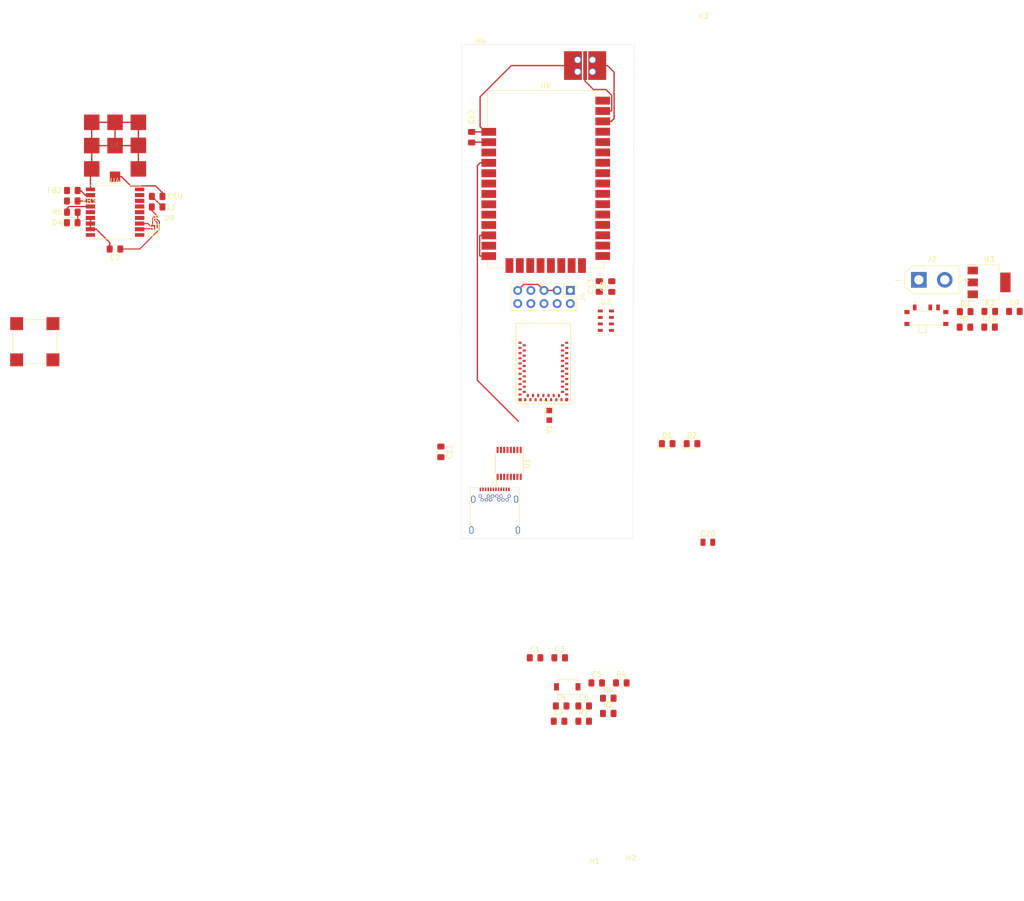
<source format=kicad_pcb>
(kicad_pcb (version 20171130) (host pcbnew "(5.1.5-0-10_14)")

  (general
    (thickness 1.6)
    (drawings 4)
    (tracks 100)
    (zones 0)
    (modules 50)
    (nets 136)
  )

  (page A4)
  (layers
    (0 F.Cu signal)
    (1 GND power)
    (2 PWR power)
    (31 B.Cu signal)
    (32 B.Adhes user)
    (33 F.Adhes user)
    (34 B.Paste user)
    (35 F.Paste user)
    (36 B.SilkS user)
    (37 F.SilkS user)
    (38 B.Mask user)
    (39 F.Mask user)
    (40 Dwgs.User user)
    (41 Cmts.User user)
    (42 Eco1.User user)
    (43 Eco2.User user)
    (44 Edge.Cuts user)
    (45 Margin user)
    (46 B.CrtYd user)
    (47 F.CrtYd user)
    (48 B.Fab user)
    (49 F.Fab user hide)
  )

  (setup
    (last_trace_width 0.25)
    (user_trace_width 0.203)
    (trace_clearance 0.2)
    (zone_clearance 0.508)
    (zone_45_only no)
    (trace_min 0.2)
    (via_size 0.8)
    (via_drill 0.4)
    (via_min_size 0.4)
    (via_min_drill 0.3)
    (uvia_size 0.3)
    (uvia_drill 0.1)
    (uvias_allowed no)
    (uvia_min_size 0.2)
    (uvia_min_drill 0.1)
    (edge_width 0.05)
    (segment_width 0.2)
    (pcb_text_width 0.3)
    (pcb_text_size 1.5 1.5)
    (mod_edge_width 0.12)
    (mod_text_size 1 1)
    (mod_text_width 0.15)
    (pad_size 1.524 1.524)
    (pad_drill 0.762)
    (pad_to_mask_clearance 0.051)
    (solder_mask_min_width 0.25)
    (aux_axis_origin 0 0)
    (visible_elements 7FFFFFFF)
    (pcbplotparams
      (layerselection 0x010fc_ffffffff)
      (usegerberextensions false)
      (usegerberattributes false)
      (usegerberadvancedattributes false)
      (creategerberjobfile false)
      (excludeedgelayer true)
      (linewidth 0.100000)
      (plotframeref false)
      (viasonmask false)
      (mode 1)
      (useauxorigin false)
      (hpglpennumber 1)
      (hpglpenspeed 20)
      (hpglpendiameter 15.000000)
      (psnegative false)
      (psa4output false)
      (plotreference true)
      (plotvalue true)
      (plotinvisibletext false)
      (padsonsilk false)
      (subtractmaskfromsilk false)
      (outputformat 1)
      (mirror false)
      (drillshape 0)
      (scaleselection 1)
      (outputdirectory "../../../Desktop/testOutPut/"))
  )

  (net 0 "")
  (net 1 RESET)
  (net 2 GND)
  (net 3 +3V3)
  (net 4 "Net-(C6-Pad1)")
  (net 5 "Net-(C7-Pad1)")
  (net 6 "Net-(D1-Pad2)")
  (net 7 TX0)
  (net 8 RXI)
  (net 9 "Net-(D2-Pad2)")
  (net 10 "Net-(J1-PadA2)")
  (net 11 "Net-(J1-PadA3)")
  (net 12 "Net-(J1-PadA4)")
  (net 13 "Net-(J1-PadA5)")
  (net 14 "Net-(J1-PadA6)")
  (net 15 "Net-(J1-PadA7)")
  (net 16 "Net-(J1-PadA10)")
  (net 17 "Net-(J1-PadA8)")
  (net 18 "Net-(J1-PadA11)")
  (net 19 "Net-(J1-PadB6)")
  (net 20 "Net-(J1-PadB7)")
  (net 21 "Net-(J1-PadB2)")
  (net 22 "Net-(J1-PadB3)")
  (net 23 "Net-(J1-PadB5)")
  (net 24 "Net-(J1-PadB8)")
  (net 25 "Net-(J1-PadB10)")
  (net 26 "Net-(J1-PadB11)")
  (net 27 "Net-(MD1-Pad32)")
  (net 28 "Net-(MD1-Pad30)")
  (net 29 "Net-(MD1-Pad26)")
  (net 30 "Net-(MD1-Pad24)")
  (net 31 "Net-(MD1-Pad31)")
  (net 32 "Net-(MD1-Pad57)")
  (net 33 "Net-(MD1-Pad55)")
  (net 34 "Net-(MD1-Pad45)")
  (net 35 "Net-(MD1-Pad43)")
  (net 36 "Net-(MD1-Pad41)")
  (net 37 "Net-(MD1-Pad54)")
  (net 38 "Net-(MD1-Pad46)")
  (net 39 "Net-(MD1-Pad44)")
  (net 40 "Net-(MD1-Pad40)")
  (net 41 "Net-(MD1-Pad21)")
  (net 42 "Net-(MD1-Pad20)")
  (net 43 TRANS_RX)
  (net 44 "Net-(MD1-Pad14)")
  (net 45 TRANS_TX)
  (net 46 "Net-(MD1-Pad15)")
  (net 47 "Net-(MD1-Pad9)")
  (net 48 "Net-(MD1-Pad5)")
  (net 49 "Net-(U1-Pad6)")
  (net 50 RTS)
  (net 51 Pressure_SCL)
  (net 52 Pressure_SDA)
  (net 53 GPS_RX)
  (net 54 GPS_TX)
  (net 55 "Net-(C12-Pad1)")
  (net 56 "Net-(FB1-Pad1)")
  (net 57 "Net-(FB2-Pad1)")
  (net 58 "Net-(U2-Pad6)")
  (net 59 "Net-(C9-Pad1)")
  (net 60 "Net-(D3-Pad1)")
  (net 61 "Net-(J3-Pad1)")
  (net 62 "Net-(R6-Pad1)")
  (net 63 "Net-(U2-Pad4)")
  (net 64 "Net-(U4-Pad5)")
  (net 65 "Net-(U4-Pad13)")
  (net 66 "Net-(U4-Pad14)")
  (net 67 "Net-(U4-Pad15)")
  (net 68 "Net-(U4-Pad16)")
  (net 69 "Net-(U4-Pad17)")
  (net 70 "Net-(U4-Pad18)")
  (net 71 "Net-(U6-Pad5)")
  (net 72 "Net-(U6-Pad6)")
  (net 73 "Net-(U6-Pad7)")
  (net 74 "Net-(U6-Pad8)")
  (net 75 "Net-(U6-Pad9)")
  (net 76 "Net-(U6-Pad10)")
  (net 77 "Net-(U6-Pad12)")
  (net 78 "Net-(U6-Pad14)")
  (net 79 "Net-(U6-Pad15)")
  (net 80 "Net-(U6-Pad16)")
  (net 81 "Net-(U6-Pad17)")
  (net 82 "Net-(U6-Pad18)")
  (net 83 "Net-(U6-Pad19)")
  (net 84 "Net-(U6-Pad20)")
  (net 85 "Net-(U6-Pad21)")
  (net 86 "Net-(U6-Pad23)")
  (net 87 "Net-(U6-Pad24)")
  (net 88 "Net-(U6-Pad25)")
  (net 89 "Net-(U6-Pad26)")
  (net 90 "Net-(U6-Pad27)")
  (net 91 "Net-(U6-Pad28)")
  (net 92 "Net-(U6-Pad29)")
  (net 93 "Net-(U6-Pad30)")
  (net 94 "Net-(U6-Pad31)")
  (net 95 "Net-(U6-Pad32)")
  (net 96 "Net-(U6-Pad33)")
  (net 97 "Net-(U6-Pad34)")
  (net 98 "Net-(U6-Pad37)")
  (net 99 SWDIO)
  (net 100 SWDCK)
  (net 101 A1)
  (net 102 "Net-(J4-Pad7)")
  (net 103 "Net-(D4-Pad2)")
  (net 104 "Net-(FL1-Pad4)")
  (net 105 "Net-(FL1-Pad1)")
  (net 106 gps_reset)
  (net 107 v_measure)
  (net 108 "Net-(MD1-Pad7)")
  (net 109 "Net-(C2-Pad1)")
  (net 110 "Net-(C19-Pad2)")
  (net 111 "Net-(C19-Pad1)")
  (net 112 "Net-(L1-Pad1)")
  (net 113 "Net-(J4-Pad8)")
  (net 114 "Net-(J2-Pad2)")
  (net 115 cs_flash)
  (net 116 "Net-(LS1-PadP1)")
  (net 117 buzzer)
  (net 118 "Net-(MD1-Pad16)")
  (net 119 "Net-(MD1-Pad58)")
  (net 120 "Net-(MD1-Pad8)")
  (net 121 "Net-(MD1-Pad6)")
  (net 122 "Net-(MD1-Pad4)")
  (net 123 "Net-(MD1-Pad13)")
  (net 124 "Net-(MD1-Pad11)")
  (net 125 "Net-(SW2-Pad1)")
  (net 126 "Net-(C20-Pad1)")
  (net 127 "Net-(U1-Pad7)")
  (net 128 "Net-(U1-Pad14)")
  (net 129 "Net-(U1-Pad15)")
  (net 130 "Net-(U1-Pad16)")
  (net 131 "Net-(MD1-Pad23)")
  (net 132 "Net-(MD1-Pad53)")
  (net 133 "Net-(MD1-Pad56)")
  (net 134 "Net-(MD1-Pad52)")
  (net 135 "Net-(MD1-Pad12)")

  (net_class Default "This is the default net class."
    (clearance 0.2)
    (trace_width 0.25)
    (via_dia 0.8)
    (via_drill 0.4)
    (uvia_dia 0.3)
    (uvia_drill 0.1)
    (add_net +3V3)
    (add_net A1)
    (add_net GND)
    (add_net GPS_RX)
    (add_net GPS_TX)
    (add_net "Net-(C12-Pad1)")
    (add_net "Net-(C19-Pad1)")
    (add_net "Net-(C19-Pad2)")
    (add_net "Net-(C2-Pad1)")
    (add_net "Net-(C20-Pad1)")
    (add_net "Net-(C6-Pad1)")
    (add_net "Net-(C7-Pad1)")
    (add_net "Net-(C9-Pad1)")
    (add_net "Net-(D1-Pad2)")
    (add_net "Net-(D2-Pad2)")
    (add_net "Net-(D3-Pad1)")
    (add_net "Net-(D4-Pad2)")
    (add_net "Net-(FB1-Pad1)")
    (add_net "Net-(FB2-Pad1)")
    (add_net "Net-(FL1-Pad1)")
    (add_net "Net-(FL1-Pad4)")
    (add_net "Net-(J1-PadA10)")
    (add_net "Net-(J1-PadA11)")
    (add_net "Net-(J1-PadA2)")
    (add_net "Net-(J1-PadA3)")
    (add_net "Net-(J1-PadA4)")
    (add_net "Net-(J1-PadA5)")
    (add_net "Net-(J1-PadA6)")
    (add_net "Net-(J1-PadA7)")
    (add_net "Net-(J1-PadA8)")
    (add_net "Net-(J1-PadB10)")
    (add_net "Net-(J1-PadB11)")
    (add_net "Net-(J1-PadB2)")
    (add_net "Net-(J1-PadB3)")
    (add_net "Net-(J1-PadB5)")
    (add_net "Net-(J1-PadB6)")
    (add_net "Net-(J1-PadB7)")
    (add_net "Net-(J1-PadB8)")
    (add_net "Net-(J2-Pad2)")
    (add_net "Net-(J3-Pad1)")
    (add_net "Net-(J4-Pad7)")
    (add_net "Net-(J4-Pad8)")
    (add_net "Net-(L1-Pad1)")
    (add_net "Net-(LS1-PadP1)")
    (add_net "Net-(MD1-Pad11)")
    (add_net "Net-(MD1-Pad12)")
    (add_net "Net-(MD1-Pad13)")
    (add_net "Net-(MD1-Pad14)")
    (add_net "Net-(MD1-Pad15)")
    (add_net "Net-(MD1-Pad16)")
    (add_net "Net-(MD1-Pad20)")
    (add_net "Net-(MD1-Pad21)")
    (add_net "Net-(MD1-Pad23)")
    (add_net "Net-(MD1-Pad24)")
    (add_net "Net-(MD1-Pad26)")
    (add_net "Net-(MD1-Pad30)")
    (add_net "Net-(MD1-Pad31)")
    (add_net "Net-(MD1-Pad32)")
    (add_net "Net-(MD1-Pad4)")
    (add_net "Net-(MD1-Pad40)")
    (add_net "Net-(MD1-Pad41)")
    (add_net "Net-(MD1-Pad43)")
    (add_net "Net-(MD1-Pad44)")
    (add_net "Net-(MD1-Pad45)")
    (add_net "Net-(MD1-Pad46)")
    (add_net "Net-(MD1-Pad5)")
    (add_net "Net-(MD1-Pad52)")
    (add_net "Net-(MD1-Pad53)")
    (add_net "Net-(MD1-Pad54)")
    (add_net "Net-(MD1-Pad55)")
    (add_net "Net-(MD1-Pad56)")
    (add_net "Net-(MD1-Pad57)")
    (add_net "Net-(MD1-Pad58)")
    (add_net "Net-(MD1-Pad6)")
    (add_net "Net-(MD1-Pad7)")
    (add_net "Net-(MD1-Pad8)")
    (add_net "Net-(MD1-Pad9)")
    (add_net "Net-(R6-Pad1)")
    (add_net "Net-(SW2-Pad1)")
    (add_net "Net-(U1-Pad14)")
    (add_net "Net-(U1-Pad15)")
    (add_net "Net-(U1-Pad16)")
    (add_net "Net-(U1-Pad6)")
    (add_net "Net-(U1-Pad7)")
    (add_net "Net-(U2-Pad4)")
    (add_net "Net-(U2-Pad6)")
    (add_net "Net-(U4-Pad13)")
    (add_net "Net-(U4-Pad14)")
    (add_net "Net-(U4-Pad15)")
    (add_net "Net-(U4-Pad16)")
    (add_net "Net-(U4-Pad17)")
    (add_net "Net-(U4-Pad18)")
    (add_net "Net-(U4-Pad5)")
    (add_net "Net-(U6-Pad10)")
    (add_net "Net-(U6-Pad12)")
    (add_net "Net-(U6-Pad14)")
    (add_net "Net-(U6-Pad15)")
    (add_net "Net-(U6-Pad16)")
    (add_net "Net-(U6-Pad17)")
    (add_net "Net-(U6-Pad18)")
    (add_net "Net-(U6-Pad19)")
    (add_net "Net-(U6-Pad20)")
    (add_net "Net-(U6-Pad21)")
    (add_net "Net-(U6-Pad23)")
    (add_net "Net-(U6-Pad24)")
    (add_net "Net-(U6-Pad25)")
    (add_net "Net-(U6-Pad26)")
    (add_net "Net-(U6-Pad27)")
    (add_net "Net-(U6-Pad28)")
    (add_net "Net-(U6-Pad29)")
    (add_net "Net-(U6-Pad30)")
    (add_net "Net-(U6-Pad31)")
    (add_net "Net-(U6-Pad32)")
    (add_net "Net-(U6-Pad33)")
    (add_net "Net-(U6-Pad34)")
    (add_net "Net-(U6-Pad37)")
    (add_net "Net-(U6-Pad5)")
    (add_net "Net-(U6-Pad6)")
    (add_net "Net-(U6-Pad7)")
    (add_net "Net-(U6-Pad8)")
    (add_net "Net-(U6-Pad9)")
    (add_net Pressure_SCL)
    (add_net Pressure_SDA)
    (add_net RESET)
    (add_net RTS)
    (add_net RXI)
    (add_net SWDCK)
    (add_net SWDIO)
    (add_net TRANS_RX)
    (add_net TRANS_TX)
    (add_net TX0)
    (add_net buzzer)
    (add_net cs_flash)
    (add_net gps_reset)
    (add_net v_measure)
  )

  (module Capacitor_SMD:C_0805_2012Metric_Pad1.15x1.40mm_HandSolder (layer F.Cu) (tedit 5B36C52B) (tstamp 5E8ED954)
    (at 122.226001 150.201001)
    (descr "Capacitor SMD 0805 (2012 Metric), square (rectangular) end terminal, IPC_7351 nominal with elongated pad for handsoldering. (Body size source: https://docs.google.com/spreadsheets/d/1BsfQQcO9C6DZCsRaXUlFlo91Tg2WpOkGARC1WS5S8t0/edit?usp=sharing), generated with kicad-footprint-generator")
    (tags "capacitor handsolder")
    (path /5E733C14)
    (attr smd)
    (fp_text reference C1 (at 0 -1.65) (layer F.SilkS)
      (effects (font (size 1 1) (thickness 0.15)))
    )
    (fp_text value 0.1uF (at 0 1.65) (layer F.Fab)
      (effects (font (size 1 1) (thickness 0.15)))
    )
    (fp_line (start -1 0.6) (end -1 -0.6) (layer F.Fab) (width 0.1))
    (fp_line (start -1 -0.6) (end 1 -0.6) (layer F.Fab) (width 0.1))
    (fp_line (start 1 -0.6) (end 1 0.6) (layer F.Fab) (width 0.1))
    (fp_line (start 1 0.6) (end -1 0.6) (layer F.Fab) (width 0.1))
    (fp_line (start -0.261252 -0.71) (end 0.261252 -0.71) (layer F.SilkS) (width 0.12))
    (fp_line (start -0.261252 0.71) (end 0.261252 0.71) (layer F.SilkS) (width 0.12))
    (fp_line (start -1.85 0.95) (end -1.85 -0.95) (layer F.CrtYd) (width 0.05))
    (fp_line (start -1.85 -0.95) (end 1.85 -0.95) (layer F.CrtYd) (width 0.05))
    (fp_line (start 1.85 -0.95) (end 1.85 0.95) (layer F.CrtYd) (width 0.05))
    (fp_line (start 1.85 0.95) (end -1.85 0.95) (layer F.CrtYd) (width 0.05))
    (fp_text user %R (at 0 0) (layer F.Fab)
      (effects (font (size 0.5 0.5) (thickness 0.08)))
    )
    (pad 1 smd roundrect (at -1.025 0) (size 1.15 1.4) (layers F.Cu F.Paste F.Mask) (roundrect_rratio 0.217391)
      (net 1 RESET))
    (pad 2 smd roundrect (at 1.025 0) (size 1.15 1.4) (layers F.Cu F.Paste F.Mask) (roundrect_rratio 0.217391)
      (net 50 RTS))
    (model ${KISYS3DMOD}/Capacitor_SMD.3dshapes/C_0805_2012Metric.wrl
      (at (xyz 0 0 0))
      (scale (xyz 1 1 1))
      (rotate (xyz 0 0 0))
    )
  )

  (module Capacitor_SMD:C_0805_2012Metric_Pad1.15x1.40mm_HandSolder (layer F.Cu) (tedit 5B36C52B) (tstamp 5E8ED965)
    (at 41.139 71.247 180)
    (descr "Capacitor SMD 0805 (2012 Metric), square (rectangular) end terminal, IPC_7351 nominal with elongated pad for handsoldering. (Body size source: https://docs.google.com/spreadsheets/d/1BsfQQcO9C6DZCsRaXUlFlo91Tg2WpOkGARC1WS5S8t0/edit?usp=sharing), generated with kicad-footprint-generator")
    (tags "capacitor handsolder")
    (path /5E70A878/5E7A6F8A)
    (attr smd)
    (fp_text reference C2 (at 0 -1.65) (layer F.SilkS)
      (effects (font (size 1 1) (thickness 0.15)))
    )
    (fp_text value "10 pf" (at 0 1.65) (layer F.Fab)
      (effects (font (size 1 1) (thickness 0.15)))
    )
    (fp_text user %R (at 0 0) (layer F.Fab)
      (effects (font (size 0.5 0.5) (thickness 0.08)))
    )
    (fp_line (start 1.85 0.95) (end -1.85 0.95) (layer F.CrtYd) (width 0.05))
    (fp_line (start 1.85 -0.95) (end 1.85 0.95) (layer F.CrtYd) (width 0.05))
    (fp_line (start -1.85 -0.95) (end 1.85 -0.95) (layer F.CrtYd) (width 0.05))
    (fp_line (start -1.85 0.95) (end -1.85 -0.95) (layer F.CrtYd) (width 0.05))
    (fp_line (start -0.261252 0.71) (end 0.261252 0.71) (layer F.SilkS) (width 0.12))
    (fp_line (start -0.261252 -0.71) (end 0.261252 -0.71) (layer F.SilkS) (width 0.12))
    (fp_line (start 1 0.6) (end -1 0.6) (layer F.Fab) (width 0.1))
    (fp_line (start 1 -0.6) (end 1 0.6) (layer F.Fab) (width 0.1))
    (fp_line (start -1 -0.6) (end 1 -0.6) (layer F.Fab) (width 0.1))
    (fp_line (start -1 0.6) (end -1 -0.6) (layer F.Fab) (width 0.1))
    (pad 2 smd roundrect (at 1.025 0 180) (size 1.15 1.4) (layers F.Cu F.Paste F.Mask) (roundrect_rratio 0.217391)
      (net 3 +3V3))
    (pad 1 smd roundrect (at -1.025 0 180) (size 1.15 1.4) (layers F.Cu F.Paste F.Mask) (roundrect_rratio 0.217391)
      (net 109 "Net-(C2-Pad1)"))
    (model ${KISYS3DMOD}/Capacitor_SMD.3dshapes/C_0805_2012Metric.wrl
      (at (xyz 0 0 0))
      (scale (xyz 1 1 1))
      (rotate (xyz 0 0 0))
    )
  )

  (module Capacitor_SMD:C_0805_2012Metric_Pad1.15x1.40mm_HandSolder (layer F.Cu) (tedit 5B36C52B) (tstamp 5E8ED976)
    (at 126.976001 150.201001)
    (descr "Capacitor SMD 0805 (2012 Metric), square (rectangular) end terminal, IPC_7351 nominal with elongated pad for handsoldering. (Body size source: https://docs.google.com/spreadsheets/d/1BsfQQcO9C6DZCsRaXUlFlo91Tg2WpOkGARC1WS5S8t0/edit?usp=sharing), generated with kicad-footprint-generator")
    (tags "capacitor handsolder")
    (path /5E773239)
    (attr smd)
    (fp_text reference C3 (at 0 -1.65) (layer F.SilkS)
      (effects (font (size 1 1) (thickness 0.15)))
    )
    (fp_text value 0.1uF (at 0 1.65) (layer F.Fab)
      (effects (font (size 1 1) (thickness 0.15)))
    )
    (fp_text user %R (at 0 0) (layer F.Fab)
      (effects (font (size 0.5 0.5) (thickness 0.08)))
    )
    (fp_line (start 1.85 0.95) (end -1.85 0.95) (layer F.CrtYd) (width 0.05))
    (fp_line (start 1.85 -0.95) (end 1.85 0.95) (layer F.CrtYd) (width 0.05))
    (fp_line (start -1.85 -0.95) (end 1.85 -0.95) (layer F.CrtYd) (width 0.05))
    (fp_line (start -1.85 0.95) (end -1.85 -0.95) (layer F.CrtYd) (width 0.05))
    (fp_line (start -0.261252 0.71) (end 0.261252 0.71) (layer F.SilkS) (width 0.12))
    (fp_line (start -0.261252 -0.71) (end 0.261252 -0.71) (layer F.SilkS) (width 0.12))
    (fp_line (start 1 0.6) (end -1 0.6) (layer F.Fab) (width 0.1))
    (fp_line (start 1 -0.6) (end 1 0.6) (layer F.Fab) (width 0.1))
    (fp_line (start -1 -0.6) (end 1 -0.6) (layer F.Fab) (width 0.1))
    (fp_line (start -1 0.6) (end -1 -0.6) (layer F.Fab) (width 0.1))
    (pad 2 smd roundrect (at 1.025 0) (size 1.15 1.4) (layers F.Cu F.Paste F.Mask) (roundrect_rratio 0.217391)
      (net 2 GND))
    (pad 1 smd roundrect (at -1.025 0) (size 1.15 1.4) (layers F.Cu F.Paste F.Mask) (roundrect_rratio 0.217391)
      (net 3 +3V3))
    (model ${KISYS3DMOD}/Capacitor_SMD.3dshapes/C_0805_2012Metric.wrl
      (at (xyz 0 0 0))
      (scale (xyz 1 1 1))
      (rotate (xyz 0 0 0))
    )
  )

  (module Capacitor_SMD:C_0805_2012Metric_Pad1.15x1.40mm_HandSolder (layer F.Cu) (tedit 5B36C52B) (tstamp 5E8ED987)
    (at 127.263 159.501001)
    (descr "Capacitor SMD 0805 (2012 Metric), square (rectangular) end terminal, IPC_7351 nominal with elongated pad for handsoldering. (Body size source: https://docs.google.com/spreadsheets/d/1BsfQQcO9C6DZCsRaXUlFlo91Tg2WpOkGARC1WS5S8t0/edit?usp=sharing), generated with kicad-footprint-generator")
    (tags "capacitor handsolder")
    (path /5E7340AE)
    (attr smd)
    (fp_text reference C4 (at 0 -1.65) (layer F.SilkS)
      (effects (font (size 1 1) (thickness 0.15)))
    )
    (fp_text value 1nF (at 0 1.65) (layer F.Fab)
      (effects (font (size 1 1) (thickness 0.15)))
    )
    (fp_text user %R (at 0 0) (layer F.Fab)
      (effects (font (size 0.5 0.5) (thickness 0.08)))
    )
    (fp_line (start 1.85 0.95) (end -1.85 0.95) (layer F.CrtYd) (width 0.05))
    (fp_line (start 1.85 -0.95) (end 1.85 0.95) (layer F.CrtYd) (width 0.05))
    (fp_line (start -1.85 -0.95) (end 1.85 -0.95) (layer F.CrtYd) (width 0.05))
    (fp_line (start -1.85 0.95) (end -1.85 -0.95) (layer F.CrtYd) (width 0.05))
    (fp_line (start -0.261252 0.71) (end 0.261252 0.71) (layer F.SilkS) (width 0.12))
    (fp_line (start -0.261252 -0.71) (end 0.261252 -0.71) (layer F.SilkS) (width 0.12))
    (fp_line (start 1 0.6) (end -1 0.6) (layer F.Fab) (width 0.1))
    (fp_line (start 1 -0.6) (end 1 0.6) (layer F.Fab) (width 0.1))
    (fp_line (start -1 -0.6) (end 1 -0.6) (layer F.Fab) (width 0.1))
    (fp_line (start -1 0.6) (end -1 -0.6) (layer F.Fab) (width 0.1))
    (pad 2 smd roundrect (at 1.025 0) (size 1.15 1.4) (layers F.Cu F.Paste F.Mask) (roundrect_rratio 0.217391)
      (net 2 GND))
    (pad 1 smd roundrect (at -1.025 0) (size 1.15 1.4) (layers F.Cu F.Paste F.Mask) (roundrect_rratio 0.217391)
      (net 1 RESET))
    (model ${KISYS3DMOD}/Capacitor_SMD.3dshapes/C_0805_2012Metric.wrl
      (at (xyz 0 0 0))
      (scale (xyz 1 1 1))
      (rotate (xyz 0 0 0))
    )
  )

  (module Capacitor_SMD:C_0805_2012Metric_Pad1.15x1.40mm_HandSolder (layer F.Cu) (tedit 5B36C52B) (tstamp 5E8ED998)
    (at 134.126001 155.051001)
    (descr "Capacitor SMD 0805 (2012 Metric), square (rectangular) end terminal, IPC_7351 nominal with elongated pad for handsoldering. (Body size source: https://docs.google.com/spreadsheets/d/1BsfQQcO9C6DZCsRaXUlFlo91Tg2WpOkGARC1WS5S8t0/edit?usp=sharing), generated with kicad-footprint-generator")
    (tags "capacitor handsolder")
    (path /5E7509C5)
    (attr smd)
    (fp_text reference C5 (at 0 -1.65) (layer F.SilkS)
      (effects (font (size 1 1) (thickness 0.15)))
    )
    (fp_text value 10nF (at 0 1.65) (layer F.Fab)
      (effects (font (size 1 1) (thickness 0.15)))
    )
    (fp_line (start -1 0.6) (end -1 -0.6) (layer F.Fab) (width 0.1))
    (fp_line (start -1 -0.6) (end 1 -0.6) (layer F.Fab) (width 0.1))
    (fp_line (start 1 -0.6) (end 1 0.6) (layer F.Fab) (width 0.1))
    (fp_line (start 1 0.6) (end -1 0.6) (layer F.Fab) (width 0.1))
    (fp_line (start -0.261252 -0.71) (end 0.261252 -0.71) (layer F.SilkS) (width 0.12))
    (fp_line (start -0.261252 0.71) (end 0.261252 0.71) (layer F.SilkS) (width 0.12))
    (fp_line (start -1.85 0.95) (end -1.85 -0.95) (layer F.CrtYd) (width 0.05))
    (fp_line (start -1.85 -0.95) (end 1.85 -0.95) (layer F.CrtYd) (width 0.05))
    (fp_line (start 1.85 -0.95) (end 1.85 0.95) (layer F.CrtYd) (width 0.05))
    (fp_line (start 1.85 0.95) (end -1.85 0.95) (layer F.CrtYd) (width 0.05))
    (fp_text user %R (at 0 0) (layer F.Fab)
      (effects (font (size 0.5 0.5) (thickness 0.08)))
    )
    (pad 1 smd roundrect (at -1.025 0) (size 1.15 1.4) (layers F.Cu F.Paste F.Mask) (roundrect_rratio 0.217391)
      (net 3 +3V3))
    (pad 2 smd roundrect (at 1.025 0) (size 1.15 1.4) (layers F.Cu F.Paste F.Mask) (roundrect_rratio 0.217391)
      (net 2 GND))
    (model ${KISYS3DMOD}/Capacitor_SMD.3dshapes/C_0805_2012Metric.wrl
      (at (xyz 0 0 0))
      (scale (xyz 1 1 1))
      (rotate (xyz 0 0 0))
    )
  )

  (module Capacitor_SMD:C_0805_2012Metric_Pad1.15x1.40mm_HandSolder (layer F.Cu) (tedit 5B36C52B) (tstamp 5E8ED9A9)
    (at 131.606001 159.501001)
    (descr "Capacitor SMD 0805 (2012 Metric), square (rectangular) end terminal, IPC_7351 nominal with elongated pad for handsoldering. (Body size source: https://docs.google.com/spreadsheets/d/1BsfQQcO9C6DZCsRaXUlFlo91Tg2WpOkGARC1WS5S8t0/edit?usp=sharing), generated with kicad-footprint-generator")
    (tags "capacitor handsolder")
    (path /5E71C516)
    (attr smd)
    (fp_text reference C6 (at 0 -1.65) (layer F.SilkS)
      (effects (font (size 1 1) (thickness 0.15)))
    )
    (fp_text value "15 pf" (at 0 1.65) (layer F.Fab)
      (effects (font (size 1 1) (thickness 0.15)))
    )
    (fp_line (start -1 0.6) (end -1 -0.6) (layer F.Fab) (width 0.1))
    (fp_line (start -1 -0.6) (end 1 -0.6) (layer F.Fab) (width 0.1))
    (fp_line (start 1 -0.6) (end 1 0.6) (layer F.Fab) (width 0.1))
    (fp_line (start 1 0.6) (end -1 0.6) (layer F.Fab) (width 0.1))
    (fp_line (start -0.261252 -0.71) (end 0.261252 -0.71) (layer F.SilkS) (width 0.12))
    (fp_line (start -0.261252 0.71) (end 0.261252 0.71) (layer F.SilkS) (width 0.12))
    (fp_line (start -1.85 0.95) (end -1.85 -0.95) (layer F.CrtYd) (width 0.05))
    (fp_line (start -1.85 -0.95) (end 1.85 -0.95) (layer F.CrtYd) (width 0.05))
    (fp_line (start 1.85 -0.95) (end 1.85 0.95) (layer F.CrtYd) (width 0.05))
    (fp_line (start 1.85 0.95) (end -1.85 0.95) (layer F.CrtYd) (width 0.05))
    (fp_text user %R (at 0 0) (layer F.Fab)
      (effects (font (size 0.5 0.5) (thickness 0.08)))
    )
    (pad 1 smd roundrect (at -1.025 0) (size 1.15 1.4) (layers F.Cu F.Paste F.Mask) (roundrect_rratio 0.217391)
      (net 4 "Net-(C6-Pad1)"))
    (pad 2 smd roundrect (at 1.025 0) (size 1.15 1.4) (layers F.Cu F.Paste F.Mask) (roundrect_rratio 0.217391)
      (net 2 GND))
    (model ${KISYS3DMOD}/Capacitor_SMD.3dshapes/C_0805_2012Metric.wrl
      (at (xyz 0 0 0))
      (scale (xyz 1 1 1))
      (rotate (xyz 0 0 0))
    )
  )

  (module Capacitor_SMD:C_0805_2012Metric_Pad1.15x1.40mm_HandSolder (layer F.Cu) (tedit 5B36C52B) (tstamp 5E8ED9BA)
    (at 126.856001 162.451001)
    (descr "Capacitor SMD 0805 (2012 Metric), square (rectangular) end terminal, IPC_7351 nominal with elongated pad for handsoldering. (Body size source: https://docs.google.com/spreadsheets/d/1BsfQQcO9C6DZCsRaXUlFlo91Tg2WpOkGARC1WS5S8t0/edit?usp=sharing), generated with kicad-footprint-generator")
    (tags "capacitor handsolder")
    (path /5E71EB7F)
    (attr smd)
    (fp_text reference C7 (at 0 -1.65) (layer F.SilkS)
      (effects (font (size 1 1) (thickness 0.15)))
    )
    (fp_text value "15 pf" (at 0 1.65) (layer F.Fab)
      (effects (font (size 1 1) (thickness 0.15)))
    )
    (fp_text user %R (at 0 0) (layer F.Fab)
      (effects (font (size 0.5 0.5) (thickness 0.08)))
    )
    (fp_line (start 1.85 0.95) (end -1.85 0.95) (layer F.CrtYd) (width 0.05))
    (fp_line (start 1.85 -0.95) (end 1.85 0.95) (layer F.CrtYd) (width 0.05))
    (fp_line (start -1.85 -0.95) (end 1.85 -0.95) (layer F.CrtYd) (width 0.05))
    (fp_line (start -1.85 0.95) (end -1.85 -0.95) (layer F.CrtYd) (width 0.05))
    (fp_line (start -0.261252 0.71) (end 0.261252 0.71) (layer F.SilkS) (width 0.12))
    (fp_line (start -0.261252 -0.71) (end 0.261252 -0.71) (layer F.SilkS) (width 0.12))
    (fp_line (start 1 0.6) (end -1 0.6) (layer F.Fab) (width 0.1))
    (fp_line (start 1 -0.6) (end 1 0.6) (layer F.Fab) (width 0.1))
    (fp_line (start -1 -0.6) (end 1 -0.6) (layer F.Fab) (width 0.1))
    (fp_line (start -1 0.6) (end -1 -0.6) (layer F.Fab) (width 0.1))
    (pad 2 smd roundrect (at 1.025 0) (size 1.15 1.4) (layers F.Cu F.Paste F.Mask) (roundrect_rratio 0.217391)
      (net 2 GND))
    (pad 1 smd roundrect (at -1.025 0) (size 1.15 1.4) (layers F.Cu F.Paste F.Mask) (roundrect_rratio 0.217391)
      (net 5 "Net-(C7-Pad1)"))
    (model ${KISYS3DMOD}/Capacitor_SMD.3dshapes/C_0805_2012Metric.wrl
      (at (xyz 0 0 0))
      (scale (xyz 1 1 1))
      (rotate (xyz 0 0 0))
    )
  )

  (module Capacitor_SMD:C_0805_2012Metric_Pad1.15x1.40mm_HandSolder (layer F.Cu) (tedit 5B36C52B) (tstamp 5E8ED9CB)
    (at 137.033 78.495 90)
    (descr "Capacitor SMD 0805 (2012 Metric), square (rectangular) end terminal, IPC_7351 nominal with elongated pad for handsoldering. (Body size source: https://docs.google.com/spreadsheets/d/1BsfQQcO9C6DZCsRaXUlFlo91Tg2WpOkGARC1WS5S8t0/edit?usp=sharing), generated with kicad-footprint-generator")
    (tags "capacitor handsolder")
    (path /5E70BD5E/5E6E943F)
    (attr smd)
    (fp_text reference C8 (at 0 -1.65 90) (layer F.SilkS)
      (effects (font (size 1 1) (thickness 0.15)))
    )
    (fp_text value 100nF (at 0 1.65 90) (layer F.Fab)
      (effects (font (size 1 1) (thickness 0.15)))
    )
    (fp_text user %R (at 0 0 90) (layer F.Fab)
      (effects (font (size 0.5 0.5) (thickness 0.08)))
    )
    (fp_line (start 1.85 0.95) (end -1.85 0.95) (layer F.CrtYd) (width 0.05))
    (fp_line (start 1.85 -0.95) (end 1.85 0.95) (layer F.CrtYd) (width 0.05))
    (fp_line (start -1.85 -0.95) (end 1.85 -0.95) (layer F.CrtYd) (width 0.05))
    (fp_line (start -1.85 0.95) (end -1.85 -0.95) (layer F.CrtYd) (width 0.05))
    (fp_line (start -0.261252 0.71) (end 0.261252 0.71) (layer F.SilkS) (width 0.12))
    (fp_line (start -0.261252 -0.71) (end 0.261252 -0.71) (layer F.SilkS) (width 0.12))
    (fp_line (start 1 0.6) (end -1 0.6) (layer F.Fab) (width 0.1))
    (fp_line (start 1 -0.6) (end 1 0.6) (layer F.Fab) (width 0.1))
    (fp_line (start -1 -0.6) (end 1 -0.6) (layer F.Fab) (width 0.1))
    (fp_line (start -1 0.6) (end -1 -0.6) (layer F.Fab) (width 0.1))
    (pad 2 smd roundrect (at 1.025 0 90) (size 1.15 1.4) (layers F.Cu F.Paste F.Mask) (roundrect_rratio 0.217391)
      (net 2 GND))
    (pad 1 smd roundrect (at -1.025 0 90) (size 1.15 1.4) (layers F.Cu F.Paste F.Mask) (roundrect_rratio 0.217391)
      (net 3 +3V3))
    (model ${KISYS3DMOD}/Capacitor_SMD.3dshapes/C_0805_2012Metric.wrl
      (at (xyz 0 0 0))
      (scale (xyz 1 1 1))
      (rotate (xyz 0 0 0))
    )
  )

  (module Capacitor_SMD:C_0805_2012Metric_Pad1.15x1.40mm_HandSolder (layer F.Cu) (tedit 5B36C52B) (tstamp 5E8ED9DC)
    (at 214.749001 83.299001)
    (descr "Capacitor SMD 0805 (2012 Metric), square (rectangular) end terminal, IPC_7351 nominal with elongated pad for handsoldering. (Body size source: https://docs.google.com/spreadsheets/d/1BsfQQcO9C6DZCsRaXUlFlo91Tg2WpOkGARC1WS5S8t0/edit?usp=sharing), generated with kicad-footprint-generator")
    (tags "capacitor handsolder")
    (path /5E70B79C/5E6EAADE)
    (attr smd)
    (fp_text reference C9 (at 0 -1.65) (layer F.SilkS)
      (effects (font (size 1 1) (thickness 0.15)))
    )
    (fp_text value 100nF (at 0 1.65) (layer F.Fab)
      (effects (font (size 1 1) (thickness 0.15)))
    )
    (fp_text user %R (at 0 0) (layer F.Fab)
      (effects (font (size 0.5 0.5) (thickness 0.08)))
    )
    (fp_line (start 1.85 0.95) (end -1.85 0.95) (layer F.CrtYd) (width 0.05))
    (fp_line (start 1.85 -0.95) (end 1.85 0.95) (layer F.CrtYd) (width 0.05))
    (fp_line (start -1.85 -0.95) (end 1.85 -0.95) (layer F.CrtYd) (width 0.05))
    (fp_line (start -1.85 0.95) (end -1.85 -0.95) (layer F.CrtYd) (width 0.05))
    (fp_line (start -0.261252 0.71) (end 0.261252 0.71) (layer F.SilkS) (width 0.12))
    (fp_line (start -0.261252 -0.71) (end 0.261252 -0.71) (layer F.SilkS) (width 0.12))
    (fp_line (start 1 0.6) (end -1 0.6) (layer F.Fab) (width 0.1))
    (fp_line (start 1 -0.6) (end 1 0.6) (layer F.Fab) (width 0.1))
    (fp_line (start -1 -0.6) (end 1 -0.6) (layer F.Fab) (width 0.1))
    (fp_line (start -1 0.6) (end -1 -0.6) (layer F.Fab) (width 0.1))
    (pad 2 smd roundrect (at 1.025 0) (size 1.15 1.4) (layers F.Cu F.Paste F.Mask) (roundrect_rratio 0.217391)
      (net 2 GND))
    (pad 1 smd roundrect (at -1.025 0) (size 1.15 1.4) (layers F.Cu F.Paste F.Mask) (roundrect_rratio 0.217391)
      (net 59 "Net-(C9-Pad1)"))
    (model ${KISYS3DMOD}/Capacitor_SMD.3dshapes/C_0805_2012Metric.wrl
      (at (xyz 0 0 0))
      (scale (xyz 1 1 1))
      (rotate (xyz 0 0 0))
    )
  )

  (module Capacitor_SMD:C_0805_2012Metric_Pad1.15x1.40mm_HandSolder (layer F.Cu) (tedit 5B36C52B) (tstamp 5E8ED9ED)
    (at 209.959001 86.339001)
    (descr "Capacitor SMD 0805 (2012 Metric), square (rectangular) end terminal, IPC_7351 nominal with elongated pad for handsoldering. (Body size source: https://docs.google.com/spreadsheets/d/1BsfQQcO9C6DZCsRaXUlFlo91Tg2WpOkGARC1WS5S8t0/edit?usp=sharing), generated with kicad-footprint-generator")
    (tags "capacitor handsolder")
    (path /5E70B79C/5E6EB3FA)
    (attr smd)
    (fp_text reference C10 (at 0 -1.65) (layer F.SilkS)
      (effects (font (size 1 1) (thickness 0.15)))
    )
    (fp_text value 10uF (at 0 1.65) (layer F.Fab)
      (effects (font (size 1 1) (thickness 0.15)))
    )
    (fp_line (start -1 0.6) (end -1 -0.6) (layer F.Fab) (width 0.1))
    (fp_line (start -1 -0.6) (end 1 -0.6) (layer F.Fab) (width 0.1))
    (fp_line (start 1 -0.6) (end 1 0.6) (layer F.Fab) (width 0.1))
    (fp_line (start 1 0.6) (end -1 0.6) (layer F.Fab) (width 0.1))
    (fp_line (start -0.261252 -0.71) (end 0.261252 -0.71) (layer F.SilkS) (width 0.12))
    (fp_line (start -0.261252 0.71) (end 0.261252 0.71) (layer F.SilkS) (width 0.12))
    (fp_line (start -1.85 0.95) (end -1.85 -0.95) (layer F.CrtYd) (width 0.05))
    (fp_line (start -1.85 -0.95) (end 1.85 -0.95) (layer F.CrtYd) (width 0.05))
    (fp_line (start 1.85 -0.95) (end 1.85 0.95) (layer F.CrtYd) (width 0.05))
    (fp_line (start 1.85 0.95) (end -1.85 0.95) (layer F.CrtYd) (width 0.05))
    (fp_text user %R (at 0 0) (layer F.Fab)
      (effects (font (size 0.5 0.5) (thickness 0.08)))
    )
    (pad 1 smd roundrect (at -1.025 0) (size 1.15 1.4) (layers F.Cu F.Paste F.Mask) (roundrect_rratio 0.217391)
      (net 3 +3V3))
    (pad 2 smd roundrect (at 1.025 0) (size 1.15 1.4) (layers F.Cu F.Paste F.Mask) (roundrect_rratio 0.217391)
      (net 2 GND))
    (model ${KISYS3DMOD}/Capacitor_SMD.3dshapes/C_0805_2012Metric.wrl
      (at (xyz 0 0 0))
      (scale (xyz 1 1 1))
      (rotate (xyz 0 0 0))
    )
  )

  (module Capacitor_SMD:C_0805_2012Metric_Pad1.15x1.40mm_HandSolder (layer F.Cu) (tedit 5B36C52B) (tstamp 5E8ED9FE)
    (at 104.040999 110.419001 270)
    (descr "Capacitor SMD 0805 (2012 Metric), square (rectangular) end terminal, IPC_7351 nominal with elongated pad for handsoldering. (Body size source: https://docs.google.com/spreadsheets/d/1BsfQQcO9C6DZCsRaXUlFlo91Tg2WpOkGARC1WS5S8t0/edit?usp=sharing), generated with kicad-footprint-generator")
    (tags "capacitor handsolder")
    (path /5E70A878/5E6EAF56)
    (attr smd)
    (fp_text reference C11 (at 0 -1.65 90) (layer F.SilkS)
      (effects (font (size 1 1) (thickness 0.15)))
    )
    (fp_text value 0.1uF (at 0 1.65 90) (layer F.Fab)
      (effects (font (size 1 1) (thickness 0.15)))
    )
    (fp_line (start -1 0.6) (end -1 -0.6) (layer F.Fab) (width 0.1))
    (fp_line (start -1 -0.6) (end 1 -0.6) (layer F.Fab) (width 0.1))
    (fp_line (start 1 -0.6) (end 1 0.6) (layer F.Fab) (width 0.1))
    (fp_line (start 1 0.6) (end -1 0.6) (layer F.Fab) (width 0.1))
    (fp_line (start -0.261252 -0.71) (end 0.261252 -0.71) (layer F.SilkS) (width 0.12))
    (fp_line (start -0.261252 0.71) (end 0.261252 0.71) (layer F.SilkS) (width 0.12))
    (fp_line (start -1.85 0.95) (end -1.85 -0.95) (layer F.CrtYd) (width 0.05))
    (fp_line (start -1.85 -0.95) (end 1.85 -0.95) (layer F.CrtYd) (width 0.05))
    (fp_line (start 1.85 -0.95) (end 1.85 0.95) (layer F.CrtYd) (width 0.05))
    (fp_line (start 1.85 0.95) (end -1.85 0.95) (layer F.CrtYd) (width 0.05))
    (fp_text user %R (at 0 0 90) (layer F.Fab)
      (effects (font (size 0.5 0.5) (thickness 0.08)))
    )
    (pad 1 smd roundrect (at -1.025 0 270) (size 1.15 1.4) (layers F.Cu F.Paste F.Mask) (roundrect_rratio 0.217391)
      (net 3 +3V3))
    (pad 2 smd roundrect (at 1.025 0 270) (size 1.15 1.4) (layers F.Cu F.Paste F.Mask) (roundrect_rratio 0.217391)
      (net 2 GND))
    (model ${KISYS3DMOD}/Capacitor_SMD.3dshapes/C_0805_2012Metric.wrl
      (at (xyz 0 0 0))
      (scale (xyz 1 1 1))
      (rotate (xyz 0 0 0))
    )
  )

  (module Capacitor_SMD:C_0805_2012Metric_Pad1.15x1.40mm_HandSolder (layer F.Cu) (tedit 5B36C52B) (tstamp 5E8EDA0F)
    (at 109.982 49.657 90)
    (descr "Capacitor SMD 0805 (2012 Metric), square (rectangular) end terminal, IPC_7351 nominal with elongated pad for handsoldering. (Body size source: https://docs.google.com/spreadsheets/d/1BsfQQcO9C6DZCsRaXUlFlo91Tg2WpOkGARC1WS5S8t0/edit?usp=sharing), generated with kicad-footprint-generator")
    (tags "capacitor handsolder")
    (path /5E70A48E/5E6EA76B)
    (attr smd)
    (fp_text reference C12 (at 3.937 0 90) (layer F.SilkS)
      (effects (font (size 1 1) (thickness 0.15)))
    )
    (fp_text value 100pF (at 0 1.65 90) (layer F.Fab)
      (effects (font (size 1 1) (thickness 0.15)))
    )
    (fp_line (start -1 0.6) (end -1 -0.6) (layer F.Fab) (width 0.1))
    (fp_line (start -1 -0.6) (end 1 -0.6) (layer F.Fab) (width 0.1))
    (fp_line (start 1 -0.6) (end 1 0.6) (layer F.Fab) (width 0.1))
    (fp_line (start 1 0.6) (end -1 0.6) (layer F.Fab) (width 0.1))
    (fp_line (start -0.261252 -0.71) (end 0.261252 -0.71) (layer F.SilkS) (width 0.12))
    (fp_line (start -0.261252 0.71) (end 0.261252 0.71) (layer F.SilkS) (width 0.12))
    (fp_line (start -1.85 0.95) (end -1.85 -0.95) (layer F.CrtYd) (width 0.05))
    (fp_line (start -1.85 -0.95) (end 1.85 -0.95) (layer F.CrtYd) (width 0.05))
    (fp_line (start 1.85 -0.95) (end 1.85 0.95) (layer F.CrtYd) (width 0.05))
    (fp_line (start 1.85 0.95) (end -1.85 0.95) (layer F.CrtYd) (width 0.05))
    (fp_text user %R (at 0 0 90) (layer F.Fab)
      (effects (font (size 0.5 0.5) (thickness 0.08)))
    )
    (pad 1 smd roundrect (at -1.025 0 90) (size 1.15 1.4) (layers F.Cu F.Paste F.Mask) (roundrect_rratio 0.217391)
      (net 55 "Net-(C12-Pad1)"))
    (pad 2 smd roundrect (at 1.025 0 90) (size 1.15 1.4) (layers F.Cu F.Paste F.Mask) (roundrect_rratio 0.217391)
      (net 2 GND))
    (model ${KISYS3DMOD}/Capacitor_SMD.3dshapes/C_0805_2012Metric.wrl
      (at (xyz 0 0 0))
      (scale (xyz 1 1 1))
      (rotate (xyz 0 0 0))
    )
  )

  (module Capacitor_SMD:C_0805_2012Metric_Pad1.15x1.40mm_HandSolder (layer F.Cu) (tedit 5B36C52B) (tstamp 5E8EDA20)
    (at 134.62 78.477 90)
    (descr "Capacitor SMD 0805 (2012 Metric), square (rectangular) end terminal, IPC_7351 nominal with elongated pad for handsoldering. (Body size source: https://docs.google.com/spreadsheets/d/1BsfQQcO9C6DZCsRaXUlFlo91Tg2WpOkGARC1WS5S8t0/edit?usp=sharing), generated with kicad-footprint-generator")
    (tags "capacitor handsolder")
    (path /5E70A48E/5E6EAB35)
    (attr smd)
    (fp_text reference C13 (at 0 -1.65 90) (layer F.SilkS)
      (effects (font (size 1 1) (thickness 0.15)))
    )
    (fp_text value 1.0uF (at 0 1.65 90) (layer F.Fab)
      (effects (font (size 1 1) (thickness 0.15)))
    )
    (fp_text user %R (at 0 0 90) (layer F.Fab)
      (effects (font (size 0.5 0.5) (thickness 0.08)))
    )
    (fp_line (start 1.85 0.95) (end -1.85 0.95) (layer F.CrtYd) (width 0.05))
    (fp_line (start 1.85 -0.95) (end 1.85 0.95) (layer F.CrtYd) (width 0.05))
    (fp_line (start -1.85 -0.95) (end 1.85 -0.95) (layer F.CrtYd) (width 0.05))
    (fp_line (start -1.85 0.95) (end -1.85 -0.95) (layer F.CrtYd) (width 0.05))
    (fp_line (start -0.261252 0.71) (end 0.261252 0.71) (layer F.SilkS) (width 0.12))
    (fp_line (start -0.261252 -0.71) (end 0.261252 -0.71) (layer F.SilkS) (width 0.12))
    (fp_line (start 1 0.6) (end -1 0.6) (layer F.Fab) (width 0.1))
    (fp_line (start 1 -0.6) (end 1 0.6) (layer F.Fab) (width 0.1))
    (fp_line (start -1 -0.6) (end 1 -0.6) (layer F.Fab) (width 0.1))
    (fp_line (start -1 0.6) (end -1 -0.6) (layer F.Fab) (width 0.1))
    (pad 2 smd roundrect (at 1.025 0 90) (size 1.15 1.4) (layers F.Cu F.Paste F.Mask) (roundrect_rratio 0.217391)
      (net 2 GND))
    (pad 1 smd roundrect (at -1.025 0 90) (size 1.15 1.4) (layers F.Cu F.Paste F.Mask) (roundrect_rratio 0.217391)
      (net 3 +3V3))
    (model ${KISYS3DMOD}/Capacitor_SMD.3dshapes/C_0805_2012Metric.wrl
      (at (xyz 0 0 0))
      (scale (xyz 1 1 1))
      (rotate (xyz 0 0 0))
    )
  )

  (module Capacitor_SMD:C_0805_2012Metric_Pad1.15x1.40mm_HandSolder (layer F.Cu) (tedit 5B36C52B) (tstamp 5E8EDA31)
    (at 49.276 61.087 180)
    (descr "Capacitor SMD 0805 (2012 Metric), square (rectangular) end terminal, IPC_7351 nominal with elongated pad for handsoldering. (Body size source: https://docs.google.com/spreadsheets/d/1BsfQQcO9C6DZCsRaXUlFlo91Tg2WpOkGARC1WS5S8t0/edit?usp=sharing), generated with kicad-footprint-generator")
    (tags "capacitor handsolder")
    (path /5E70A878/5E79B945)
    (attr smd)
    (fp_text reference C19 (at -3.429 0) (layer F.SilkS)
      (effects (font (size 1 1) (thickness 0.15)))
    )
    (fp_text value "100 nf" (at 0 1.65) (layer F.Fab)
      (effects (font (size 1 1) (thickness 0.15)))
    )
    (fp_line (start -1 0.6) (end -1 -0.6) (layer F.Fab) (width 0.1))
    (fp_line (start -1 -0.6) (end 1 -0.6) (layer F.Fab) (width 0.1))
    (fp_line (start 1 -0.6) (end 1 0.6) (layer F.Fab) (width 0.1))
    (fp_line (start 1 0.6) (end -1 0.6) (layer F.Fab) (width 0.1))
    (fp_line (start -0.261252 -0.71) (end 0.261252 -0.71) (layer F.SilkS) (width 0.12))
    (fp_line (start -0.261252 0.71) (end 0.261252 0.71) (layer F.SilkS) (width 0.12))
    (fp_line (start -1.85 0.95) (end -1.85 -0.95) (layer F.CrtYd) (width 0.05))
    (fp_line (start -1.85 -0.95) (end 1.85 -0.95) (layer F.CrtYd) (width 0.05))
    (fp_line (start 1.85 -0.95) (end 1.85 0.95) (layer F.CrtYd) (width 0.05))
    (fp_line (start 1.85 0.95) (end -1.85 0.95) (layer F.CrtYd) (width 0.05))
    (fp_text user %R (at 0 0) (layer F.Fab)
      (effects (font (size 0.5 0.5) (thickness 0.08)))
    )
    (pad 1 smd roundrect (at -1.025 0 180) (size 1.15 1.4) (layers F.Cu F.Paste F.Mask) (roundrect_rratio 0.217391)
      (net 111 "Net-(C19-Pad1)"))
    (pad 2 smd roundrect (at 1.025 0 180) (size 1.15 1.4) (layers F.Cu F.Paste F.Mask) (roundrect_rratio 0.217391)
      (net 110 "Net-(C19-Pad2)"))
    (model ${KISYS3DMOD}/Capacitor_SMD.3dshapes/C_0805_2012Metric.wrl
      (at (xyz 0 0 0))
      (scale (xyz 1 1 1))
      (rotate (xyz 0 0 0))
    )
  )

  (module Capacitor_SMD:C_0805_2012Metric (layer F.Cu) (tedit 5B36C52B) (tstamp 5E8EDA42)
    (at 155.575 127.889)
    (descr "Capacitor SMD 0805 (2012 Metric), square (rectangular) end terminal, IPC_7351 nominal, (Body size source: https://docs.google.com/spreadsheets/d/1BsfQQcO9C6DZCsRaXUlFlo91Tg2WpOkGARC1WS5S8t0/edit?usp=sharing), generated with kicad-footprint-generator")
    (tags capacitor)
    (path /5E944070)
    (attr smd)
    (fp_text reference C20 (at 0 -1.65) (layer F.SilkS)
      (effects (font (size 1 1) (thickness 0.15)))
    )
    (fp_text value "100 nf" (at 0 1.65) (layer F.Fab)
      (effects (font (size 1 1) (thickness 0.15)))
    )
    (fp_line (start -1 0.6) (end -1 -0.6) (layer F.Fab) (width 0.1))
    (fp_line (start -1 -0.6) (end 1 -0.6) (layer F.Fab) (width 0.1))
    (fp_line (start 1 -0.6) (end 1 0.6) (layer F.Fab) (width 0.1))
    (fp_line (start 1 0.6) (end -1 0.6) (layer F.Fab) (width 0.1))
    (fp_line (start -0.258578 -0.71) (end 0.258578 -0.71) (layer F.SilkS) (width 0.12))
    (fp_line (start -0.258578 0.71) (end 0.258578 0.71) (layer F.SilkS) (width 0.12))
    (fp_line (start -1.68 0.95) (end -1.68 -0.95) (layer F.CrtYd) (width 0.05))
    (fp_line (start -1.68 -0.95) (end 1.68 -0.95) (layer F.CrtYd) (width 0.05))
    (fp_line (start 1.68 -0.95) (end 1.68 0.95) (layer F.CrtYd) (width 0.05))
    (fp_line (start 1.68 0.95) (end -1.68 0.95) (layer F.CrtYd) (width 0.05))
    (fp_text user %R (at 0 0) (layer F.Fab)
      (effects (font (size 0.5 0.5) (thickness 0.08)))
    )
    (pad 1 smd roundrect (at -0.9375 0) (size 0.975 1.4) (layers F.Cu F.Paste F.Mask) (roundrect_rratio 0.25)
      (net 126 "Net-(C20-Pad1)"))
    (pad 2 smd roundrect (at 0.9375 0) (size 0.975 1.4) (layers F.Cu F.Paste F.Mask) (roundrect_rratio 0.25)
      (net 2 GND))
    (model ${KISYS3DMOD}/Capacitor_SMD.3dshapes/C_0805_2012Metric.wrl
      (at (xyz 0 0 0))
      (scale (xyz 1 1 1))
      (rotate (xyz 0 0 0))
    )
  )

  (module LED_SMD:LED_0805_2012Metric_Pad1.15x1.40mm_HandSolder (layer F.Cu) (tedit 5B4B45C9) (tstamp 5E8EDA55)
    (at 147.733001 108.848001)
    (descr "LED SMD 0805 (2012 Metric), square (rectangular) end terminal, IPC_7351 nominal, (Body size source: https://docs.google.com/spreadsheets/d/1BsfQQcO9C6DZCsRaXUlFlo91Tg2WpOkGARC1WS5S8t0/edit?usp=sharing), generated with kicad-footprint-generator")
    (tags "LED handsolder")
    (path /5E78EE13)
    (attr smd)
    (fp_text reference D1 (at 0 -1.65) (layer F.SilkS)
      (effects (font (size 1 1) (thickness 0.15)))
    )
    (fp_text value LED (at 0 1.65) (layer F.Fab)
      (effects (font (size 1 1) (thickness 0.15)))
    )
    (fp_line (start 1 -0.6) (end -0.7 -0.6) (layer F.Fab) (width 0.1))
    (fp_line (start -0.7 -0.6) (end -1 -0.3) (layer F.Fab) (width 0.1))
    (fp_line (start -1 -0.3) (end -1 0.6) (layer F.Fab) (width 0.1))
    (fp_line (start -1 0.6) (end 1 0.6) (layer F.Fab) (width 0.1))
    (fp_line (start 1 0.6) (end 1 -0.6) (layer F.Fab) (width 0.1))
    (fp_line (start 1 -0.96) (end -1.86 -0.96) (layer F.SilkS) (width 0.12))
    (fp_line (start -1.86 -0.96) (end -1.86 0.96) (layer F.SilkS) (width 0.12))
    (fp_line (start -1.86 0.96) (end 1 0.96) (layer F.SilkS) (width 0.12))
    (fp_line (start -1.85 0.95) (end -1.85 -0.95) (layer F.CrtYd) (width 0.05))
    (fp_line (start -1.85 -0.95) (end 1.85 -0.95) (layer F.CrtYd) (width 0.05))
    (fp_line (start 1.85 -0.95) (end 1.85 0.95) (layer F.CrtYd) (width 0.05))
    (fp_line (start 1.85 0.95) (end -1.85 0.95) (layer F.CrtYd) (width 0.05))
    (fp_text user %R (at 0 0) (layer F.Fab)
      (effects (font (size 0.5 0.5) (thickness 0.08)))
    )
    (pad 1 smd roundrect (at -1.025 0) (size 1.15 1.4) (layers F.Cu F.Paste F.Mask) (roundrect_rratio 0.217391)
      (net 8 RXI))
    (pad 2 smd roundrect (at 1.025 0) (size 1.15 1.4) (layers F.Cu F.Paste F.Mask) (roundrect_rratio 0.217391)
      (net 6 "Net-(D1-Pad2)"))
    (model ${KISYS3DMOD}/LED_SMD.3dshapes/LED_0805_2012Metric.wrl
      (at (xyz 0 0 0))
      (scale (xyz 1 1 1))
      (rotate (xyz 0 0 0))
    )
  )

  (module LED_SMD:LED_0805_2012Metric_Pad1.15x1.40mm_HandSolder (layer F.Cu) (tedit 5B4B45C9) (tstamp 5E8EDA68)
    (at 152.523001 108.848001)
    (descr "LED SMD 0805 (2012 Metric), square (rectangular) end terminal, IPC_7351 nominal, (Body size source: https://docs.google.com/spreadsheets/d/1BsfQQcO9C6DZCsRaXUlFlo91Tg2WpOkGARC1WS5S8t0/edit?usp=sharing), generated with kicad-footprint-generator")
    (tags "LED handsolder")
    (path /5E78E1F0)
    (attr smd)
    (fp_text reference D2 (at 0 -1.65) (layer F.SilkS)
      (effects (font (size 1 1) (thickness 0.15)))
    )
    (fp_text value LED (at 0 1.65) (layer F.Fab)
      (effects (font (size 1 1) (thickness 0.15)))
    )
    (fp_text user %R (at 0 0) (layer F.Fab)
      (effects (font (size 0.5 0.5) (thickness 0.08)))
    )
    (fp_line (start 1.85 0.95) (end -1.85 0.95) (layer F.CrtYd) (width 0.05))
    (fp_line (start 1.85 -0.95) (end 1.85 0.95) (layer F.CrtYd) (width 0.05))
    (fp_line (start -1.85 -0.95) (end 1.85 -0.95) (layer F.CrtYd) (width 0.05))
    (fp_line (start -1.85 0.95) (end -1.85 -0.95) (layer F.CrtYd) (width 0.05))
    (fp_line (start -1.86 0.96) (end 1 0.96) (layer F.SilkS) (width 0.12))
    (fp_line (start -1.86 -0.96) (end -1.86 0.96) (layer F.SilkS) (width 0.12))
    (fp_line (start 1 -0.96) (end -1.86 -0.96) (layer F.SilkS) (width 0.12))
    (fp_line (start 1 0.6) (end 1 -0.6) (layer F.Fab) (width 0.1))
    (fp_line (start -1 0.6) (end 1 0.6) (layer F.Fab) (width 0.1))
    (fp_line (start -1 -0.3) (end -1 0.6) (layer F.Fab) (width 0.1))
    (fp_line (start -0.7 -0.6) (end -1 -0.3) (layer F.Fab) (width 0.1))
    (fp_line (start 1 -0.6) (end -0.7 -0.6) (layer F.Fab) (width 0.1))
    (pad 2 smd roundrect (at 1.025 0) (size 1.15 1.4) (layers F.Cu F.Paste F.Mask) (roundrect_rratio 0.217391)
      (net 9 "Net-(D2-Pad2)"))
    (pad 1 smd roundrect (at -1.025 0) (size 1.15 1.4) (layers F.Cu F.Paste F.Mask) (roundrect_rratio 0.217391)
      (net 7 TX0))
    (model ${KISYS3DMOD}/LED_SMD.3dshapes/LED_0805_2012Metric.wrl
      (at (xyz 0 0 0))
      (scale (xyz 1 1 1))
      (rotate (xyz 0 0 0))
    )
  )

  (module Diode_SMD:D_0805_2012Metric_Pad1.15x1.40mm_HandSolder (layer F.Cu) (tedit 5B4B45C8) (tstamp 5E8EDA7B)
    (at 205.254001 83.344001)
    (descr "Diode SMD 0805 (2012 Metric), square (rectangular) end terminal, IPC_7351 nominal, (Body size source: https://docs.google.com/spreadsheets/d/1BsfQQcO9C6DZCsRaXUlFlo91Tg2WpOkGARC1WS5S8t0/edit?usp=sharing), generated with kicad-footprint-generator")
    (tags "diode handsolder")
    (path /5E70B79C/5E7589B4)
    (attr smd)
    (fp_text reference D3 (at 0 -1.65) (layer F.SilkS)
      (effects (font (size 1 1) (thickness 0.15)))
    )
    (fp_text value DIODE (at 0 1.65) (layer F.Fab)
      (effects (font (size 1 1) (thickness 0.15)))
    )
    (fp_line (start 1 -0.6) (end -0.7 -0.6) (layer F.Fab) (width 0.1))
    (fp_line (start -0.7 -0.6) (end -1 -0.3) (layer F.Fab) (width 0.1))
    (fp_line (start -1 -0.3) (end -1 0.6) (layer F.Fab) (width 0.1))
    (fp_line (start -1 0.6) (end 1 0.6) (layer F.Fab) (width 0.1))
    (fp_line (start 1 0.6) (end 1 -0.6) (layer F.Fab) (width 0.1))
    (fp_line (start 1 -0.96) (end -1.86 -0.96) (layer F.SilkS) (width 0.12))
    (fp_line (start -1.86 -0.96) (end -1.86 0.96) (layer F.SilkS) (width 0.12))
    (fp_line (start -1.86 0.96) (end 1 0.96) (layer F.SilkS) (width 0.12))
    (fp_line (start -1.85 0.95) (end -1.85 -0.95) (layer F.CrtYd) (width 0.05))
    (fp_line (start -1.85 -0.95) (end 1.85 -0.95) (layer F.CrtYd) (width 0.05))
    (fp_line (start 1.85 -0.95) (end 1.85 0.95) (layer F.CrtYd) (width 0.05))
    (fp_line (start 1.85 0.95) (end -1.85 0.95) (layer F.CrtYd) (width 0.05))
    (fp_text user %R (at 0 0) (layer F.Fab)
      (effects (font (size 0.5 0.5) (thickness 0.08)))
    )
    (pad 1 smd roundrect (at -1.025 0) (size 1.15 1.4) (layers F.Cu F.Paste F.Mask) (roundrect_rratio 0.217391)
      (net 60 "Net-(D3-Pad1)"))
    (pad 2 smd roundrect (at 1.025 0) (size 1.15 1.4) (layers F.Cu F.Paste F.Mask) (roundrect_rratio 0.217391)
      (net 59 "Net-(C9-Pad1)"))
    (model ${KISYS3DMOD}/Diode_SMD.3dshapes/D_0805_2012Metric.wrl
      (at (xyz 0 0 0))
      (scale (xyz 1 1 1))
      (rotate (xyz 0 0 0))
    )
  )

  (module LED_SMD:LED_0805_2012Metric_Pad1.15x1.40mm_HandSolder (layer F.Cu) (tedit 5B4B45C9) (tstamp 5E8EDA8E)
    (at 32.884 66.167)
    (descr "LED SMD 0805 (2012 Metric), square (rectangular) end terminal, IPC_7351 nominal, (Body size source: https://docs.google.com/spreadsheets/d/1BsfQQcO9C6DZCsRaXUlFlo91Tg2WpOkGARC1WS5S8t0/edit?usp=sharing), generated with kicad-footprint-generator")
    (tags "LED handsolder")
    (path /5E70A878/5E7A7411)
    (attr smd)
    (fp_text reference D4 (at -2.912 0) (layer F.SilkS)
      (effects (font (size 1 1) (thickness 0.15)))
    )
    (fp_text value LED (at 0 1.65) (layer F.Fab)
      (effects (font (size 1 1) (thickness 0.15)))
    )
    (fp_line (start 1 -0.6) (end -0.7 -0.6) (layer F.Fab) (width 0.1))
    (fp_line (start -0.7 -0.6) (end -1 -0.3) (layer F.Fab) (width 0.1))
    (fp_line (start -1 -0.3) (end -1 0.6) (layer F.Fab) (width 0.1))
    (fp_line (start -1 0.6) (end 1 0.6) (layer F.Fab) (width 0.1))
    (fp_line (start 1 0.6) (end 1 -0.6) (layer F.Fab) (width 0.1))
    (fp_line (start 1 -0.96) (end -1.86 -0.96) (layer F.SilkS) (width 0.12))
    (fp_line (start -1.86 -0.96) (end -1.86 0.96) (layer F.SilkS) (width 0.12))
    (fp_line (start -1.86 0.96) (end 1 0.96) (layer F.SilkS) (width 0.12))
    (fp_line (start -1.85 0.95) (end -1.85 -0.95) (layer F.CrtYd) (width 0.05))
    (fp_line (start -1.85 -0.95) (end 1.85 -0.95) (layer F.CrtYd) (width 0.05))
    (fp_line (start 1.85 -0.95) (end 1.85 0.95) (layer F.CrtYd) (width 0.05))
    (fp_line (start 1.85 0.95) (end -1.85 0.95) (layer F.CrtYd) (width 0.05))
    (fp_text user %R (at 0 0) (layer F.Fab)
      (effects (font (size 0.5 0.5) (thickness 0.08)))
    )
    (pad 1 smd roundrect (at -1.025 0) (size 1.15 1.4) (layers F.Cu F.Paste F.Mask) (roundrect_rratio 0.217391)
      (net 2 GND))
    (pad 2 smd roundrect (at 1.025 0) (size 1.15 1.4) (layers F.Cu F.Paste F.Mask) (roundrect_rratio 0.217391)
      (net 103 "Net-(D4-Pad2)"))
    (model ${KISYS3DMOD}/LED_SMD.3dshapes/LED_0805_2012Metric.wrl
      (at (xyz 0 0 0))
      (scale (xyz 1 1 1))
      (rotate (xyz 0 0 0))
    )
  )

  (module Capacitor_SMD:C_0805_2012Metric_Pad1.15x1.40mm_HandSolder (layer F.Cu) (tedit 5B36C52B) (tstamp 5E8EDA9F)
    (at 32.884 61.976 180)
    (descr "Capacitor SMD 0805 (2012 Metric), square (rectangular) end terminal, IPC_7351 nominal with elongated pad for handsoldering. (Body size source: https://docs.google.com/spreadsheets/d/1BsfQQcO9C6DZCsRaXUlFlo91Tg2WpOkGARC1WS5S8t0/edit?usp=sharing), generated with kicad-footprint-generator")
    (tags "capacitor handsolder")
    (path /5E70A878/5E75AD21)
    (attr smd)
    (fp_text reference FB1 (at -3.293 0) (layer F.SilkS)
      (effects (font (size 1 1) (thickness 0.15)))
    )
    (fp_text value Ferrite_Bead_Small (at 0 1.65) (layer F.Fab)
      (effects (font (size 1 1) (thickness 0.15)))
    )
    (fp_text user %R (at 0 0) (layer F.Fab)
      (effects (font (size 0.5 0.5) (thickness 0.08)))
    )
    (fp_line (start 1.85 0.95) (end -1.85 0.95) (layer F.CrtYd) (width 0.05))
    (fp_line (start 1.85 -0.95) (end 1.85 0.95) (layer F.CrtYd) (width 0.05))
    (fp_line (start -1.85 -0.95) (end 1.85 -0.95) (layer F.CrtYd) (width 0.05))
    (fp_line (start -1.85 0.95) (end -1.85 -0.95) (layer F.CrtYd) (width 0.05))
    (fp_line (start -0.261252 0.71) (end 0.261252 0.71) (layer F.SilkS) (width 0.12))
    (fp_line (start -0.261252 -0.71) (end 0.261252 -0.71) (layer F.SilkS) (width 0.12))
    (fp_line (start 1 0.6) (end -1 0.6) (layer F.Fab) (width 0.1))
    (fp_line (start 1 -0.6) (end 1 0.6) (layer F.Fab) (width 0.1))
    (fp_line (start -1 -0.6) (end 1 -0.6) (layer F.Fab) (width 0.1))
    (fp_line (start -1 0.6) (end -1 -0.6) (layer F.Fab) (width 0.1))
    (pad 2 smd roundrect (at 1.025 0 180) (size 1.15 1.4) (layers F.Cu F.Paste F.Mask) (roundrect_rratio 0.217391)
      (net 53 GPS_RX))
    (pad 1 smd roundrect (at -1.025 0 180) (size 1.15 1.4) (layers F.Cu F.Paste F.Mask) (roundrect_rratio 0.217391)
      (net 56 "Net-(FB1-Pad1)"))
    (model ${KISYS3DMOD}/Capacitor_SMD.3dshapes/C_0805_2012Metric.wrl
      (at (xyz 0 0 0))
      (scale (xyz 1 1 1))
      (rotate (xyz 0 0 0))
    )
  )

  (module Capacitor_SMD:C_0805_2012Metric_Pad1.15x1.40mm_HandSolder (layer F.Cu) (tedit 5B36C52B) (tstamp 5E8EDAB0)
    (at 32.902 59.944 180)
    (descr "Capacitor SMD 0805 (2012 Metric), square (rectangular) end terminal, IPC_7351 nominal with elongated pad for handsoldering. (Body size source: https://docs.google.com/spreadsheets/d/1BsfQQcO9C6DZCsRaXUlFlo91Tg2WpOkGARC1WS5S8t0/edit?usp=sharing), generated with kicad-footprint-generator")
    (tags "capacitor handsolder")
    (path /5E70A878/5E75B78C)
    (attr smd)
    (fp_text reference FB2 (at 3.438 0) (layer F.SilkS)
      (effects (font (size 1 1) (thickness 0.15)))
    )
    (fp_text value Ferrite_Bead_Small (at 0 1.65) (layer F.Fab)
      (effects (font (size 1 1) (thickness 0.15)))
    )
    (fp_line (start -1 0.6) (end -1 -0.6) (layer F.Fab) (width 0.1))
    (fp_line (start -1 -0.6) (end 1 -0.6) (layer F.Fab) (width 0.1))
    (fp_line (start 1 -0.6) (end 1 0.6) (layer F.Fab) (width 0.1))
    (fp_line (start 1 0.6) (end -1 0.6) (layer F.Fab) (width 0.1))
    (fp_line (start -0.261252 -0.71) (end 0.261252 -0.71) (layer F.SilkS) (width 0.12))
    (fp_line (start -0.261252 0.71) (end 0.261252 0.71) (layer F.SilkS) (width 0.12))
    (fp_line (start -1.85 0.95) (end -1.85 -0.95) (layer F.CrtYd) (width 0.05))
    (fp_line (start -1.85 -0.95) (end 1.85 -0.95) (layer F.CrtYd) (width 0.05))
    (fp_line (start 1.85 -0.95) (end 1.85 0.95) (layer F.CrtYd) (width 0.05))
    (fp_line (start 1.85 0.95) (end -1.85 0.95) (layer F.CrtYd) (width 0.05))
    (fp_text user %R (at 0 0) (layer F.Fab)
      (effects (font (size 0.5 0.5) (thickness 0.08)))
    )
    (pad 1 smd roundrect (at -1.025 0 180) (size 1.15 1.4) (layers F.Cu F.Paste F.Mask) (roundrect_rratio 0.217391)
      (net 57 "Net-(FB2-Pad1)"))
    (pad 2 smd roundrect (at 1.025 0 180) (size 1.15 1.4) (layers F.Cu F.Paste F.Mask) (roundrect_rratio 0.217391)
      (net 54 GPS_TX))
    (model ${KISYS3DMOD}/Capacitor_SMD.3dshapes/C_0805_2012Metric.wrl
      (at (xyz 0 0 0))
      (scale (xyz 1 1 1))
      (rotate (xyz 0 0 0))
    )
  )

  (module Filter:Filter_1411-5_1.4x1.1mm (layer F.Cu) (tedit 5BE6A13B) (tstamp 5E8EDACA)
    (at 48.768 67.056 180)
    (descr "5-pin filter package - 1.4x1.1 mm Body; (see https://global.kyocera.com/prdct/electro/product/pdf/sf14_tdlte.pdf)")
    (tags "Filter 5")
    (path /5E70A878/5E836950)
    (attr smd)
    (fp_text reference FL1 (at 0.127 -1.524) (layer F.SilkS)
      (effects (font (size 1 1) (thickness 0.15)))
    )
    (fp_text value SAFFA1G58KA0F0A (at 0 -1.4) (layer F.Fab)
      (effects (font (size 1 1) (thickness 0.15)))
    )
    (fp_line (start -0.7 0.15) (end -0.7 0.55) (layer F.Fab) (width 0.1))
    (fp_line (start -0.55 0) (end -0.7 0.15) (layer F.Fab) (width 0.1))
    (fp_line (start -0.7 -0.15) (end -0.55 0) (layer F.Fab) (width 0.1))
    (fp_line (start -0.7 -0.55) (end -0.7 -0.15) (layer F.Fab) (width 0.1))
    (fp_text user %R (at 0 -2.7) (layer F.Fab)
      (effects (font (size 1 1) (thickness 0.15)))
    )
    (fp_line (start -0.9 0.7) (end -0.9 -0.7) (layer F.CrtYd) (width 0.05))
    (fp_line (start 0.9 0.7) (end -0.9 0.7) (layer F.CrtYd) (width 0.05))
    (fp_line (start 0.9 -0.7) (end 0.9 0.7) (layer F.CrtYd) (width 0.05))
    (fp_line (start -0.9 -0.7) (end 0.9 -0.7) (layer F.CrtYd) (width 0.05))
    (fp_line (start 0.7 0.55) (end -0.7 0.55) (layer F.Fab) (width 0.1))
    (fp_line (start 0.7 -0.55) (end 0.7 0.55) (layer F.Fab) (width 0.1))
    (fp_line (start -0.7 -0.55) (end 0.7 -0.55) (layer F.Fab) (width 0.1))
    (fp_line (start 0.75 0.6) (end 0.75 -0.6) (layer F.SilkS) (width 0.12))
    (fp_line (start -0.75 0.6) (end 0.75 0.6) (layer F.SilkS) (width 0.12))
    (fp_line (start -0.75 -0.6) (end -0.75 0.6) (layer F.SilkS) (width 0.12))
    (fp_line (start 0.75 -0.6) (end -0.75 -0.6) (layer F.SilkS) (width 0.12))
    (fp_line (start -0.95 -0.6) (end -0.95 0.6) (layer F.SilkS) (width 0.12))
    (pad 5 smd rect (at 0 -0.2875 270) (size 0.325 0.25) (layers F.Cu F.Paste F.Mask)
      (net 2 GND))
    (pad 4 smd rect (at 0.5 -0.2875 270) (size 0.325 0.25) (layers F.Cu F.Paste F.Mask)
      (net 104 "Net-(FL1-Pad4)"))
    (pad 3 smd rect (at 0.5 0.2875 270) (size 0.325 0.25) (layers F.Cu F.Paste F.Mask)
      (net 2 GND))
    (pad 2 smd rect (at 0 0.2875 270) (size 0.325 0.25) (layers F.Cu F.Paste F.Mask)
      (net 2 GND))
    (pad 1 smd rect (at -0.5 0 270) (size 0.325 0.25) (layers F.Cu F.Paste F.Mask)
      (net 105 "Net-(FL1-Pad1)"))
    (model ${KISYS3DMOD}/Filter.3dshapes/Filter_1411-5_1.4x1.1mm.wrl
      (at (xyz 0 0 0))
      (scale (xyz 1 1 1))
      (rotate (xyz 0 0 0))
    )
  )

  (module MountingHole:MountingHole_3.2mm_M3 (layer F.Cu) (tedit 56D1B4CB) (tstamp 5E8EDAD2)
    (at 133.733001 193.670001)
    (descr "Mounting Hole 3.2mm, no annular, M3")
    (tags "mounting hole 3.2mm no annular m3")
    (path /5E7AC44A)
    (attr virtual)
    (fp_text reference H1 (at 0 -4.2) (layer F.SilkS)
      (effects (font (size 1 1) (thickness 0.15)))
    )
    (fp_text value MountingHole_Pad (at 0 4.2) (layer F.Fab)
      (effects (font (size 1 1) (thickness 0.15)))
    )
    (fp_text user %R (at 0.3 0) (layer F.Fab)
      (effects (font (size 1 1) (thickness 0.15)))
    )
    (fp_circle (center 0 0) (end 3.2 0) (layer Cmts.User) (width 0.15))
    (fp_circle (center 0 0) (end 3.45 0) (layer F.CrtYd) (width 0.05))
    (pad 1 np_thru_hole circle (at 0 0) (size 3.2 3.2) (drill 3.2) (layers *.Cu *.Mask)
      (net 2 GND))
  )

  (module MountingHole:MountingHole_3.2mm_M3 (layer F.Cu) (tedit 56D1B4CB) (tstamp 5E8EDADA)
    (at 140.716 193.04)
    (descr "Mounting Hole 3.2mm, no annular, M3")
    (tags "mounting hole 3.2mm no annular m3")
    (path /5E7AD0D3)
    (attr virtual)
    (fp_text reference H2 (at 0 -4.2) (layer F.SilkS)
      (effects (font (size 1 1) (thickness 0.15)))
    )
    (fp_text value MountingHole_Pad (at 0 4.2) (layer F.Fab)
      (effects (font (size 1 1) (thickness 0.15)))
    )
    (fp_circle (center 0 0) (end 3.45 0) (layer F.CrtYd) (width 0.05))
    (fp_circle (center 0 0) (end 3.2 0) (layer Cmts.User) (width 0.15))
    (fp_text user %R (at 0.3 0) (layer F.Fab)
      (effects (font (size 1 1) (thickness 0.15)))
    )
    (pad 1 np_thru_hole circle (at 0 0) (size 3.2 3.2) (drill 3.2) (layers *.Cu *.Mask)
      (net 2 GND))
  )

  (module MountingHole:MountingHole_3.2mm_M3 (layer F.Cu) (tedit 56D1B4CB) (tstamp 5E8EDAE2)
    (at 154.686 30.48)
    (descr "Mounting Hole 3.2mm, no annular, M3")
    (tags "mounting hole 3.2mm no annular m3")
    (path /5E7B04B9)
    (attr virtual)
    (fp_text reference H3 (at 0 -4.2) (layer F.SilkS)
      (effects (font (size 1 1) (thickness 0.15)))
    )
    (fp_text value MountingHole_Pad (at 0 4.2) (layer F.Fab)
      (effects (font (size 1 1) (thickness 0.15)))
    )
    (fp_text user %R (at 0.3 0) (layer F.Fab)
      (effects (font (size 1 1) (thickness 0.15)))
    )
    (fp_circle (center 0 0) (end 3.2 0) (layer Cmts.User) (width 0.15))
    (fp_circle (center 0 0) (end 3.45 0) (layer F.CrtYd) (width 0.05))
    (pad 1 np_thru_hole circle (at 0 0) (size 3.2 3.2) (drill 3.2) (layers *.Cu *.Mask)
      (net 2 GND))
  )

  (module MountingHole:MountingHole_3.2mm_M3 (layer F.Cu) (tedit 56D1B4CB) (tstamp 5E8EDAEA)
    (at 111.76 35.306)
    (descr "Mounting Hole 3.2mm, no annular, M3")
    (tags "mounting hole 3.2mm no annular m3")
    (path /5E7B04BF)
    (attr virtual)
    (fp_text reference H4 (at 0 -4.2) (layer F.SilkS)
      (effects (font (size 1 1) (thickness 0.15)))
    )
    (fp_text value MountingHole_Pad (at 0 4.2) (layer F.Fab)
      (effects (font (size 1 1) (thickness 0.15)))
    )
    (fp_circle (center 0 0) (end 3.45 0) (layer F.CrtYd) (width 0.05))
    (fp_circle (center 0 0) (end 3.2 0) (layer Cmts.User) (width 0.15))
    (fp_text user %R (at 0.3 0) (layer F.Fab)
      (effects (font (size 1 1) (thickness 0.15)))
    )
    (pad 1 np_thru_hole circle (at 0 0) (size 3.2 3.2) (drill 3.2) (layers *.Cu *.Mask)
      (net 2 GND))
  )

  (module Connector_USB:USB_C_Receptacle_Amphenol_12401548E4-2A (layer F.Cu) (tedit 5A142044) (tstamp 5E8EDB19)
    (at 114.427 122.682)
    (descr "USB TYPE C, RA RCPT PCB, Hybrid, https://www.amphenolcanada.com/StockAvailabilityPrice.aspx?From=&PartNum=12401548E4%7e2A")
    (tags "USB C Type-C Receptacle Hybrid")
    (path /5E74492E)
    (attr smd)
    (fp_text reference J1 (at 0 -6.36) (layer F.SilkS)
      (effects (font (size 1 1) (thickness 0.15)))
    )
    (fp_text value USB_C_Receptacle (at 0 6.14) (layer F.Fab)
      (effects (font (size 1 1) (thickness 0.15)))
    )
    (fp_text user %R (at 0 0) (layer F.Fab)
      (effects (font (size 1 1) (thickness 0.1)))
    )
    (fp_line (start -5.39 5.73) (end -5.39 -5.87) (layer F.CrtYd) (width 0.05))
    (fp_line (start 5.39 5.73) (end -5.39 5.73) (layer F.CrtYd) (width 0.05))
    (fp_line (start 5.39 -5.87) (end 5.39 5.73) (layer F.CrtYd) (width 0.05))
    (fp_line (start -5.39 -5.87) (end 5.39 -5.87) (layer F.CrtYd) (width 0.05))
    (fp_line (start 4.6 5.23) (end 4.6 -5.22) (layer F.Fab) (width 0.1))
    (fp_line (start -4.6 5.23) (end 4.6 5.23) (layer F.Fab) (width 0.1))
    (fp_line (start 3.25 -5.37) (end 4.75 -5.37) (layer F.SilkS) (width 0.12))
    (fp_line (start 4.75 -5.37) (end 4.75 1.89) (layer F.SilkS) (width 0.12))
    (fp_line (start -4.75 -5.37) (end -4.75 1.89) (layer F.SilkS) (width 0.12))
    (fp_line (start -4.75 -5.37) (end -3.25 -5.37) (layer F.SilkS) (width 0.12))
    (fp_line (start -4.6 -5.22) (end 4.6 -5.22) (layer F.Fab) (width 0.1))
    (fp_line (start -4.6 5.23) (end -4.6 -5.22) (layer F.Fab) (width 0.1))
    (pad S1 thru_hole oval (at -4.13 -3.11) (size 0.8 1.4) (drill oval 0.5 1.1) (layers *.Cu *.Mask)
      (net 2 GND))
    (pad A1 smd rect (at -2.75 -5.02) (size 0.3 0.7) (layers F.Cu F.Paste F.Mask)
      (net 2 GND))
    (pad A2 smd rect (at -2.25 -5.02) (size 0.3 0.7) (layers F.Cu F.Paste F.Mask)
      (net 10 "Net-(J1-PadA2)"))
    (pad A3 smd rect (at -1.75 -5.02) (size 0.3 0.7) (layers F.Cu F.Paste F.Mask)
      (net 11 "Net-(J1-PadA3)"))
    (pad A4 smd rect (at -1.25 -5.02) (size 0.3 0.7) (layers F.Cu F.Paste F.Mask)
      (net 12 "Net-(J1-PadA4)"))
    (pad A5 smd rect (at -0.75 -5.02) (size 0.3 0.7) (layers F.Cu F.Paste F.Mask)
      (net 13 "Net-(J1-PadA5)"))
    (pad A6 smd rect (at -0.25 -5.02) (size 0.3 0.7) (layers F.Cu F.Paste F.Mask)
      (net 14 "Net-(J1-PadA6)"))
    (pad A7 smd rect (at 0.25 -5.02) (size 0.3 0.7) (layers F.Cu F.Paste F.Mask)
      (net 15 "Net-(J1-PadA7)"))
    (pad A12 smd rect (at 2.75 -5.02) (size 0.3 0.7) (layers F.Cu F.Paste F.Mask)
      (net 2 GND))
    (pad A10 smd rect (at 1.75 -5.02) (size 0.3 0.7) (layers F.Cu F.Paste F.Mask)
      (net 16 "Net-(J1-PadA10)"))
    (pad A9 smd rect (at 1.25 -5.02) (size 0.3 0.7) (layers F.Cu F.Paste F.Mask)
      (net 12 "Net-(J1-PadA4)"))
    (pad A8 smd rect (at 0.75 -5.02) (size 0.3 0.7) (layers F.Cu F.Paste F.Mask)
      (net 17 "Net-(J1-PadA8)"))
    (pad A11 smd rect (at 2.25 -5.02) (size 0.3 0.7) (layers F.Cu F.Paste F.Mask)
      (net 18 "Net-(J1-PadA11)"))
    (pad S1 thru_hole oval (at 4.13 -3.11) (size 0.8 1.4) (drill oval 0.5 1.1) (layers *.Cu *.Mask)
      (net 2 GND))
    (pad S1 thru_hole oval (at 4.49 2.84) (size 0.8 1.4) (drill oval 0.5 1.1) (layers *.Cu *.Mask)
      (net 2 GND))
    (pad S1 thru_hole oval (at -4.49 2.84) (size 0.8 1.4) (drill oval 0.5 1.1) (layers *.Cu *.Mask)
      (net 2 GND))
    (pad "" np_thru_hole oval (at 3.6 -4.36) (size 0.95 0.65) (drill oval 0.95 0.65) (layers *.Cu *.Mask))
    (pad "" np_thru_hole circle (at -3.6 -4.36) (size 0.65 0.65) (drill 0.65) (layers *.Cu *.Mask))
    (pad B1 thru_hole circle (at 2.8 -3.71) (size 0.65 0.65) (drill 0.4) (layers *.Cu *.Mask)
      (net 2 GND))
    (pad B4 thru_hole circle (at 1.2 -3.71) (size 0.65 0.65) (drill 0.4) (layers *.Cu *.Mask)
      (net 12 "Net-(J1-PadA4)"))
    (pad B6 thru_hole circle (at 0.4 -3.71) (size 0.65 0.65) (drill 0.4) (layers *.Cu *.Mask)
      (net 19 "Net-(J1-PadB6)"))
    (pad B7 thru_hole circle (at -0.4 -3.71) (size 0.65 0.65) (drill 0.4) (layers *.Cu *.Mask)
      (net 20 "Net-(J1-PadB7)"))
    (pad B9 thru_hole circle (at -1.2 -3.71) (size 0.65 0.65) (drill 0.4) (layers *.Cu *.Mask)
      (net 12 "Net-(J1-PadA4)"))
    (pad B12 thru_hole circle (at -2.8 -3.71) (size 0.65 0.65) (drill 0.4) (layers *.Cu *.Mask)
      (net 2 GND))
    (pad B2 thru_hole circle (at 2.4 -3.01) (size 0.65 0.65) (drill 0.4) (layers *.Cu *.Mask)
      (net 21 "Net-(J1-PadB2)"))
    (pad B3 thru_hole circle (at 1.6 -3.01) (size 0.65 0.65) (drill 0.4) (layers *.Cu *.Mask)
      (net 22 "Net-(J1-PadB3)"))
    (pad B5 thru_hole circle (at 0.8 -3.01) (size 0.65 0.65) (drill 0.4) (layers *.Cu *.Mask)
      (net 23 "Net-(J1-PadB5)"))
    (pad B8 thru_hole circle (at -0.8 -3.01) (size 0.65 0.65) (drill 0.4) (layers *.Cu *.Mask)
      (net 24 "Net-(J1-PadB8)"))
    (pad B10 thru_hole circle (at -1.6 -3.01) (size 0.65 0.65) (drill 0.4) (layers *.Cu *.Mask)
      (net 25 "Net-(J1-PadB10)"))
    (pad B11 thru_hole circle (at -2.4 -3.01) (size 0.65 0.65) (drill 0.4) (layers *.Cu *.Mask)
      (net 26 "Net-(J1-PadB11)"))
    (model ${KISYS3DMOD}/Connector_USB.3dshapes/USB_C_Receptacle_Amphenol_12401548E4-2A.wrl
      (at (xyz 0 0 0))
      (scale (xyz 1 1 1))
      (rotate (xyz 0 0 0))
    )
  )

  (module Connector_AMASS:AMASS_XT30UPB-F_1x02_P5.0mm_Vertical (layer F.Cu) (tedit 5C8E9B79) (tstamp 5E8EDB34)
    (at 196.309001 77.199001)
    (descr "Connector XT30 Vertical PCB Female, https://www.tme.eu/en/Document/4acc913878197f8c2e30d4b8cdc47230/XT30UPB%20SPEC.pdf")
    (tags "RC Connector XT30")
    (path /5E70B79C/5E7654CA)
    (fp_text reference J2 (at 2.5 -4) (layer F.SilkS)
      (effects (font (size 1 1) (thickness 0.15)))
    )
    (fp_text value Screw_Terminal_01x02 (at 2.5 4) (layer F.Fab)
      (effects (font (size 1 1) (thickness 0.15)))
    )
    (fp_text user %R (at 2.5 0) (layer F.Fab)
      (effects (font (size 1 1) (thickness 0.15)))
    )
    (fp_line (start -2.6 -1.3) (end -2.6 1.3) (layer F.Fab) (width 0.1))
    (fp_line (start 7.6 -2.6) (end 7.6 2.6) (layer F.Fab) (width 0.1))
    (fp_line (start -0.9 -2.6) (end 7.6 -2.6) (layer F.Fab) (width 0.1))
    (fp_line (start -0.9 2.6) (end 7.6 2.6) (layer F.Fab) (width 0.1))
    (fp_line (start -2.6 -1.3) (end -0.9 -2.6) (layer F.Fab) (width 0.1))
    (fp_line (start -2.6 1.3) (end -0.9 2.6) (layer F.Fab) (width 0.1))
    (fp_line (start -1.01 -2.71) (end 7.71 -2.71) (layer F.SilkS) (width 0.12))
    (fp_line (start 7.71 -2.71) (end 7.71 2.71) (layer F.SilkS) (width 0.12))
    (fp_line (start -1.01 2.71) (end 7.71 2.71) (layer F.SilkS) (width 0.12))
    (fp_line (start -2.71 -1.41) (end -1.01 -2.71) (layer F.SilkS) (width 0.12))
    (fp_line (start -2.71 1.41) (end -1.01 2.71) (layer F.SilkS) (width 0.12))
    (fp_line (start -2.71 -1.41) (end -2.71 1.41) (layer F.SilkS) (width 0.12))
    (fp_line (start -1.4 -3.1) (end 8.1 -3.1) (layer F.CrtYd) (width 0.05))
    (fp_line (start 8.1 -3.1) (end 8.1 3.1) (layer F.CrtYd) (width 0.05))
    (fp_line (start -3.1 -1.8) (end -3.1 1.8) (layer F.CrtYd) (width 0.05))
    (fp_line (start -1.4 3.1) (end 8.1 3.1) (layer F.CrtYd) (width 0.05))
    (fp_line (start -3.1 -1.8) (end -1.4 -3.1) (layer F.CrtYd) (width 0.05))
    (fp_line (start -3.1 1.8) (end -1.4 3.1) (layer F.CrtYd) (width 0.05))
    (fp_text user + (at 9 0) (layer F.SilkS)
      (effects (font (size 1.5 1.5) (thickness 0.15)))
    )
    (fp_text user - (at -4 0) (layer F.SilkS)
      (effects (font (size 1.5 1.5) (thickness 0.15)))
    )
    (pad 1 thru_hole rect (at 0 0) (size 3 3) (drill 1.8) (layers *.Cu *.Mask)
      (net 2 GND))
    (pad 2 thru_hole circle (at 5 0) (size 3 3) (drill 1.8) (layers *.Cu *.Mask)
      (net 114 "Net-(J2-Pad2)"))
    (model ${KISYS3DMOD}/Connector_AMASS.3dshapes/AMASS_XT30UPB-F_1x02_P5.0mm_Vertical.wrl
      (at (xyz 0 0 0))
      (scale (xyz 1 1 1))
      (rotate (xyz 0 0 0))
    )
  )

  (module Sparkfun-Artemis:AMPHENOL_901-10512-1 (layer F.Cu) (tedit 5E7568EF) (tstamp 5E8EDB5C)
    (at 131.88 35.814 90)
    (path /5E70A48E/5E766430)
    (fp_text reference J3 (at -0.20347 -5.23825 90) (layer F.SilkS)
      (effects (font (size 1.002346 1.002346) (thickness 0.015)))
    )
    (fp_text value 901-10512-1 (at 9.22528 5.129065 90) (layer F.Fab)
      (effects (font (size 1.002748 1.002748) (thickness 0.015)))
    )
    (fp_line (start 3 -4.25) (end -3 -4.25) (layer F.CrtYd) (width 0.05))
    (fp_line (start 3 -3.425) (end 3 -4.25) (layer F.CrtYd) (width 0.05))
    (fp_line (start 12.635 -3.425) (end 3 -3.425) (layer F.CrtYd) (width 0.05))
    (fp_line (start 12.635 3.425) (end 12.635 -3.425) (layer F.CrtYd) (width 0.05))
    (fp_line (start 3 3.425) (end 12.635 3.425) (layer F.CrtYd) (width 0.05))
    (fp_line (start 3 4.25) (end 3 3.425) (layer F.CrtYd) (width 0.05))
    (fp_line (start -3 4.25) (end 3 4.25) (layer F.CrtYd) (width 0.05))
    (fp_line (start -3 3.425) (end -3 4.25) (layer F.CrtYd) (width 0.05))
    (fp_line (start -3.425 3.425) (end -3 3.425) (layer F.CrtYd) (width 0.05))
    (fp_line (start -3.425 -3.425) (end -3.425 3.425) (layer F.CrtYd) (width 0.05))
    (fp_line (start -3 -3.425) (end -3.425 -3.425) (layer F.CrtYd) (width 0.05))
    (fp_line (start -3 -4.25) (end -3 -3.425) (layer F.CrtYd) (width 0.05))
    (fp_line (start 7.8 -3.175) (end 11.7 -3.175) (layer F.Fab) (width 0.127))
    (fp_line (start 7.8 3.175) (end 7.8 -3.175) (layer F.Fab) (width 0.127))
    (fp_line (start 11.7 3.175) (end 7.8 3.175) (layer F.Fab) (width 0.127))
    (fp_line (start 11.7 -3.175) (end 11.7 3.175) (layer F.Fab) (width 0.127))
    (fp_line (start 12.385 2.855) (end 4.505 2.855) (layer F.Fab) (width 0.127))
    (fp_line (start 12.385 -2.855) (end 12.385 2.855) (layer F.Fab) (width 0.127))
    (fp_line (start 4.505 -2.855) (end 12.385 -2.855) (layer F.Fab) (width 0.127))
    (fp_text user PCB~EDGE (at 3.15677 0.662582 90) (layer F.Fab)
      (effects (font (size 0.157619 0.157619) (thickness 0.015)))
    )
    (fp_line (start 2.855 -3.175) (end 2.855 3.175) (layer F.Fab) (width 0.127))
    (fp_line (start 2.855 -3.175) (end -3.175 -3.175) (layer F.Fab) (width 0.127))
    (fp_line (start 4.505 -3.175) (end 2.855 -3.175) (layer F.Fab) (width 0.127))
    (fp_line (start 4.505 -2.855) (end 4.505 -3.175) (layer F.Fab) (width 0.127))
    (fp_line (start 4.505 2.855) (end 4.505 -2.855) (layer F.Fab) (width 0.127))
    (fp_line (start 4.505 3.175) (end 4.505 2.855) (layer F.Fab) (width 0.127))
    (fp_line (start 2.855 3.175) (end 4.505 3.175) (layer F.Fab) (width 0.127))
    (fp_line (start -3.175 3.175) (end 2.855 3.175) (layer F.Fab) (width 0.127))
    (fp_line (start -3.175 -3.175) (end -3.175 3.175) (layer F.Fab) (width 0.127))
    (pad 1 smd rect (at 0 0 90) (size 5.54 0.72) (layers F.Cu F.Paste F.Mask)
      (net 61 "Net-(J3-Pad1)"))
    (pad G22 thru_hole circle (at 1.102 1.435 90) (size 1.4 1.4) (drill 1.14) (layers *.Cu *.Mask)
      (net 2 GND))
    (pad G12 thru_hole circle (at 1.102 -1.435 90) (size 1.4 1.4) (drill 1.14) (layers *.Cu *.Mask)
      (net 2 GND))
    (pad G21 thru_hole circle (at -1.19 1.435 90) (size 1.4 1.4) (drill 1.14) (layers *.Cu *.Mask)
      (net 2 GND))
    (pad G11 thru_hole circle (at -1.19 -1.435 90) (size 1.4 1.4) (drill 1.14) (layers *.Cu *.Mask)
      (net 2 GND))
    (pad G2 smd rect (at 0 2.34 90) (size 5.54 3.45) (layers F.Cu F.Paste F.Mask)
      (net 2 GND))
    (pad G1 smd rect (at 0 -2.34 90) (size 5.54 3.45) (layers F.Cu F.Paste F.Mask)
      (net 2 GND))
  )

  (module Connector_PinHeader_2.54mm:PinHeader_2x05_P2.54mm_Vertical (layer F.Cu) (tedit 59FED5CC) (tstamp 5E8EDB7C)
    (at 129.032 79.248 270)
    (descr "Through hole straight pin header, 2x05, 2.54mm pitch, double rows")
    (tags "Through hole pin header THT 2x05 2.54mm double row")
    (path /5E76D592)
    (fp_text reference J4 (at 1.27 -2.33 90) (layer F.SilkS)
      (effects (font (size 1 1) (thickness 0.15)))
    )
    (fp_text value Conn_ARM_JTAG_SWD_10 (at 1.27 12.49 90) (layer F.Fab)
      (effects (font (size 1 1) (thickness 0.15)))
    )
    (fp_line (start 0 -1.27) (end 3.81 -1.27) (layer F.Fab) (width 0.1))
    (fp_line (start 3.81 -1.27) (end 3.81 11.43) (layer F.Fab) (width 0.1))
    (fp_line (start 3.81 11.43) (end -1.27 11.43) (layer F.Fab) (width 0.1))
    (fp_line (start -1.27 11.43) (end -1.27 0) (layer F.Fab) (width 0.1))
    (fp_line (start -1.27 0) (end 0 -1.27) (layer F.Fab) (width 0.1))
    (fp_line (start -1.33 11.49) (end 3.87 11.49) (layer F.SilkS) (width 0.12))
    (fp_line (start -1.33 1.27) (end -1.33 11.49) (layer F.SilkS) (width 0.12))
    (fp_line (start 3.87 -1.33) (end 3.87 11.49) (layer F.SilkS) (width 0.12))
    (fp_line (start -1.33 1.27) (end 1.27 1.27) (layer F.SilkS) (width 0.12))
    (fp_line (start 1.27 1.27) (end 1.27 -1.33) (layer F.SilkS) (width 0.12))
    (fp_line (start 1.27 -1.33) (end 3.87 -1.33) (layer F.SilkS) (width 0.12))
    (fp_line (start -1.33 0) (end -1.33 -1.33) (layer F.SilkS) (width 0.12))
    (fp_line (start -1.33 -1.33) (end 0 -1.33) (layer F.SilkS) (width 0.12))
    (fp_line (start -1.8 -1.8) (end -1.8 11.95) (layer F.CrtYd) (width 0.05))
    (fp_line (start -1.8 11.95) (end 4.35 11.95) (layer F.CrtYd) (width 0.05))
    (fp_line (start 4.35 11.95) (end 4.35 -1.8) (layer F.CrtYd) (width 0.05))
    (fp_line (start 4.35 -1.8) (end -1.8 -1.8) (layer F.CrtYd) (width 0.05))
    (fp_text user %R (at 1.27 5.08) (layer F.Fab)
      (effects (font (size 1 1) (thickness 0.15)))
    )
    (pad 1 thru_hole rect (at 0 0 270) (size 1.7 1.7) (drill 1) (layers *.Cu *.Mask)
      (net 3 +3V3))
    (pad 2 thru_hole oval (at 2.54 0 270) (size 1.7 1.7) (drill 1) (layers *.Cu *.Mask)
      (net 99 SWDIO))
    (pad 3 thru_hole oval (at 0 2.54 270) (size 1.7 1.7) (drill 1) (layers *.Cu *.Mask)
      (net 2 GND))
    (pad 4 thru_hole oval (at 2.54 2.54 270) (size 1.7 1.7) (drill 1) (layers *.Cu *.Mask)
      (net 100 SWDCK))
    (pad 5 thru_hole oval (at 0 5.08 270) (size 1.7 1.7) (drill 1) (layers *.Cu *.Mask)
      (net 2 GND))
    (pad 6 thru_hole oval (at 2.54 5.08 270) (size 1.7 1.7) (drill 1) (layers *.Cu *.Mask)
      (net 101 A1))
    (pad 7 thru_hole oval (at 0 7.62 270) (size 1.7 1.7) (drill 1) (layers *.Cu *.Mask)
      (net 102 "Net-(J4-Pad7)"))
    (pad 8 thru_hole oval (at 2.54 7.62 270) (size 1.7 1.7) (drill 1) (layers *.Cu *.Mask)
      (net 113 "Net-(J4-Pad8)"))
    (pad 9 thru_hole oval (at 0 10.16 270) (size 1.7 1.7) (drill 1) (layers *.Cu *.Mask)
      (net 2 GND))
    (pad 10 thru_hole oval (at 2.54 10.16 270) (size 1.7 1.7) (drill 1) (layers *.Cu *.Mask)
      (net 1 RESET))
    (model ${KISYS3DMOD}/Connector_PinHeader_2.54mm.3dshapes/PinHeader_2x05_P2.54mm_Vertical.wrl
      (at (xyz 0 0 0))
      (scale (xyz 1 1 1))
      (rotate (xyz 0 0 0))
    )
  )

  (module Inductor_SMD:L_0805_2012Metric_Pad1.15x1.40mm_HandSolder (layer F.Cu) (tedit 5B36C52B) (tstamp 5E8EDB8D)
    (at 49.276 63.119)
    (descr "Capacitor SMD 0805 (2012 Metric), square (rectangular) end terminal, IPC_7351 nominal with elongated pad for handsoldering. (Body size source: https://docs.google.com/spreadsheets/d/1BsfQQcO9C6DZCsRaXUlFlo91Tg2WpOkGARC1WS5S8t0/edit?usp=sharing), generated with kicad-footprint-generator")
    (tags "inductor handsolder")
    (path /5E70A878/5E79C37A)
    (attr smd)
    (fp_text reference L1 (at 2.803 0) (layer F.SilkS)
      (effects (font (size 1 1) (thickness 0.15)))
    )
    (fp_text value "6.8 nH" (at 0 1.65) (layer F.Fab)
      (effects (font (size 1 1) (thickness 0.15)))
    )
    (fp_line (start -1 0.6) (end -1 -0.6) (layer F.Fab) (width 0.1))
    (fp_line (start -1 -0.6) (end 1 -0.6) (layer F.Fab) (width 0.1))
    (fp_line (start 1 -0.6) (end 1 0.6) (layer F.Fab) (width 0.1))
    (fp_line (start 1 0.6) (end -1 0.6) (layer F.Fab) (width 0.1))
    (fp_line (start -0.261252 -0.71) (end 0.261252 -0.71) (layer F.SilkS) (width 0.12))
    (fp_line (start -0.261252 0.71) (end 0.261252 0.71) (layer F.SilkS) (width 0.12))
    (fp_line (start -1.85 0.95) (end -1.85 -0.95) (layer F.CrtYd) (width 0.05))
    (fp_line (start -1.85 -0.95) (end 1.85 -0.95) (layer F.CrtYd) (width 0.05))
    (fp_line (start 1.85 -0.95) (end 1.85 0.95) (layer F.CrtYd) (width 0.05))
    (fp_line (start 1.85 0.95) (end -1.85 0.95) (layer F.CrtYd) (width 0.05))
    (fp_text user %R (at 0 0) (layer F.Fab)
      (effects (font (size 0.5 0.5) (thickness 0.08)))
    )
    (pad 1 smd roundrect (at -1.025 0) (size 1.15 1.4) (layers F.Cu F.Paste F.Mask) (roundrect_rratio 0.217391)
      (net 112 "Net-(L1-Pad1)"))
    (pad 2 smd roundrect (at 1.025 0) (size 1.15 1.4) (layers F.Cu F.Paste F.Mask) (roundrect_rratio 0.217391)
      (net 110 "Net-(C19-Pad2)"))
    (model ${KISYS3DMOD}/Inductor_SMD.3dshapes/L_0805_2012Metric.wrl
      (at (xyz 0 0 0))
      (scale (xyz 1 1 1))
      (rotate (xyz 0 0 0))
    )
  )

  (module Sparkfun-Artemis:CUI_CSS-J4D20-SMT (layer F.Cu) (tedit 5E7D3E7F) (tstamp 5E8EDBB5)
    (at 25.654 89.154)
    (path /5E7E01A2)
    (fp_text reference LS1 (at -1.183575 -6.660135) (layer F.SilkS)
      (effects (font (size 1.003031 1.003031) (thickness 0.015)))
    )
    (fp_text value CSS-J4D20-SMT (at 5.966515 6.061945) (layer F.Fab)
      (effects (font (size 1.004465 1.004465) (thickness 0.015)))
    )
    (fp_text user - (at 5.26673 4.31423) (layer F.SilkS)
      (effects (font (size 1.00385 1.00385) (thickness 0.015)))
    )
    (fp_text user - (at -6.17059 4.31206) (layer F.SilkS)
      (effects (font (size 1.003346 1.003346) (thickness 0.015)))
    )
    (fp_text user + (at 5.2633 -3.31056) (layer F.SilkS)
      (effects (font (size 1.003197 1.003197) (thickness 0.015)))
    )
    (fp_line (start -5 -2) (end -5 -5) (layer F.CrtYd) (width 0.05))
    (fp_line (start -4.5 -2) (end -5 -2) (layer F.CrtYd) (width 0.05))
    (fp_line (start -4.5 2) (end -4.5 -2) (layer F.CrtYd) (width 0.05))
    (fp_line (start -5 2) (end -4.5 2) (layer F.CrtYd) (width 0.05))
    (fp_line (start -5 5) (end -5 2) (layer F.CrtYd) (width 0.05))
    (fp_line (start -2 5) (end -5 5) (layer F.CrtYd) (width 0.05))
    (fp_line (start -2 4.5) (end -2 5) (layer F.CrtYd) (width 0.05))
    (fp_line (start 2 4.5) (end -2 4.5) (layer F.CrtYd) (width 0.05))
    (fp_line (start 2 5) (end 2 4.5) (layer F.CrtYd) (width 0.05))
    (fp_line (start 5 5) (end 2 5) (layer F.CrtYd) (width 0.05))
    (fp_line (start 5 2) (end 5 5) (layer F.CrtYd) (width 0.05))
    (fp_line (start 4.5 2) (end 5 2) (layer F.CrtYd) (width 0.05))
    (fp_line (start 4.5 -2) (end 4.5 2) (layer F.CrtYd) (width 0.05))
    (fp_line (start 5 -2) (end 4.5 -2) (layer F.CrtYd) (width 0.05))
    (fp_line (start 5 -5) (end 5 -2) (layer F.CrtYd) (width 0.05))
    (fp_line (start 2 -5) (end 5 -5) (layer F.CrtYd) (width 0.05))
    (fp_line (start 2 -4.5) (end 2 -5) (layer F.CrtYd) (width 0.05))
    (fp_line (start -2 -4.5) (end 2 -4.5) (layer F.CrtYd) (width 0.05))
    (fp_line (start -2 -5) (end -2 -4.5) (layer F.CrtYd) (width 0.05))
    (fp_line (start -5 -5) (end -2 -5) (layer F.CrtYd) (width 0.05))
    (fp_line (start 4.25 -2) (end 4.25 2) (layer F.SilkS) (width 0.127))
    (fp_line (start -4.25 -2) (end -4.25 2) (layer F.SilkS) (width 0.127))
    (fp_line (start 2 4.25) (end -2 4.25) (layer F.SilkS) (width 0.127))
    (fp_line (start 2 -4.25) (end -2 -4.25) (layer F.SilkS) (width 0.127))
    (fp_line (start -4.25 4.25) (end -4.25 -4.25) (layer F.Fab) (width 0.127))
    (fp_line (start 4.25 4.25) (end -4.25 4.25) (layer F.Fab) (width 0.127))
    (fp_line (start 4.25 -4.25) (end 4.25 4.25) (layer F.Fab) (width 0.127))
    (fp_line (start -4.25 -4.25) (end 4.25 -4.25) (layer F.Fab) (width 0.127))
    (fp_text user + (at -6.16904 -3.31022) (layer F.SilkS)
      (effects (font (size 1.003094 1.003094) (thickness 0.015)))
    )
    (pad M2 smd rect (at 3.5 3.5) (size 2.5 2.5) (layers F.Cu F.Paste F.Mask)
      (net 2 GND))
    (pad P2 smd rect (at 3.5 -3.5) (size 2.5 2.5) (layers F.Cu F.Paste F.Mask)
      (net 116 "Net-(LS1-PadP1)"))
    (pad M1 smd rect (at -3.5 3.5) (size 2.5 2.5) (layers F.Cu F.Paste F.Mask)
      (net 2 GND))
    (pad P1 smd rect (at -3.5 -3.5) (size 2.5 2.5) (layers F.Cu F.Paste F.Mask)
      (net 116 "Net-(LS1-PadP1)"))
  )

  (module Sparkfun-Artemis:SPARKFUN_WRL-15376 (layer F.Cu) (tedit 5E6D7778) (tstamp 5E8EDC01)
    (at 123.825 93.345)
    (descr "ARTEMIS MODULE - ENGINEERING VER")
    (path /5E6EE6CF)
    (fp_text reference MD1 (at -2.75 -8.55) (layer F.SilkS)
      (effects (font (size 0.787402 0.787402) (thickness 0.015)))
    )
    (fp_text value SPARKFUN_WRL-15376 (at 0 0) (layer F.Fab)
      (effects (font (size 0.787402 0.787402) (thickness 0.015)))
    )
    (fp_circle (center -5.85 -4.2) (end -5.6 -4.2) (layer F.SilkS) (width 0.1))
    (fp_line (start 5.35 7.85) (end -5.35 7.85) (layer Dwgs.User) (width 0.1))
    (fp_line (start 5.35 -7.85) (end 5.35 7.85) (layer Dwgs.User) (width 0.1))
    (fp_line (start -5.35 -7.85) (end 5.35 -7.85) (layer Dwgs.User) (width 0.1))
    (fp_line (start -5.35 7.85) (end -5.35 -7.85) (layer Dwgs.User) (width 0.1))
    (fp_line (start -5.25 7.75) (end -5.25 -7.75) (layer F.SilkS) (width 0.15))
    (fp_line (start -5.25 7.75) (end 5.25 7.75) (layer F.SilkS) (width 0.15))
    (fp_line (start 5.25 7.75) (end 5.25 -7.75) (layer F.SilkS) (width 0.15))
    (fp_line (start -5.25 -7.75) (end 5.25 -7.75) (layer F.SilkS) (width 0.15))
    (fp_line (start 5.25 7.75) (end -5.25 7.75) (layer F.Fab) (width 0.15))
    (fp_line (start 5.25 -7.75) (end 5.25 7.75) (layer F.Fab) (width 0.15))
    (fp_line (start -5.25 -7.75) (end 5.25 -7.75) (layer F.Fab) (width 0.15))
    (fp_line (start -5.25 7.75) (end -5.25 -7.75) (layer F.Fab) (width 0.15))
    (pad 38 smd rect (at 4.5 7) (size 0.6 0.6) (layers F.Cu F.Paste F.Mask)
      (net 2 GND))
    (pad 22 smd rect (at -4.5 7) (size 0.6 0.6) (layers F.Cu F.Paste F.Mask)
      (net 2 GND))
    (pad 36 smd rect (at 3 6.2) (size 0.4 0.6) (layers F.Cu F.Paste F.Mask)
      (net 3 +3V3))
    (pad 34 smd rect (at 2 6.2) (size 0.4 0.6) (layers F.Cu F.Paste F.Mask)
      (net 4 "Net-(C6-Pad1)"))
    (pad 32 smd rect (at 1 6.2) (size 0.4 0.6) (layers F.Cu F.Paste F.Mask)
      (net 27 "Net-(MD1-Pad32)"))
    (pad 30 smd rect (at 0 6.2) (size 0.4 0.6) (layers F.Cu F.Paste F.Mask)
      (net 28 "Net-(MD1-Pad30)"))
    (pad 28 smd rect (at -1 6.2) (size 0.4 0.6) (layers F.Cu F.Paste F.Mask)
      (net 45 TRANS_TX))
    (pad 26 smd rect (at -2 6.2) (size 0.4 0.6) (layers F.Cu F.Paste F.Mask)
      (net 29 "Net-(MD1-Pad26)"))
    (pad 24 smd rect (at -3 6.2) (size 0.4 0.6) (layers F.Cu F.Paste F.Mask)
      (net 30 "Net-(MD1-Pad24)"))
    (pad 37 smd rect (at 3.5 7) (size 0.4 0.6) (layers F.Cu F.Paste F.Mask)
      (net 3 +3V3))
    (pad 35 smd rect (at 2.5 7) (size 0.4 0.6) (layers F.Cu F.Paste F.Mask)
      (net 5 "Net-(C7-Pad1)"))
    (pad 33 smd rect (at 1.5 7) (size 0.4 0.6) (layers F.Cu F.Paste F.Mask)
      (net 101 A1))
    (pad 31 smd rect (at 0.5 7) (size 0.4 0.6) (layers F.Cu F.Paste F.Mask)
      (net 31 "Net-(MD1-Pad31)"))
    (pad 29 smd rect (at -0.5 7) (size 0.4 0.6) (layers F.Cu F.Paste F.Mask)
      (net 106 gps_reset))
    (pad 27 smd rect (at -1.5 7) (size 0.4 0.6) (layers F.Cu F.Paste F.Mask)
      (net 43 TRANS_RX))
    (pad 25 smd rect (at -2.5 7) (size 0.4 0.6) (layers F.Cu F.Paste F.Mask)
      (net 52 Pressure_SDA))
    (pad 23 smd rect (at -3.5 7) (size 0.4 0.6) (layers F.Cu F.Paste F.Mask)
      (net 131 "Net-(MD1-Pad23)"))
    (pad 59 smd rect (at 4.5 -4) (size 0.6 0.4) (layers F.Cu F.Paste F.Mask)
      (net 2 GND))
    (pad 57 smd rect (at 4.5 -3) (size 0.6 0.4) (layers F.Cu F.Paste F.Mask)
      (net 32 "Net-(MD1-Pad57)"))
    (pad 55 smd rect (at 4.5 -2) (size 0.6 0.4) (layers F.Cu F.Paste F.Mask)
      (net 33 "Net-(MD1-Pad55)"))
    (pad 53 smd rect (at 4.5 -1) (size 0.6 0.4) (layers F.Cu F.Paste F.Mask)
      (net 132 "Net-(MD1-Pad53)"))
    (pad 51 smd rect (at 4.5 0) (size 0.6 0.4) (layers F.Cu F.Paste F.Mask)
      (net 115 cs_flash))
    (pad 49 smd rect (at 4.5 1) (size 0.6 0.4) (layers F.Cu F.Paste F.Mask)
      (net 7 TX0))
    (pad 47 smd rect (at 4.5 2) (size 0.6 0.4) (layers F.Cu F.Paste F.Mask)
      (net 2 GND))
    (pad 45 smd rect (at 4.5 3) (size 0.6 0.4) (layers F.Cu F.Paste F.Mask)
      (net 34 "Net-(MD1-Pad45)"))
    (pad 43 smd rect (at 4.5 4) (size 0.6 0.4) (layers F.Cu F.Paste F.Mask)
      (net 35 "Net-(MD1-Pad43)"))
    (pad 41 smd rect (at 4.5 5) (size 0.6 0.4) (layers F.Cu F.Paste F.Mask)
      (net 36 "Net-(MD1-Pad41)"))
    (pad 39 smd rect (at 4.5 6) (size 0.6 0.4) (layers F.Cu F.Paste F.Mask)
      (net 2 GND))
    (pad 58 smd rect (at 3.7 -3.5) (size 0.6 0.4) (layers F.Cu F.Paste F.Mask)
      (net 119 "Net-(MD1-Pad58)"))
    (pad 56 smd rect (at 3.7 -2.5) (size 0.6 0.4) (layers F.Cu F.Paste F.Mask)
      (net 133 "Net-(MD1-Pad56)"))
    (pad 54 smd rect (at 3.7 -1.5) (size 0.6 0.4) (layers F.Cu F.Paste F.Mask)
      (net 37 "Net-(MD1-Pad54)"))
    (pad 52 smd rect (at 3.7 -0.5) (size 0.6 0.4) (layers F.Cu F.Paste F.Mask)
      (net 134 "Net-(MD1-Pad52)"))
    (pad 50 smd rect (at 3.7 0.5) (size 0.6 0.4) (layers F.Cu F.Paste F.Mask)
      (net 1 RESET))
    (pad 48 smd rect (at 3.7 1.5) (size 0.6 0.4) (layers F.Cu F.Paste F.Mask)
      (net 8 RXI))
    (pad 46 smd rect (at 3.7 2.5) (size 0.6 0.4) (layers F.Cu F.Paste F.Mask)
      (net 38 "Net-(MD1-Pad46)"))
    (pad 44 smd rect (at 3.7 3.5) (size 0.6 0.4) (layers F.Cu F.Paste F.Mask)
      (net 39 "Net-(MD1-Pad44)"))
    (pad 42 smd rect (at 3.7 4.5) (size 0.6 0.4) (layers F.Cu F.Paste F.Mask)
      (net 107 v_measure))
    (pad 40 smd rect (at 3.7 5.5) (size 0.6 0.4) (layers F.Cu F.Paste F.Mask)
      (net 40 "Net-(MD1-Pad40)"))
    (pad 21 smd rect (at -4.5 6) (size 0.6 0.4) (layers F.Cu F.Paste F.Mask)
      (net 41 "Net-(MD1-Pad21)"))
    (pad 20 smd rect (at -3.7 5.5) (size 0.6 0.4) (layers F.Cu F.Paste F.Mask)
      (net 42 "Net-(MD1-Pad20)"))
    (pad 18 smd rect (at -3.7 4.5) (size 0.6 0.4) (layers F.Cu F.Paste F.Mask)
      (net 54 GPS_TX))
    (pad 16 smd rect (at -3.7 3.5) (size 0.6 0.4) (layers F.Cu F.Paste F.Mask)
      (net 118 "Net-(MD1-Pad16)"))
    (pad 14 smd rect (at -3.7 2.5) (size 0.6 0.4) (layers F.Cu F.Paste F.Mask)
      (net 44 "Net-(MD1-Pad14)"))
    (pad 12 smd rect (at -3.7 1.5) (size 0.6 0.4) (layers F.Cu F.Paste F.Mask)
      (net 135 "Net-(MD1-Pad12)"))
    (pad 10 smd rect (at -3.7 0.5) (size 0.6 0.4) (layers F.Cu F.Paste F.Mask)
      (net 100 SWDCK))
    (pad 8 smd rect (at -3.7 -0.5) (size 0.6 0.4) (layers F.Cu F.Paste F.Mask)
      (net 120 "Net-(MD1-Pad8)"))
    (pad 6 smd rect (at -3.7 -1.5) (size 0.6 0.4) (layers F.Cu F.Paste F.Mask)
      (net 121 "Net-(MD1-Pad6)"))
    (pad 4 smd rect (at -3.7 -2.5) (size 0.6 0.4) (layers F.Cu F.Paste F.Mask)
      (net 122 "Net-(MD1-Pad4)"))
    (pad 2 smd rect (at -3.7 -3.5) (size 0.6 0.4) (layers F.Cu F.Paste F.Mask)
      (net 99 SWDIO))
    (pad 19 smd rect (at -4.5 5) (size 0.6 0.4) (layers F.Cu F.Paste F.Mask)
      (net 51 Pressure_SCL))
    (pad 17 smd rect (at -4.5 4) (size 0.6 0.4) (layers F.Cu F.Paste F.Mask)
      (net 53 GPS_RX))
    (pad 15 smd rect (at -4.5 3) (size 0.6 0.4) (layers F.Cu F.Paste F.Mask)
      (net 46 "Net-(MD1-Pad15)"))
    (pad 13 smd rect (at -4.5 2) (size 0.6 0.4) (layers F.Cu F.Paste F.Mask)
      (net 123 "Net-(MD1-Pad13)"))
    (pad 11 smd rect (at -4.5 1) (size 0.6 0.4) (layers F.Cu F.Paste F.Mask)
      (net 124 "Net-(MD1-Pad11)"))
    (pad 9 smd rect (at -4.5 0) (size 0.6 0.4) (layers F.Cu F.Paste F.Mask)
      (net 47 "Net-(MD1-Pad9)"))
    (pad 7 smd rect (at -4.5 -1) (size 0.6 0.4) (layers F.Cu F.Paste F.Mask)
      (net 108 "Net-(MD1-Pad7)"))
    (pad 5 smd rect (at -4.5 -2) (size 0.6 0.4) (layers F.Cu F.Paste F.Mask)
      (net 48 "Net-(MD1-Pad5)"))
    (pad 3 smd rect (at -4.5 -3) (size 0.6 0.4) (layers F.Cu F.Paste F.Mask)
      (net 117 buzzer))
    (pad 1 smd rect (at -4.5 -4) (size 0.6 0.4) (layers F.Cu F.Paste F.Mask)
      (net 2 GND))
  )

  (module Resistor_SMD:R_0805_2012Metric_Pad1.15x1.40mm_HandSolder (layer F.Cu) (tedit 5B36C52B) (tstamp 5E8EDC12)
    (at 205.209001 86.339001)
    (descr "Resistor SMD 0805 (2012 Metric), square (rectangular) end terminal, IPC_7351 nominal with elongated pad for handsoldering. (Body size source: https://docs.google.com/spreadsheets/d/1BsfQQcO9C6DZCsRaXUlFlo91Tg2WpOkGARC1WS5S8t0/edit?usp=sharing), generated with kicad-footprint-generator")
    (tags "resistor handsolder")
    (path /5E70B79C/5E78BF3C)
    (attr smd)
    (fp_text reference R1 (at 0 -1.65) (layer F.SilkS)
      (effects (font (size 1 1) (thickness 0.15)))
    )
    (fp_text value 10k (at 0 1.65) (layer F.Fab)
      (effects (font (size 1 1) (thickness 0.15)))
    )
    (fp_text user %R (at 0 0) (layer F.Fab)
      (effects (font (size 0.5 0.5) (thickness 0.08)))
    )
    (fp_line (start 1.85 0.95) (end -1.85 0.95) (layer F.CrtYd) (width 0.05))
    (fp_line (start 1.85 -0.95) (end 1.85 0.95) (layer F.CrtYd) (width 0.05))
    (fp_line (start -1.85 -0.95) (end 1.85 -0.95) (layer F.CrtYd) (width 0.05))
    (fp_line (start -1.85 0.95) (end -1.85 -0.95) (layer F.CrtYd) (width 0.05))
    (fp_line (start -0.261252 0.71) (end 0.261252 0.71) (layer F.SilkS) (width 0.12))
    (fp_line (start -0.261252 -0.71) (end 0.261252 -0.71) (layer F.SilkS) (width 0.12))
    (fp_line (start 1 0.6) (end -1 0.6) (layer F.Fab) (width 0.1))
    (fp_line (start 1 -0.6) (end 1 0.6) (layer F.Fab) (width 0.1))
    (fp_line (start -1 -0.6) (end 1 -0.6) (layer F.Fab) (width 0.1))
    (fp_line (start -1 0.6) (end -1 -0.6) (layer F.Fab) (width 0.1))
    (pad 2 smd roundrect (at 1.025 0) (size 1.15 1.4) (layers F.Cu F.Paste F.Mask) (roundrect_rratio 0.217391)
      (net 107 v_measure))
    (pad 1 smd roundrect (at -1.025 0) (size 1.15 1.4) (layers F.Cu F.Paste F.Mask) (roundrect_rratio 0.217391)
      (net 59 "Net-(C9-Pad1)"))
    (model ${KISYS3DMOD}/Resistor_SMD.3dshapes/R_0805_2012Metric.wrl
      (at (xyz 0 0 0))
      (scale (xyz 1 1 1))
      (rotate (xyz 0 0 0))
    )
  )

  (module Resistor_SMD:R_0805_2012Metric_Pad1.15x1.40mm_HandSolder (layer F.Cu) (tedit 5B36C52B) (tstamp 5E8EDC23)
    (at 136.356001 160.951001)
    (descr "Resistor SMD 0805 (2012 Metric), square (rectangular) end terminal, IPC_7351 nominal with elongated pad for handsoldering. (Body size source: https://docs.google.com/spreadsheets/d/1BsfQQcO9C6DZCsRaXUlFlo91Tg2WpOkGARC1WS5S8t0/edit?usp=sharing), generated with kicad-footprint-generator")
    (tags "resistor handsolder")
    (path /5E738D59)
    (attr smd)
    (fp_text reference R2 (at 0 -1.65) (layer F.SilkS)
      (effects (font (size 1 1) (thickness 0.15)))
    )
    (fp_text value 100K (at 0 1.65) (layer F.Fab)
      (effects (font (size 1 1) (thickness 0.15)))
    )
    (fp_line (start -1 0.6) (end -1 -0.6) (layer F.Fab) (width 0.1))
    (fp_line (start -1 -0.6) (end 1 -0.6) (layer F.Fab) (width 0.1))
    (fp_line (start 1 -0.6) (end 1 0.6) (layer F.Fab) (width 0.1))
    (fp_line (start 1 0.6) (end -1 0.6) (layer F.Fab) (width 0.1))
    (fp_line (start -0.261252 -0.71) (end 0.261252 -0.71) (layer F.SilkS) (width 0.12))
    (fp_line (start -0.261252 0.71) (end 0.261252 0.71) (layer F.SilkS) (width 0.12))
    (fp_line (start -1.85 0.95) (end -1.85 -0.95) (layer F.CrtYd) (width 0.05))
    (fp_line (start -1.85 -0.95) (end 1.85 -0.95) (layer F.CrtYd) (width 0.05))
    (fp_line (start 1.85 -0.95) (end 1.85 0.95) (layer F.CrtYd) (width 0.05))
    (fp_line (start 1.85 0.95) (end -1.85 0.95) (layer F.CrtYd) (width 0.05))
    (fp_text user %R (at 0 0) (layer F.Fab)
      (effects (font (size 0.5 0.5) (thickness 0.08)))
    )
    (pad 1 smd roundrect (at -1.025 0) (size 1.15 1.4) (layers F.Cu F.Paste F.Mask) (roundrect_rratio 0.217391)
      (net 3 +3V3))
    (pad 2 smd roundrect (at 1.025 0) (size 1.15 1.4) (layers F.Cu F.Paste F.Mask) (roundrect_rratio 0.217391)
      (net 1 RESET))
    (model ${KISYS3DMOD}/Resistor_SMD.3dshapes/R_0805_2012Metric.wrl
      (at (xyz 0 0 0))
      (scale (xyz 1 1 1))
      (rotate (xyz 0 0 0))
    )
  )

  (module Resistor_SMD:R_0805_2012Metric_Pad1.15x1.40mm_HandSolder (layer F.Cu) (tedit 5B36C52B) (tstamp 5E8EDC34)
    (at 209.999001 83.299001)
    (descr "Resistor SMD 0805 (2012 Metric), square (rectangular) end terminal, IPC_7351 nominal with elongated pad for handsoldering. (Body size source: https://docs.google.com/spreadsheets/d/1BsfQQcO9C6DZCsRaXUlFlo91Tg2WpOkGARC1WS5S8t0/edit?usp=sharing), generated with kicad-footprint-generator")
    (tags "resistor handsolder")
    (path /5E70B79C/5E78B97F)
    (attr smd)
    (fp_text reference R3 (at 0 -1.65) (layer F.SilkS)
      (effects (font (size 1 1) (thickness 0.15)))
    )
    (fp_text value 3k (at 0 1.65) (layer F.Fab)
      (effects (font (size 1 1) (thickness 0.15)))
    )
    (fp_line (start -1 0.6) (end -1 -0.6) (layer F.Fab) (width 0.1))
    (fp_line (start -1 -0.6) (end 1 -0.6) (layer F.Fab) (width 0.1))
    (fp_line (start 1 -0.6) (end 1 0.6) (layer F.Fab) (width 0.1))
    (fp_line (start 1 0.6) (end -1 0.6) (layer F.Fab) (width 0.1))
    (fp_line (start -0.261252 -0.71) (end 0.261252 -0.71) (layer F.SilkS) (width 0.12))
    (fp_line (start -0.261252 0.71) (end 0.261252 0.71) (layer F.SilkS) (width 0.12))
    (fp_line (start -1.85 0.95) (end -1.85 -0.95) (layer F.CrtYd) (width 0.05))
    (fp_line (start -1.85 -0.95) (end 1.85 -0.95) (layer F.CrtYd) (width 0.05))
    (fp_line (start 1.85 -0.95) (end 1.85 0.95) (layer F.CrtYd) (width 0.05))
    (fp_line (start 1.85 0.95) (end -1.85 0.95) (layer F.CrtYd) (width 0.05))
    (fp_text user %R (at 0 0) (layer F.Fab)
      (effects (font (size 0.5 0.5) (thickness 0.08)))
    )
    (pad 1 smd roundrect (at -1.025 0) (size 1.15 1.4) (layers F.Cu F.Paste F.Mask) (roundrect_rratio 0.217391)
      (net 107 v_measure))
    (pad 2 smd roundrect (at 1.025 0) (size 1.15 1.4) (layers F.Cu F.Paste F.Mask) (roundrect_rratio 0.217391)
      (net 2 GND))
    (model ${KISYS3DMOD}/Resistor_SMD.3dshapes/R_0805_2012Metric.wrl
      (at (xyz 0 0 0))
      (scale (xyz 1 1 1))
      (rotate (xyz 0 0 0))
    )
  )

  (module Resistor_SMD:R_0805_2012Metric_Pad1.15x1.40mm_HandSolder (layer F.Cu) (tedit 5B36C52B) (tstamp 5E8EDC45)
    (at 138.876001 155.051001)
    (descr "Resistor SMD 0805 (2012 Metric), square (rectangular) end terminal, IPC_7351 nominal with elongated pad for handsoldering. (Body size source: https://docs.google.com/spreadsheets/d/1BsfQQcO9C6DZCsRaXUlFlo91Tg2WpOkGARC1WS5S8t0/edit?usp=sharing), generated with kicad-footprint-generator")
    (tags "resistor handsolder")
    (path /5E78D071)
    (attr smd)
    (fp_text reference R4 (at 0 -1.65) (layer F.SilkS)
      (effects (font (size 1 1) (thickness 0.15)))
    )
    (fp_text value 1K (at 0 1.65) (layer F.Fab)
      (effects (font (size 1 1) (thickness 0.15)))
    )
    (fp_text user %R (at 0 0) (layer F.Fab)
      (effects (font (size 0.5 0.5) (thickness 0.08)))
    )
    (fp_line (start 1.85 0.95) (end -1.85 0.95) (layer F.CrtYd) (width 0.05))
    (fp_line (start 1.85 -0.95) (end 1.85 0.95) (layer F.CrtYd) (width 0.05))
    (fp_line (start -1.85 -0.95) (end 1.85 -0.95) (layer F.CrtYd) (width 0.05))
    (fp_line (start -1.85 0.95) (end -1.85 -0.95) (layer F.CrtYd) (width 0.05))
    (fp_line (start -0.261252 0.71) (end 0.261252 0.71) (layer F.SilkS) (width 0.12))
    (fp_line (start -0.261252 -0.71) (end 0.261252 -0.71) (layer F.SilkS) (width 0.12))
    (fp_line (start 1 0.6) (end -1 0.6) (layer F.Fab) (width 0.1))
    (fp_line (start 1 -0.6) (end 1 0.6) (layer F.Fab) (width 0.1))
    (fp_line (start -1 -0.6) (end 1 -0.6) (layer F.Fab) (width 0.1))
    (fp_line (start -1 0.6) (end -1 -0.6) (layer F.Fab) (width 0.1))
    (pad 2 smd roundrect (at 1.025 0) (size 1.15 1.4) (layers F.Cu F.Paste F.Mask) (roundrect_rratio 0.217391)
      (net 6 "Net-(D1-Pad2)"))
    (pad 1 smd roundrect (at -1.025 0) (size 1.15 1.4) (layers F.Cu F.Paste F.Mask) (roundrect_rratio 0.217391)
      (net 3 +3V3))
    (model ${KISYS3DMOD}/Resistor_SMD.3dshapes/R_0805_2012Metric.wrl
      (at (xyz 0 0 0))
      (scale (xyz 1 1 1))
      (rotate (xyz 0 0 0))
    )
  )

  (module Resistor_SMD:R_0805_2012Metric_Pad1.15x1.40mm_HandSolder (layer F.Cu) (tedit 5B36C52B) (tstamp 5E8EDC56)
    (at 136.356001 158.001001)
    (descr "Resistor SMD 0805 (2012 Metric), square (rectangular) end terminal, IPC_7351 nominal with elongated pad for handsoldering. (Body size source: https://docs.google.com/spreadsheets/d/1BsfQQcO9C6DZCsRaXUlFlo91Tg2WpOkGARC1WS5S8t0/edit?usp=sharing), generated with kicad-footprint-generator")
    (tags "resistor handsolder")
    (path /5E78D68E)
    (attr smd)
    (fp_text reference R5 (at 0 -1.65) (layer F.SilkS)
      (effects (font (size 1 1) (thickness 0.15)))
    )
    (fp_text value 1K (at 0 1.65) (layer F.Fab)
      (effects (font (size 1 1) (thickness 0.15)))
    )
    (fp_line (start -1 0.6) (end -1 -0.6) (layer F.Fab) (width 0.1))
    (fp_line (start -1 -0.6) (end 1 -0.6) (layer F.Fab) (width 0.1))
    (fp_line (start 1 -0.6) (end 1 0.6) (layer F.Fab) (width 0.1))
    (fp_line (start 1 0.6) (end -1 0.6) (layer F.Fab) (width 0.1))
    (fp_line (start -0.261252 -0.71) (end 0.261252 -0.71) (layer F.SilkS) (width 0.12))
    (fp_line (start -0.261252 0.71) (end 0.261252 0.71) (layer F.SilkS) (width 0.12))
    (fp_line (start -1.85 0.95) (end -1.85 -0.95) (layer F.CrtYd) (width 0.05))
    (fp_line (start -1.85 -0.95) (end 1.85 -0.95) (layer F.CrtYd) (width 0.05))
    (fp_line (start 1.85 -0.95) (end 1.85 0.95) (layer F.CrtYd) (width 0.05))
    (fp_line (start 1.85 0.95) (end -1.85 0.95) (layer F.CrtYd) (width 0.05))
    (fp_text user %R (at 0 0) (layer F.Fab)
      (effects (font (size 0.5 0.5) (thickness 0.08)))
    )
    (pad 1 smd roundrect (at -1.025 0) (size 1.15 1.4) (layers F.Cu F.Paste F.Mask) (roundrect_rratio 0.217391)
      (net 3 +3V3))
    (pad 2 smd roundrect (at 1.025 0) (size 1.15 1.4) (layers F.Cu F.Paste F.Mask) (roundrect_rratio 0.217391)
      (net 9 "Net-(D2-Pad2)"))
    (model ${KISYS3DMOD}/Resistor_SMD.3dshapes/R_0805_2012Metric.wrl
      (at (xyz 0 0 0))
      (scale (xyz 1 1 1))
      (rotate (xyz 0 0 0))
    )
  )

  (module Resistor_SMD:R_0805_2012Metric_Pad1.15x1.40mm_HandSolder (layer F.Cu) (tedit 5B36C52B) (tstamp 5E8EDC67)
    (at 32.902 64.135)
    (descr "Resistor SMD 0805 (2012 Metric), square (rectangular) end terminal, IPC_7351 nominal with elongated pad for handsoldering. (Body size source: https://docs.google.com/spreadsheets/d/1BsfQQcO9C6DZCsRaXUlFlo91Tg2WpOkGARC1WS5S8t0/edit?usp=sharing), generated with kicad-footprint-generator")
    (tags "resistor handsolder")
    (path /5E70A878/5E7A63C0)
    (attr smd)
    (fp_text reference R6 (at -2.93 0) (layer F.SilkS)
      (effects (font (size 1 1) (thickness 0.15)))
    )
    (fp_text value 750 (at 0 1.65) (layer F.Fab)
      (effects (font (size 1 1) (thickness 0.15)))
    )
    (fp_line (start -1 0.6) (end -1 -0.6) (layer F.Fab) (width 0.1))
    (fp_line (start -1 -0.6) (end 1 -0.6) (layer F.Fab) (width 0.1))
    (fp_line (start 1 -0.6) (end 1 0.6) (layer F.Fab) (width 0.1))
    (fp_line (start 1 0.6) (end -1 0.6) (layer F.Fab) (width 0.1))
    (fp_line (start -0.261252 -0.71) (end 0.261252 -0.71) (layer F.SilkS) (width 0.12))
    (fp_line (start -0.261252 0.71) (end 0.261252 0.71) (layer F.SilkS) (width 0.12))
    (fp_line (start -1.85 0.95) (end -1.85 -0.95) (layer F.CrtYd) (width 0.05))
    (fp_line (start -1.85 -0.95) (end 1.85 -0.95) (layer F.CrtYd) (width 0.05))
    (fp_line (start 1.85 -0.95) (end 1.85 0.95) (layer F.CrtYd) (width 0.05))
    (fp_line (start 1.85 0.95) (end -1.85 0.95) (layer F.CrtYd) (width 0.05))
    (fp_text user %R (at 0 0) (layer F.Fab)
      (effects (font (size 0.5 0.5) (thickness 0.08)))
    )
    (pad 1 smd roundrect (at -1.025 0) (size 1.15 1.4) (layers F.Cu F.Paste F.Mask) (roundrect_rratio 0.217391)
      (net 62 "Net-(R6-Pad1)"))
    (pad 2 smd roundrect (at 1.025 0) (size 1.15 1.4) (layers F.Cu F.Paste F.Mask) (roundrect_rratio 0.217391)
      (net 103 "Net-(D4-Pad2)"))
    (model ${KISYS3DMOD}/Resistor_SMD.3dshapes/R_0805_2012Metric.wrl
      (at (xyz 0 0 0))
      (scale (xyz 1 1 1))
      (rotate (xyz 0 0 0))
    )
  )

  (module Resistor_SMD:R_0805_2012Metric_Pad1.15x1.40mm_HandSolder (layer F.Cu) (tedit 5B36C52B) (tstamp 5E8EDC78)
    (at 131.606001 162.451001)
    (descr "Resistor SMD 0805 (2012 Metric), square (rectangular) end terminal, IPC_7351 nominal with elongated pad for handsoldering. (Body size source: https://docs.google.com/spreadsheets/d/1BsfQQcO9C6DZCsRaXUlFlo91Tg2WpOkGARC1WS5S8t0/edit?usp=sharing), generated with kicad-footprint-generator")
    (tags "resistor handsolder")
    (path /5E7E2738)
    (attr smd)
    (fp_text reference R7 (at 0 -1.65) (layer F.SilkS)
      (effects (font (size 1 1) (thickness 0.15)))
    )
    (fp_text value "0 ohm" (at 0 1.65) (layer F.Fab)
      (effects (font (size 1 1) (thickness 0.15)))
    )
    (fp_text user %R (at 0 0) (layer F.Fab)
      (effects (font (size 0.5 0.5) (thickness 0.08)))
    )
    (fp_line (start 1.85 0.95) (end -1.85 0.95) (layer F.CrtYd) (width 0.05))
    (fp_line (start 1.85 -0.95) (end 1.85 0.95) (layer F.CrtYd) (width 0.05))
    (fp_line (start -1.85 -0.95) (end 1.85 -0.95) (layer F.CrtYd) (width 0.05))
    (fp_line (start -1.85 0.95) (end -1.85 -0.95) (layer F.CrtYd) (width 0.05))
    (fp_line (start -0.261252 0.71) (end 0.261252 0.71) (layer F.SilkS) (width 0.12))
    (fp_line (start -0.261252 -0.71) (end 0.261252 -0.71) (layer F.SilkS) (width 0.12))
    (fp_line (start 1 0.6) (end -1 0.6) (layer F.Fab) (width 0.1))
    (fp_line (start 1 -0.6) (end 1 0.6) (layer F.Fab) (width 0.1))
    (fp_line (start -1 -0.6) (end 1 -0.6) (layer F.Fab) (width 0.1))
    (fp_line (start -1 0.6) (end -1 -0.6) (layer F.Fab) (width 0.1))
    (pad 2 smd roundrect (at 1.025 0) (size 1.15 1.4) (layers F.Cu F.Paste F.Mask) (roundrect_rratio 0.217391)
      (net 116 "Net-(LS1-PadP1)"))
    (pad 1 smd roundrect (at -1.025 0) (size 1.15 1.4) (layers F.Cu F.Paste F.Mask) (roundrect_rratio 0.217391)
      (net 117 buzzer))
    (model ${KISYS3DMOD}/Resistor_SMD.3dshapes/R_0805_2012Metric.wrl
      (at (xyz 0 0 0))
      (scale (xyz 1 1 1))
      (rotate (xyz 0 0 0))
    )
  )

  (module Sparkfun-Artemis:SW_TL1015AF160QG (layer F.Cu) (tedit 5E7831E2) (tstamp 5E8EDC8E)
    (at 128.431001 155.801001)
    (path /5E735815)
    (fp_text reference SW1 (at 0.675 -3.135) (layer F.SilkS)
      (effects (font (size 1 1) (thickness 0.015)))
    )
    (fp_text value SW_Push (at 7.66 3.135) (layer F.Fab)
      (effects (font (size 1 1) (thickness 0.015)))
    )
    (fp_circle (center -3.25 0) (end -3.15 0) (layer F.Fab) (width 0.2))
    (fp_circle (center -3.25 0) (end -3.15 0) (layer F.SilkS) (width 0.2))
    (fp_line (start -2.8 1.7) (end -2.8 -1.7) (layer F.CrtYd) (width 0.05))
    (fp_line (start 2.8 1.7) (end -2.8 1.7) (layer F.CrtYd) (width 0.05))
    (fp_line (start 2.8 -1.7) (end 2.8 1.7) (layer F.CrtYd) (width 0.05))
    (fp_line (start -2.8 -1.7) (end 2.8 -1.7) (layer F.CrtYd) (width 0.05))
    (fp_line (start -1.95 -1.0135) (end -1.95 -1.45) (layer F.SilkS) (width 0.127))
    (fp_line (start -1.95 1.45) (end -1.95 1.0135) (layer F.SilkS) (width 0.127))
    (fp_line (start 1.95 1.45) (end -1.95 1.45) (layer F.SilkS) (width 0.127))
    (fp_line (start 1.95 1.0135) (end 1.95 1.45) (layer F.SilkS) (width 0.127))
    (fp_line (start 1.95 -1.45) (end 1.95 -1.0135) (layer F.SilkS) (width 0.127))
    (fp_line (start -1.95 -1.45) (end 1.95 -1.45) (layer F.SilkS) (width 0.127))
    (fp_line (start -1.95 1.45) (end -1.95 -1.45) (layer F.Fab) (width 0.127))
    (fp_line (start 1.95 1.45) (end -1.95 1.45) (layer F.Fab) (width 0.127))
    (fp_line (start 1.95 -1.45) (end 1.95 1.45) (layer F.Fab) (width 0.127))
    (fp_line (start -1.95 -1.45) (end 1.95 -1.45) (layer F.Fab) (width 0.127))
    (pad 2 smd rect (at 2.075 0) (size 0.95 1.4) (layers F.Cu F.Paste F.Mask)
      (net 1 RESET))
    (pad 1 smd rect (at -2.075 0) (size 0.95 1.4) (layers F.Cu F.Paste F.Mask)
      (net 2 GND))
  )

  (module Sparkfun-Artemis:SW_MLL1200S (layer F.Cu) (tedit 5E79402D) (tstamp 5E8EDCB2)
    (at 197.759001 84.574001)
    (path /5E70B79C/5E7E93B5)
    (fp_text reference SW2 (at -1.325285 -4.012905) (layer F.SilkS)
      (effects (font (size 1.000228 1.000228) (thickness 0.015)))
    )
    (fp_text value MLL1200S (at 2.489145 3.871405) (layer F.Fab)
      (effects (font (size 1.001661 1.001661) (thickness 0.015)))
    )
    (fp_line (start 0 2.85) (end 0 1.35) (layer F.Fab) (width 0.127))
    (fp_line (start -1.5 2.85) (end 0 2.85) (layer F.Fab) (width 0.127))
    (fp_line (start -1.5 1.35) (end -1.5 2.85) (layer F.Fab) (width 0.127))
    (fp_line (start 3.35 -0.5) (end 3.35 0.5) (layer F.SilkS) (width 0.127))
    (fp_line (start -3 1.35) (end 3 1.35) (layer F.SilkS) (width 0.127))
    (fp_line (start -3 -1.35) (end 3 -1.35) (layer F.SilkS) (width 0.127))
    (fp_line (start -3.35 -0.5) (end -3.35 0.5) (layer F.SilkS) (width 0.127))
    (fp_line (start 0 2.85) (end 0 1.35) (layer F.SilkS) (width 0.127))
    (fp_line (start -1.5 2.85) (end 0 2.85) (layer F.SilkS) (width 0.127))
    (fp_line (start -1.5 1.35) (end -1.5 2.85) (layer F.SilkS) (width 0.127))
    (fp_line (start 4.55 -2.85) (end -4.55 -2.85) (layer F.CrtYd) (width 0.05))
    (fp_line (start 4.55 1.85) (end 4.55 -2.85) (layer F.CrtYd) (width 0.05))
    (fp_line (start 0.25 1.85) (end 4.55 1.85) (layer F.CrtYd) (width 0.05))
    (fp_line (start 0.25 3.1) (end 0.25 1.85) (layer F.CrtYd) (width 0.05))
    (fp_line (start -1.75 3.1) (end 0.25 3.1) (layer F.CrtYd) (width 0.05))
    (fp_line (start -1.75 1.85) (end -1.75 3.1) (layer F.CrtYd) (width 0.05))
    (fp_line (start -4.55 1.85) (end -1.75 1.85) (layer F.CrtYd) (width 0.05))
    (fp_line (start -4.55 -2.85) (end -4.55 1.85) (layer F.CrtYd) (width 0.05))
    (fp_line (start -3.35 1.35) (end -3.35 -1.35) (layer F.Fab) (width 0.127))
    (fp_line (start 3.35 1.35) (end -3.35 1.35) (layer F.Fab) (width 0.127))
    (fp_line (start 3.35 -1.35) (end 3.35 1.35) (layer F.Fab) (width 0.127))
    (fp_line (start -3.35 -1.35) (end 3.35 -1.35) (layer F.Fab) (width 0.127))
    (fp_circle (center -2.25 -3.05) (end -2.15 -3.05) (layer F.SilkS) (width 0.2))
    (pad G4 smd rect (at 3.75 1.15) (size 1 0.8) (layers F.Cu F.Paste F.Mask)
      (net 2 GND))
    (pad G2 smd rect (at 3.75 -1.15) (size 1 0.8) (layers F.Cu F.Paste F.Mask)
      (net 2 GND))
    (pad G3 smd rect (at -3.75 1.15) (size 1 0.8) (layers F.Cu F.Paste F.Mask)
      (net 2 GND))
    (pad G1 smd rect (at -3.75 -1.15) (size 1 0.8) (layers F.Cu F.Paste F.Mask)
      (net 2 GND))
    (pad 3 smd rect (at 2.25 -2.05) (size 0.7 1.1) (layers F.Cu F.Paste F.Mask)
      (net 60 "Net-(D3-Pad1)"))
    (pad 2 smd rect (at 0.75 -2.05) (size 0.7 1.1) (layers F.Cu F.Paste F.Mask)
      (net 114 "Net-(J2-Pad2)"))
    (pad 1 smd rect (at -2.25 -2.05) (size 0.7 1.1) (layers F.Cu F.Paste F.Mask)
      (net 125 "Net-(SW2-Pad1)"))
    (pad None np_thru_hole circle (at 1.5 0) (size 0.9 0.9) (drill 0.9) (layers *.Cu *.Mask))
    (pad None np_thru_hole circle (at -1.5 0) (size 0.9 0.9) (drill 0.9) (layers *.Cu *.Mask))
  )

  (module Package_SO:SSOP-16_3.9x4.9mm_P0.635mm (layer F.Cu) (tedit 5A02F25C) (tstamp 5E8EDCD2)
    (at 117.221 112.649 270)
    (descr "SSOP16: plastic shrink small outline package; 16 leads; body width 3.9 mm; lead pitch 0.635; (see NXP SSOP-TSSOP-VSO-REFLOW.pdf and sot519-1_po.pdf)")
    (tags "SSOP 0.635")
    (path /5E8B2BCC)
    (attr smd)
    (fp_text reference U1 (at 0 -3.5 90) (layer F.SilkS)
      (effects (font (size 1 1) (thickness 0.15)))
    )
    (fp_text value FT230XS (at 0 3.5 90) (layer F.Fab)
      (effects (font (size 1 1) (thickness 0.15)))
    )
    (fp_line (start -0.95 -2.45) (end 1.95 -2.45) (layer F.Fab) (width 0.15))
    (fp_line (start 1.95 -2.45) (end 1.95 2.45) (layer F.Fab) (width 0.15))
    (fp_line (start 1.95 2.45) (end -1.95 2.45) (layer F.Fab) (width 0.15))
    (fp_line (start -1.95 2.45) (end -1.95 -1.45) (layer F.Fab) (width 0.15))
    (fp_line (start -1.95 -1.45) (end -0.95 -2.45) (layer F.Fab) (width 0.15))
    (fp_line (start -3.45 -2.85) (end -3.45 2.8) (layer F.CrtYd) (width 0.05))
    (fp_line (start 3.45 -2.85) (end 3.45 2.8) (layer F.CrtYd) (width 0.05))
    (fp_line (start -3.45 -2.85) (end 3.45 -2.85) (layer F.CrtYd) (width 0.05))
    (fp_line (start -3.45 2.8) (end 3.45 2.8) (layer F.CrtYd) (width 0.05))
    (fp_line (start -2 2.675) (end 2 2.675) (layer F.SilkS) (width 0.15))
    (fp_line (start -3.275 -2.725) (end 2 -2.725) (layer F.SilkS) (width 0.15))
    (fp_text user %R (at 0 0 90) (layer F.Fab)
      (effects (font (size 0.8 0.8) (thickness 0.15)))
    )
    (pad 1 smd rect (at -2.6 -2.2225 270) (size 1.2 0.4) (layers F.Cu F.Paste F.Mask)
      (net 7 TX0))
    (pad 2 smd rect (at -2.6 -1.5875 270) (size 1.2 0.4) (layers F.Cu F.Paste F.Mask)
      (net 50 RTS))
    (pad 3 smd rect (at -2.6 -0.9525 270) (size 1.2 0.4) (layers F.Cu F.Paste F.Mask)
      (net 126 "Net-(C20-Pad1)"))
    (pad 4 smd rect (at -2.6 -0.3175 270) (size 1.2 0.4) (layers F.Cu F.Paste F.Mask)
      (net 8 RXI))
    (pad 5 smd rect (at -2.6 0.3175 270) (size 1.2 0.4) (layers F.Cu F.Paste F.Mask)
      (net 2 GND))
    (pad 6 smd rect (at -2.6 0.9525 270) (size 1.2 0.4) (layers F.Cu F.Paste F.Mask)
      (net 49 "Net-(U1-Pad6)"))
    (pad 7 smd rect (at -2.6 1.5875 270) (size 1.2 0.4) (layers F.Cu F.Paste F.Mask)
      (net 127 "Net-(U1-Pad7)"))
    (pad 8 smd rect (at -2.6 2.2225 270) (size 1.2 0.4) (layers F.Cu F.Paste F.Mask)
      (net 20 "Net-(J1-PadB7)"))
    (pad 9 smd rect (at 2.6 2.2225 270) (size 1.2 0.4) (layers F.Cu F.Paste F.Mask)
      (net 15 "Net-(J1-PadA7)"))
    (pad 10 smd rect (at 2.6 1.5875 270) (size 1.2 0.4) (layers F.Cu F.Paste F.Mask)
      (net 126 "Net-(C20-Pad1)"))
    (pad 11 smd rect (at 2.6 0.9525 270) (size 1.2 0.4) (layers F.Cu F.Paste F.Mask)
      (net 126 "Net-(C20-Pad1)"))
    (pad 12 smd rect (at 2.6 0.3175 270) (size 1.2 0.4) (layers F.Cu F.Paste F.Mask)
      (net 3 +3V3))
    (pad 13 smd rect (at 2.6 -0.3175 270) (size 1.2 0.4) (layers F.Cu F.Paste F.Mask)
      (net 2 GND))
    (pad 14 smd rect (at 2.6 -0.9525 270) (size 1.2 0.4) (layers F.Cu F.Paste F.Mask)
      (net 128 "Net-(U1-Pad14)"))
    (pad 15 smd rect (at 2.6 -1.5875 270) (size 1.2 0.4) (layers F.Cu F.Paste F.Mask)
      (net 129 "Net-(U1-Pad15)"))
    (pad 16 smd rect (at 2.6 -2.2225 270) (size 1.2 0.4) (layers F.Cu F.Paste F.Mask)
      (net 130 "Net-(U1-Pad16)"))
    (model ${KISYS3DMOD}/Package_SO.3dshapes/SSOP-16_3.9x4.9mm_P0.635mm.wrl
      (at (xyz 0 0 0))
      (scale (xyz 1 1 1))
      (rotate (xyz 0 0 0))
    )
  )

  (module Package_LGA:LGA-8_3x5mm_P1.25mm (layer F.Cu) (tedit 5A02F217) (tstamp 5E8EDCEF)
    (at 135.89 85.09)
    (descr LGA-8)
    (tags "lga land grid array")
    (path /5E70BD5E/5E6E6D79)
    (attr smd)
    (fp_text reference U2 (at 0 -3.65) (layer F.SilkS)
      (effects (font (size 1 1) (thickness 0.15)))
    )
    (fp_text value MS5611-01BA (at 0 3.65) (layer F.Fab)
      (effects (font (size 1 1) (thickness 0.15)))
    )
    (fp_text user %R (at 0 0) (layer F.Fab)
      (effects (font (size 0.5 0.5) (thickness 0.075)))
    )
    (fp_line (start 1.5 -2.5) (end 1.5 2.5) (layer F.Fab) (width 0.1))
    (fp_line (start 1.5 2.5) (end -1.5 2.5) (layer F.Fab) (width 0.1))
    (fp_line (start -1.5 2.5) (end -1.5 -1.75) (layer F.Fab) (width 0.1))
    (fp_line (start -1.5 -1.75) (end -0.75 -2.5) (layer F.Fab) (width 0.1))
    (fp_line (start -0.75 -2.5) (end 1.5 -2.5) (layer F.Fab) (width 0.1))
    (fp_line (start 1.15 -2.6) (end 1.65 -2.6) (layer F.SilkS) (width 0.12))
    (fp_line (start 1.65 -2.6) (end 1.65 -2.1) (layer F.SilkS) (width 0.12))
    (fp_line (start 1.65 2.1) (end 1.65 2.6) (layer F.SilkS) (width 0.12))
    (fp_line (start 1.65 2.6) (end 1.15 2.6) (layer F.SilkS) (width 0.12))
    (fp_line (start -1.15 2.6) (end -1.65 2.6) (layer F.SilkS) (width 0.12))
    (fp_line (start -1.65 2.6) (end -1.65 2.1) (layer F.SilkS) (width 0.12))
    (fp_line (start -1.55 -2.6) (end -0.6 -2.6) (layer F.SilkS) (width 0.12))
    (fp_line (start -1.8 -2.75) (end 1.8 -2.75) (layer F.CrtYd) (width 0.05))
    (fp_line (start -1.8 -2.75) (end -1.8 2.75) (layer F.CrtYd) (width 0.05))
    (fp_line (start 1.8 2.75) (end 1.8 -2.75) (layer F.CrtYd) (width 0.05))
    (fp_line (start 1.8 2.75) (end -1.8 2.75) (layer F.CrtYd) (width 0.05))
    (pad 4 smd rect (at -1.075 1.875) (size 0.95 0.55) (layers F.Cu F.Paste F.Mask)
      (net 63 "Net-(U2-Pad4)"))
    (pad 1 smd rect (at -1.075 -1.875) (size 0.95 0.55) (layers F.Cu F.Paste F.Mask)
      (net 3 +3V3))
    (pad 2 smd rect (at -1.075 -0.625) (size 0.95 0.55) (layers F.Cu F.Paste F.Mask)
      (net 3 +3V3))
    (pad 3 smd rect (at -1.075 0.625) (size 0.95 0.55) (layers F.Cu F.Paste F.Mask)
      (net 2 GND))
    (pad 8 smd rect (at 1.075 -1.875) (size 0.95 0.55) (layers F.Cu F.Paste F.Mask)
      (net 51 Pressure_SCL))
    (pad 7 smd rect (at 1.075 -0.625) (size 0.95 0.55) (layers F.Cu F.Paste F.Mask)
      (net 52 Pressure_SDA))
    (pad 6 smd rect (at 1.075 0.625) (size 0.95 0.55) (layers F.Cu F.Paste F.Mask)
      (net 58 "Net-(U2-Pad6)"))
    (pad 5 smd rect (at 1.075 1.875) (size 0.95 0.55) (layers F.Cu F.Paste F.Mask)
      (net 63 "Net-(U2-Pad4)"))
    (model ${KISYS3DMOD}/Package_LGA.3dshapes/LGA-8_3x5mm_P1.25mm.wrl
      (at (xyz 0 0 0))
      (scale (xyz 1 1 1))
      (rotate (xyz 0 0 0))
    )
  )

  (module Package_TO_SOT_SMD:SOT-223-3_TabPin2 (layer F.Cu) (tedit 5A02FF57) (tstamp 5E8EDD05)
    (at 209.859001 77.699001)
    (descr "module CMS SOT223 4 pins")
    (tags "CMS SOT")
    (path /5E70B79C/5E6E6EA8)
    (attr smd)
    (fp_text reference U3 (at 0 -4.5) (layer F.SilkS)
      (effects (font (size 1 1) (thickness 0.15)))
    )
    (fp_text value LD1117S33TR_SOT223 (at 0 4.5) (layer F.Fab)
      (effects (font (size 1 1) (thickness 0.15)))
    )
    (fp_text user %R (at 0 0 90) (layer F.Fab)
      (effects (font (size 0.8 0.8) (thickness 0.12)))
    )
    (fp_line (start 1.91 3.41) (end 1.91 2.15) (layer F.SilkS) (width 0.12))
    (fp_line (start 1.91 -3.41) (end 1.91 -2.15) (layer F.SilkS) (width 0.12))
    (fp_line (start 4.4 -3.6) (end -4.4 -3.6) (layer F.CrtYd) (width 0.05))
    (fp_line (start 4.4 3.6) (end 4.4 -3.6) (layer F.CrtYd) (width 0.05))
    (fp_line (start -4.4 3.6) (end 4.4 3.6) (layer F.CrtYd) (width 0.05))
    (fp_line (start -4.4 -3.6) (end -4.4 3.6) (layer F.CrtYd) (width 0.05))
    (fp_line (start -1.85 -2.35) (end -0.85 -3.35) (layer F.Fab) (width 0.1))
    (fp_line (start -1.85 -2.35) (end -1.85 3.35) (layer F.Fab) (width 0.1))
    (fp_line (start -1.85 3.41) (end 1.91 3.41) (layer F.SilkS) (width 0.12))
    (fp_line (start -0.85 -3.35) (end 1.85 -3.35) (layer F.Fab) (width 0.1))
    (fp_line (start -4.1 -3.41) (end 1.91 -3.41) (layer F.SilkS) (width 0.12))
    (fp_line (start -1.85 3.35) (end 1.85 3.35) (layer F.Fab) (width 0.1))
    (fp_line (start 1.85 -3.35) (end 1.85 3.35) (layer F.Fab) (width 0.1))
    (pad 2 smd rect (at 3.15 0) (size 2 3.8) (layers F.Cu F.Paste F.Mask)
      (net 3 +3V3))
    (pad 2 smd rect (at -3.15 0) (size 2 1.5) (layers F.Cu F.Paste F.Mask)
      (net 3 +3V3))
    (pad 3 smd rect (at -3.15 2.3) (size 2 1.5) (layers F.Cu F.Paste F.Mask)
      (net 59 "Net-(C9-Pad1)"))
    (pad 1 smd rect (at -3.15 -2.3) (size 2 1.5) (layers F.Cu F.Paste F.Mask)
      (net 2 GND))
    (model ${KISYS3DMOD}/Package_TO_SOT_SMD.3dshapes/SOT-223.wrl
      (at (xyz 0 0 0))
      (scale (xyz 1 1 1))
      (rotate (xyz 0 0 0))
    )
  )

  (module RF_GPS:ublox_MAX (layer F.Cu) (tedit 5C292BD2) (tstamp 5E8EDD2B)
    (at 41.148 64.135)
    (descr "ublox MAX 6/7/8, (https://www.u-blox.com/sites/default/files/MAX-8-M8-FW3_HardwareIntegrationManual_%28UBX-15030059%29.pdf)")
    (tags "GPS ublox MAX 6/7/8")
    (path /5E70A878/5E6E6DC2)
    (attr smd)
    (fp_text reference U4 (at 0 -6) (layer F.SilkS)
      (effects (font (size 1 1) (thickness 0.15)))
    )
    (fp_text value MAX-8Q (at 0 1.5) (layer F.Fab)
      (effects (font (size 1 1) (thickness 0.15)))
    )
    (fp_text user %R (at 0 0) (layer F.Fab)
      (effects (font (size 1 1) (thickness 0.15)))
    )
    (fp_line (start -4.85 -5.05) (end -4.85 5.05) (layer F.Fab) (width 0.1))
    (fp_line (start 4.85 -5.05) (end 4.85 5.05) (layer F.Fab) (width 0.1))
    (fp_line (start -4.85 -5.05) (end 4.85 -5.05) (layer F.Fab) (width 0.1))
    (fp_line (start -4.85 5.05) (end 4.85 5.05) (layer F.Fab) (width 0.1))
    (fp_line (start -4.85 -5.16) (end 4.96 -5.16) (layer F.SilkS) (width 0.12))
    (fp_line (start -4.96 5.16) (end 4.96 5.16) (layer F.SilkS) (width 0.12))
    (fp_line (start 4.96 4.82) (end 4.96 5.16) (layer F.SilkS) (width 0.12))
    (fp_line (start -4.96 4.82) (end -4.96 5.16) (layer F.SilkS) (width 0.12))
    (fp_line (start 4.96 -5.16) (end 4.96 -4.82) (layer F.SilkS) (width 0.12))
    (fp_line (start -5.9 -5.3) (end -5.9 5.3) (layer F.CrtYd) (width 0.05))
    (fp_line (start -5.9 5.3) (end 5.9 5.3) (layer F.CrtYd) (width 0.05))
    (fp_line (start 5.9 -5.3) (end 5.9 5.3) (layer F.CrtYd) (width 0.05))
    (fp_line (start -5.9 -5.3) (end 5.9 -5.3) (layer F.CrtYd) (width 0.05))
    (fp_line (start -3.85 -4.4) (end -4.85 -4.05) (layer F.Fab) (width 0.1))
    (fp_line (start -4.85 -4.75) (end -3.85 -4.4) (layer F.Fab) (width 0.1))
    (pad 1 smd rect (at -4.75 -4.4) (size 1.8 0.7) (layers F.Cu F.Paste F.Mask)
      (net 2 GND))
    (pad 2 smd rect (at -4.75 -3.3) (size 1.8 0.8) (layers F.Cu F.Paste F.Mask)
      (net 57 "Net-(FB2-Pad1)"))
    (pad 3 smd rect (at -4.75 -2.2) (size 1.8 0.8) (layers F.Cu F.Paste F.Mask)
      (net 56 "Net-(FB1-Pad1)"))
    (pad 4 smd rect (at -4.75 -1.1) (size 1.8 0.8) (layers F.Cu F.Paste F.Mask)
      (net 62 "Net-(R6-Pad1)"))
    (pad 5 smd rect (at -4.75 0) (size 1.8 0.8) (layers F.Cu F.Paste F.Mask)
      (net 64 "Net-(U4-Pad5)"))
    (pad 6 smd rect (at -4.75 1.1) (size 1.8 0.8) (layers F.Cu F.Paste F.Mask)
      (net 3 +3V3))
    (pad 7 smd rect (at -4.75 2.2) (size 1.8 0.8) (layers F.Cu F.Paste F.Mask)
      (net 3 +3V3))
    (pad 8 smd rect (at -4.75 3.3) (size 1.8 0.8) (layers F.Cu F.Paste F.Mask)
      (net 3 +3V3))
    (pad 9 smd rect (at -4.75 4.4) (size 1.8 0.7) (layers F.Cu F.Paste F.Mask)
      (net 106 gps_reset))
    (pad 10 smd rect (at 4.75 4.4) (size 1.8 0.7) (layers F.Cu F.Paste F.Mask)
      (net 2 GND))
    (pad 11 smd rect (at 4.75 3.3) (size 1.8 0.8) (layers F.Cu F.Paste F.Mask)
      (net 104 "Net-(FL1-Pad4)"))
    (pad 12 smd rect (at 4.75 2.2) (size 1.8 0.8) (layers F.Cu F.Paste F.Mask)
      (net 2 GND))
    (pad 13 smd rect (at 4.75 1.1) (size 1.8 0.8) (layers F.Cu F.Paste F.Mask)
      (net 65 "Net-(U4-Pad13)"))
    (pad 14 smd rect (at 4.75 0) (size 1.8 0.8) (layers F.Cu F.Paste F.Mask)
      (net 66 "Net-(U4-Pad14)"))
    (pad 15 smd rect (at 4.75 -1.1) (size 1.8 0.8) (layers F.Cu F.Paste F.Mask)
      (net 67 "Net-(U4-Pad15)"))
    (pad 16 smd rect (at 4.75 -2.2) (size 1.8 0.8) (layers F.Cu F.Paste F.Mask)
      (net 68 "Net-(U4-Pad16)"))
    (pad 17 smd rect (at 4.75 -3.3) (size 1.8 0.8) (layers F.Cu F.Paste F.Mask)
      (net 69 "Net-(U4-Pad17)"))
    (pad 18 smd rect (at 4.75 -4.4) (size 1.8 0.7) (layers F.Cu F.Paste F.Mask)
      (net 70 "Net-(U4-Pad18)"))
    (model ${KISYS3DMOD}/RF_GPS.3dshapes/ublox_MAX.wrl
      (at (xyz 0 0 0))
      (scale (xyz 1 1 1))
      (rotate (xyz 0 0 0))
    )
  )

  (module RF_Antenna:SGGP.12.4.A.02 (layer F.Cu) (tedit 5E765048) (tstamp 5E8EDD3C)
    (at 41.148 51.277)
    (path /5E70A878/5E7667EA)
    (fp_text reference U5 (at 0 0) (layer F.SilkS)
      (effects (font (size 0.787402 0.787402) (thickness 0.015)))
    )
    (fp_text value SGGP.12.4.A.02 (at 0 0) (layer F.Fab)
      (effects (font (size 0.787402 0.787402) (thickness 0.015)))
    )
    (fp_line (start -6.1 7.1) (end -6.1 -6.2) (layer F.Fab) (width 0.127))
    (fp_line (start 6.1 7.1) (end -6.1 7.1) (layer F.Fab) (width 0.127))
    (fp_line (start 6.1 -6.1) (end 6.1 7.1) (layer F.Fab) (width 0.127))
    (fp_line (start -6.15 -6.1) (end 6.1 -6.1) (layer F.Fab) (width 0.127))
    (pad GND9 smd rect (at 4.5 4.5) (size 3 3) (layers F.Cu F.Paste F.Mask)
      (net 2 GND))
    (pad RF smd rect (at 0 6) (size 2 2) (layers F.Cu F.Paste F.Mask)
      (net 111 "Net-(C19-Pad1)"))
    (pad GND7 smd rect (at -4.5 4.5) (size 3 3) (layers F.Cu F.Paste F.Mask)
      (net 2 GND))
    (pad GND6 smd rect (at 4.5 -0.05) (size 3 3) (layers F.Cu F.Paste F.Mask)
      (net 2 GND))
    (pad GND5 smd rect (at 0 0) (size 3 3) (layers F.Cu F.Paste F.Mask)
      (net 2 GND))
    (pad GND4 smd rect (at -4.5 0) (size 3 3) (layers F.Cu F.Paste F.Mask)
      (net 2 GND))
    (pad GND3 smd rect (at 4.5 -4.5) (size 3 3) (layers F.Cu F.Paste F.Mask)
      (net 2 GND))
    (pad GND2 smd rect (at 0 -4.5) (size 3 3) (layers F.Cu F.Paste F.Mask)
      (net 2 GND))
    (pad GND1 smd rect (at -4.5 -4.5) (size 3 3) (layers F.Cu F.Paste F.Mask)
      (net 2 GND))
  )

  (module RF_Module:Digi_XBee_SMT (layer F.Cu) (tedit 5A056D4C) (tstamp 5E8EDD7F)
    (at 124.281001 58.511001)
    (descr "http://www.digi.com/resources/documentation/digidocs/pdfs/90002126.pdf http://ftp1.digi.com/support/documentation/90001020_F.pdf")
    (tags "Digi XBee SMT RF")
    (path /5E70A48E/5E6E6EA9)
    (attr smd)
    (fp_text reference U6 (at 0 -18.85) (layer F.SilkS)
      (effects (font (size 1 1) (thickness 0.15)))
    )
    (fp_text value XBee_SMT (at 0 2.5) (layer F.Fab)
      (effects (font (size 1 1) (thickness 0.15)))
    )
    (fp_text user "GND plane recommended!" (at 0 -3) (layer Dwgs.User)
      (effects (font (size 0.8 0.8) (thickness 0.1)))
    )
    (fp_text user "Below module keepout or" (at 0 -4.2) (layer Dwgs.User)
      (effects (font (size 0.8 0.8) (thickness 0.1)))
    )
    (fp_text user Keepout (at 4.8 -10) (layer Dwgs.User)
      (effects (font (size 0.5 0.5) (thickness 0.1)))
    )
    (fp_text user required (at 4.8 -9) (layer Dwgs.User)
      (effects (font (size 0.5 0.5) (thickness 0.1)))
    )
    (fp_line (start 3 -10.6) (end 3 -8.3) (layer Dwgs.User) (width 0.12))
    (fp_line (start 3 -8.3) (end 9.4 -8.3) (layer Dwgs.User) (width 0.12))
    (fp_line (start 9.4 -8.3) (end 9.4 -10.6) (layer Dwgs.User) (width 0.12))
    (fp_line (start 9.4 -10.6) (end 3 -10.6) (layer Dwgs.User) (width 0.12))
    (fp_line (start 8 16.4) (end 11.25 16.4) (layer F.SilkS) (width 0.12))
    (fp_line (start 11.25 16.4) (end 11.25 15.15) (layer F.SilkS) (width 0.12))
    (fp_line (start -11.25 15.15) (end -11.25 16.4) (layer F.SilkS) (width 0.12))
    (fp_line (start -11.25 16.4) (end -8 16.4) (layer F.SilkS) (width 0.12))
    (fp_line (start -11.25 -10.85) (end -11.25 -17.85) (layer F.SilkS) (width 0.12))
    (fp_line (start -11.25 -17.85) (end 11.25 -17.85) (layer F.SilkS) (width 0.12))
    (fp_line (start 11.25 -17.85) (end 11.25 -16.85) (layer F.SilkS) (width 0.12))
    (fp_line (start -12.75 17.65) (end -12.75 -18.1) (layer F.CrtYd) (width 0.05))
    (fp_line (start -12.75 -18.1) (end 12.75 -18.1) (layer F.CrtYd) (width 0.05))
    (fp_line (start 12.75 -18.1) (end 12.75 17.65) (layer F.CrtYd) (width 0.05))
    (fp_line (start 12.75 17.65) (end -12.75 17.65) (layer F.CrtYd) (width 0.05))
    (fp_line (start -11 16.18) (end 11 16.18) (layer F.Fab) (width 0.1))
    (fp_line (start 11 16.18) (end 11 -17.6) (layer F.Fab) (width 0.1))
    (fp_line (start 11 -17.6) (end -11 -17.6) (layer F.Fab) (width 0.1))
    (fp_line (start -11 -17.6) (end -11 16.18) (layer F.Fab) (width 0.1))
    (fp_text user %R (at 0.25 0) (layer F.Fab)
      (effects (font (size 1 1) (thickness 0.15)))
    )
    (fp_line (start -11 -10.75) (end -9.5 -10) (layer F.Fab) (width 0.1))
    (fp_line (start -9.5 -10) (end -11 -9) (layer F.Fab) (width 0.1))
    (pad 1 smd rect (at -11 -9.9) (size 2.84 1.52) (layers F.Cu F.Paste F.Mask)
      (net 2 GND))
    (pad 2 smd rect (at -11 -7.9) (size 2.84 1.52) (layers F.Cu F.Paste F.Mask)
      (net 55 "Net-(C12-Pad1)"))
    (pad 3 smd rect (at -11 -5.9) (size 2.84 1.52) (layers F.Cu F.Paste F.Mask)
      (net 45 TRANS_TX))
    (pad 4 smd rect (at -11 -3.9) (size 2.84 1.52) (layers F.Cu F.Paste F.Mask)
      (net 43 TRANS_RX))
    (pad 5 smd rect (at -11 -1.9) (size 2.84 1.52) (layers F.Cu F.Paste F.Mask)
      (net 71 "Net-(U6-Pad5)"))
    (pad 6 smd rect (at -11 0.1) (size 2.84 1.52) (layers F.Cu F.Paste F.Mask)
      (net 72 "Net-(U6-Pad6)"))
    (pad 7 smd rect (at -11 2.1) (size 2.84 1.52) (layers F.Cu F.Paste F.Mask)
      (net 73 "Net-(U6-Pad7)"))
    (pad 8 smd rect (at -11 4.1) (size 2.84 1.52) (layers F.Cu F.Paste F.Mask)
      (net 74 "Net-(U6-Pad8)"))
    (pad 9 smd rect (at -11 6.1) (size 2.84 1.52) (layers F.Cu F.Paste F.Mask)
      (net 75 "Net-(U6-Pad9)"))
    (pad 10 smd rect (at -11 8.1) (size 2.84 1.52) (layers F.Cu F.Paste F.Mask)
      (net 76 "Net-(U6-Pad10)"))
    (pad 11 smd rect (at -11 10.1) (size 2.84 1.52) (layers F.Cu F.Paste F.Mask)
      (net 2 GND))
    (pad 12 smd rect (at -11 12.1) (size 2.84 1.52) (layers F.Cu F.Paste F.Mask)
      (net 77 "Net-(U6-Pad12)"))
    (pad 13 smd rect (at -11 14.1) (size 2.84 1.52) (layers F.Cu F.Paste F.Mask)
      (net 2 GND))
    (pad 14 smd rect (at -7 15.93 90) (size 2.84 1.52) (layers F.Cu F.Paste F.Mask)
      (net 78 "Net-(U6-Pad14)"))
    (pad 15 smd rect (at -5 15.93 90) (size 2.84 1.52) (layers F.Cu F.Paste F.Mask)
      (net 79 "Net-(U6-Pad15)"))
    (pad 16 smd rect (at -3 15.93 90) (size 2.84 1.52) (layers F.Cu F.Paste F.Mask)
      (net 80 "Net-(U6-Pad16)"))
    (pad 17 smd rect (at -1 15.93 90) (size 2.84 1.52) (layers F.Cu F.Paste F.Mask)
      (net 81 "Net-(U6-Pad17)"))
    (pad 18 smd rect (at 1 15.93 90) (size 2.84 1.52) (layers F.Cu F.Paste F.Mask)
      (net 82 "Net-(U6-Pad18)"))
    (pad 19 smd rect (at 3 15.93 90) (size 2.84 1.52) (layers F.Cu F.Paste F.Mask)
      (net 83 "Net-(U6-Pad19)"))
    (pad 20 smd rect (at 5 15.93 90) (size 2.84 1.52) (layers F.Cu F.Paste F.Mask)
      (net 84 "Net-(U6-Pad20)"))
    (pad 21 smd rect (at 7 15.93 90) (size 2.84 1.52) (layers F.Cu F.Paste F.Mask)
      (net 85 "Net-(U6-Pad21)"))
    (pad 22 smd rect (at 11 14.08) (size 2.84 1.52) (layers F.Cu F.Paste F.Mask)
      (net 2 GND))
    (pad 23 smd rect (at 11 12.08) (size 2.84 1.52) (layers F.Cu F.Paste F.Mask)
      (net 86 "Net-(U6-Pad23)"))
    (pad 24 smd rect (at 11 10.08) (size 2.84 1.52) (layers F.Cu F.Paste F.Mask)
      (net 87 "Net-(U6-Pad24)"))
    (pad 25 smd rect (at 11 8.08) (size 2.84 1.52) (layers F.Cu F.Paste F.Mask)
      (net 88 "Net-(U6-Pad25)"))
    (pad 26 smd rect (at 11 6.08) (size 2.84 1.52) (layers F.Cu F.Paste F.Mask)
      (net 89 "Net-(U6-Pad26)"))
    (pad 27 smd rect (at 11 4.08) (size 2.84 1.52) (layers F.Cu F.Paste F.Mask)
      (net 90 "Net-(U6-Pad27)"))
    (pad 28 smd rect (at 11 2.08) (size 2.84 1.52) (layers F.Cu F.Paste F.Mask)
      (net 91 "Net-(U6-Pad28)"))
    (pad 29 smd rect (at 11 0.08) (size 2.84 1.52) (layers F.Cu F.Paste F.Mask)
      (net 92 "Net-(U6-Pad29)"))
    (pad 30 smd rect (at 11 -1.92) (size 2.84 1.52) (layers F.Cu F.Paste F.Mask)
      (net 93 "Net-(U6-Pad30)"))
    (pad 31 smd rect (at 11 -3.92) (size 2.84 1.52) (layers F.Cu F.Paste F.Mask)
      (net 94 "Net-(U6-Pad31)"))
    (pad 32 smd rect (at 11 -5.92) (size 2.84 1.52) (layers F.Cu F.Paste F.Mask)
      (net 95 "Net-(U6-Pad32)"))
    (pad 33 smd rect (at 11 -7.92) (size 2.84 1.52) (layers F.Cu F.Paste F.Mask)
      (net 96 "Net-(U6-Pad33)"))
    (pad 34 smd rect (at 11 -9.92) (size 2.84 1.52) (layers F.Cu F.Paste F.Mask)
      (net 97 "Net-(U6-Pad34)"))
    (pad 35 smd rect (at 11 -11.92) (size 2.84 1.52) (layers F.Cu F.Paste F.Mask)
      (net 2 GND))
    (pad 36 smd rect (at 11 -13.92) (size 2.84 1.52) (layers F.Cu F.Paste F.Mask)
      (net 61 "Net-(J3-Pad1)"))
    (pad 37 smd rect (at 11 -15.92) (size 2.84 1.52) (layers F.Cu F.Paste F.Mask)
      (net 98 "Net-(U6-Pad37)"))
    (model ${KISYS3DMOD}/RF_Module.3dshapes/Digi_XBee_SMT.wrl
      (at (xyz 0 0 0))
      (scale (xyz 1 1 1))
      (rotate (xyz 0 0 0))
    )
  )

  (module Package_BGA:WLP-4_0.86x0.86mm_P0.4mm (layer F.Cu) (tedit 5AB79A46) (tstamp 5E8EDD95)
    (at 49.022 65.278 180)
    (descr "WLP-4_0.86x0.86mm_P0.4mm https://pdfserv.maximintegrated.com/package_dwgs/21-0612.PDF, https://www.maximintegrated.com/en/app-notes/index.mvp/id/1891")
    (tags WLP-4)
    (path /5E70A878/5E78E34D)
    (attr smd)
    (fp_text reference U9 (at -2.54 0) (layer F.SilkS)
      (effects (font (size 1 1) (thickness 0.15)))
    )
    (fp_text value MAX2686 (at 0 2.25) (layer F.Fab)
      (effects (font (size 1 1) (thickness 0.15)))
    )
    (fp_text user %R (at 0 0) (layer F.Fab)
      (effects (font (size 0.18 0.18) (thickness 0.045)))
    )
    (fp_line (start 0.43 -0.43) (end 0.43 0.43) (layer F.Fab) (width 0.1))
    (fp_line (start 0.43 0.43) (end -0.43 0.43) (layer F.Fab) (width 0.1))
    (fp_line (start 0.43 -0.43) (end -0.17 -0.43) (layer F.Fab) (width 0.1))
    (fp_line (start -0.43 -0.16) (end -0.43 0.43) (layer F.Fab) (width 0.1))
    (fp_line (start -0.17 -0.43) (end -0.43 -0.17) (layer F.Fab) (width 0.1))
    (fp_line (start 0.54 -0.54) (end 0 -0.54) (layer F.SilkS) (width 0.12))
    (fp_line (start -0.54 0) (end -0.54 0.54) (layer F.SilkS) (width 0.12))
    (fp_line (start -0.54 0.54) (end 0.54 0.54) (layer F.SilkS) (width 0.12))
    (fp_line (start 0.54 0.54) (end 0.54 -0.54) (layer F.SilkS) (width 0.12))
    (fp_line (start 1.43 -1.43) (end 1.43 1.43) (layer F.CrtYd) (width 0.05))
    (fp_line (start 1.43 1.43) (end -1.43 1.43) (layer F.CrtYd) (width 0.05))
    (fp_line (start -1.43 1.43) (end -1.43 -1.43) (layer F.CrtYd) (width 0.05))
    (fp_line (start -1.43 -1.43) (end 1.43 -1.43) (layer F.CrtYd) (width 0.05))
    (pad A1 smd circle (at -0.2 -0.2 180) (size 0.25 0.25) (layers F.Cu F.Paste F.Mask)
      (net 109 "Net-(C2-Pad1)"))
    (pad A2 smd circle (at 0.2 -0.2 180) (size 0.25 0.25) (layers F.Cu F.Paste F.Mask)
      (net 105 "Net-(FL1-Pad1)"))
    (pad B1 smd circle (at -0.2 0.2 180) (size 0.25 0.25) (layers F.Cu F.Paste F.Mask)
      (net 112 "Net-(L1-Pad1)"))
    (pad B2 smd circle (at 0.2 0.2 180) (size 0.25 0.25) (layers F.Cu F.Paste F.Mask)
      (net 2 GND))
    (model ${KISYS3DMOD}/Package_BGA.3dshapes/WLP-4_0.86x0.86mm_P0.4mm.wrl
      (at (xyz 0 0 0))
      (scale (xyz 1 1 1))
      (rotate (xyz 0 0 0))
    )
  )

  (module Crystal:Crystal_SMD_2012-2Pin_2.0x1.2mm_HandSoldering (layer F.Cu) (tedit 5A0FD1B2) (tstamp 5E8EDDAC)
    (at 124.968 103.378 270)
    (descr "SMD Crystal 2012/2 http://txccrystal.com/images/pdf/9ht11.pdf, hand-soldering, 2.0x1.2mm^2 package")
    (tags "SMD SMT crystal hand-soldering")
    (path /5E71B215)
    (attr smd)
    (fp_text reference Y1 (at 2.667 0 90) (layer F.SilkS)
      (effects (font (size 1 1) (thickness 0.15)))
    )
    (fp_text value "32.786 KHz" (at 0 1.8 90) (layer F.Fab)
      (effects (font (size 1 1) (thickness 0.15)))
    )
    (fp_text user %R (at 0 0 90) (layer F.Fab)
      (effects (font (size 0.5 0.5) (thickness 0.075)))
    )
    (fp_line (start -1 -0.6) (end -1 0.6) (layer F.Fab) (width 0.1))
    (fp_line (start -1 0.6) (end 1 0.6) (layer F.Fab) (width 0.1))
    (fp_line (start 1 0.6) (end 1 -0.6) (layer F.Fab) (width 0.1))
    (fp_line (start 1 -0.6) (end -1 -0.6) (layer F.Fab) (width 0.1))
    (fp_line (start -1 0.1) (end -0.5 0.6) (layer F.Fab) (width 0.1))
    (fp_line (start 1.2 -0.8) (end -1.65 -0.8) (layer F.SilkS) (width 0.12))
    (fp_line (start -1.65 -0.8) (end -1.65 0.8) (layer F.SilkS) (width 0.12))
    (fp_line (start -1.65 0.8) (end 1.2 0.8) (layer F.SilkS) (width 0.12))
    (fp_line (start -1.7 -0.9) (end -1.7 0.9) (layer F.CrtYd) (width 0.05))
    (fp_line (start -1.7 0.9) (end 1.7 0.9) (layer F.CrtYd) (width 0.05))
    (fp_line (start 1.7 0.9) (end 1.7 -0.9) (layer F.CrtYd) (width 0.05))
    (fp_line (start 1.7 -0.9) (end -1.7 -0.9) (layer F.CrtYd) (width 0.05))
    (fp_circle (center 0 0) (end 0.2 0) (layer F.Adhes) (width 0.1))
    (fp_circle (center 0 0) (end 0.166667 0) (layer F.Adhes) (width 0.066667))
    (fp_circle (center 0 0) (end 0.106667 0) (layer F.Adhes) (width 0.066667))
    (fp_circle (center 0 0) (end 0.046667 0) (layer F.Adhes) (width 0.093333))
    (pad 1 smd rect (at -0.925 0 270) (size 1.05 1.1) (layers F.Cu F.Paste F.Mask)
      (net 4 "Net-(C6-Pad1)"))
    (pad 2 smd rect (at 0.925 0 270) (size 1.05 1.1) (layers F.Cu F.Paste F.Mask)
      (net 5 "Net-(C7-Pad1)"))
    (model ${KISYS3DMOD}/Crystal.3dshapes/Crystal_SMD_2012-2Pin_2.0x1.2mm_HandSoldering.wrl
      (at (xyz 0 0 0))
      (scale (xyz 1 1 1))
      (rotate (xyz 0 0 0))
    )
  )

  (gr_line (start 107.95 127.127) (end 108.077 31.75) (layer Edge.Cuts) (width 0.05) (tstamp 5E8F07C6))
  (gr_line (start 141.097 127.127) (end 107.95 127.127) (layer Edge.Cuts) (width 0.05))
  (gr_line (start 141.351 31.75) (end 141.097 127.127) (layer Edge.Cuts) (width 0.05))
  (gr_line (start 108.077 31.75) (end 141.351 31.75) (layer Edge.Cuts) (width 0.05))

  (segment (start 36.648 54.027) (end 36.648 51.277) (width 0.25) (layer F.Cu) (net 2))
  (segment (start 36.648 55.777) (end 36.648 54.027) (width 0.25) (layer F.Cu) (net 2))
  (segment (start 36.648 51.277) (end 36.648 46.777) (width 0.25) (layer F.Cu) (net 2))
  (segment (start 38.398 46.777) (end 41.148 46.777) (width 0.25) (layer F.Cu) (net 2))
  (segment (start 36.648 46.777) (end 38.398 46.777) (width 0.25) (layer F.Cu) (net 2))
  (segment (start 42.898 46.777) (end 45.648 46.777) (width 0.25) (layer F.Cu) (net 2))
  (segment (start 41.148 46.777) (end 42.898 46.777) (width 0.25) (layer F.Cu) (net 2))
  (segment (start 45.648 46.777) (end 45.648 51.227) (width 0.25) (layer F.Cu) (net 2))
  (segment (start 41.148 48.527) (end 41.148 51.277) (width 0.25) (layer F.Cu) (net 2))
  (segment (start 41.148 46.777) (end 41.148 48.527) (width 0.25) (layer F.Cu) (net 2))
  (segment (start 45.598 51.277) (end 45.648 51.227) (width 0.25) (layer F.Cu) (net 2))
  (segment (start 41.148 51.277) (end 45.598 51.277) (width 0.25) (layer F.Cu) (net 2))
  (segment (start 38.398 51.277) (end 41.148 51.277) (width 0.25) (layer F.Cu) (net 2))
  (segment (start 36.648 51.277) (end 38.398 51.277) (width 0.25) (layer F.Cu) (net 2))
  (segment (start 45.648 51.227) (end 45.648 55.777) (width 0.25) (layer F.Cu) (net 2))
  (segment (start 48.768 67.3435) (end 48.768 66.7685) (width 0.203) (layer F.Cu) (net 2))
  (segment (start 48.768 66.7685) (end 48.268 66.7685) (width 0.203) (layer F.Cu) (net 2))
  (segment (start 47.5065 66.335) (end 47.001 66.335) (width 0.203) (layer F.Cu) (net 2))
  (segment (start 47.001 66.335) (end 45.898 66.335) (width 0.203) (layer F.Cu) (net 2))
  (segment (start 47.94 66.7685) (end 47.5065 66.335) (width 0.203) (layer F.Cu) (net 2))
  (segment (start 48.268 66.7685) (end 47.94 66.7685) (width 0.203) (layer F.Cu) (net 2))
  (segment (start 48.617279 65.051499) (end 48.795499 65.051499) (width 0.203) (layer F.Cu) (net 2))
  (segment (start 48.392489 66.720989) (end 48.392489 65.276289) (width 0.203) (layer F.Cu) (net 2))
  (segment (start 48.392489 65.276289) (end 48.617279 65.051499) (width 0.203) (layer F.Cu) (net 2))
  (segment (start 48.44 66.7685) (end 48.392489 66.720989) (width 0.203) (layer F.Cu) (net 2))
  (segment (start 48.768 66.7685) (end 48.44 66.7685) (width 0.203) (layer F.Cu) (net 2))
  (segment (start 36.398 56.027) (end 36.648 55.777) (width 0.25) (layer F.Cu) (net 2))
  (segment (start 36.398 59.735) (end 36.398 56.027) (width 0.25) (layer F.Cu) (net 2))
  (segment (start 113.260002 48.632) (end 113.281001 48.611001) (width 0.25) (layer F.Cu) (net 2))
  (segment (start 109.982 48.632) (end 113.260002 48.632) (width 0.25) (layer F.Cu) (net 2))
  (segment (start 127.565 35.814) (end 129.54 35.814) (width 0.25) (layer F.Cu) (net 2))
  (segment (start 117.650364 35.814) (end 127.565 35.814) (width 0.25) (layer F.Cu) (net 2))
  (segment (start 111.611001 41.853363) (end 117.650364 35.814) (width 0.25) (layer F.Cu) (net 2))
  (segment (start 111.611001 47.601001) (end 111.611001 41.853363) (width 0.25) (layer F.Cu) (net 2))
  (segment (start 112.621001 48.611001) (end 111.611001 47.601001) (width 0.25) (layer F.Cu) (net 2))
  (segment (start 113.281001 48.611001) (end 112.621001 48.611001) (width 0.25) (layer F.Cu) (net 2))
  (segment (start 111.611001 68.611001) (end 113.281001 68.611001) (width 0.25) (layer F.Cu) (net 2))
  (segment (start 111.536 68.686002) (end 111.611001 68.611001) (width 0.25) (layer F.Cu) (net 2))
  (segment (start 111.536 72.536) (end 111.536 68.686002) (width 0.25) (layer F.Cu) (net 2))
  (segment (start 111.611001 72.611001) (end 111.536 72.536) (width 0.25) (layer F.Cu) (net 2))
  (segment (start 113.281001 72.611001) (end 111.611001 72.611001) (width 0.25) (layer F.Cu) (net 2))
  (segment (start 137.476012 46.06599) (end 137.476012 37.095012) (width 0.25) (layer F.Cu) (net 2))
  (segment (start 136.195 35.814) (end 134.22 35.814) (width 0.25) (layer F.Cu) (net 2))
  (segment (start 137.476012 37.095012) (end 136.195 35.814) (width 0.25) (layer F.Cu) (net 2))
  (segment (start 136.951001 46.591001) (end 137.476012 46.06599) (width 0.25) (layer F.Cu) (net 2))
  (segment (start 135.281001 46.591001) (end 136.951001 46.591001) (width 0.25) (layer F.Cu) (net 2))
  (segment (start 125.289919 79.248) (end 123.952 79.248) (width 0.25) (layer F.Cu) (net 2))
  (segment (start 126.492 79.248) (end 125.289919 79.248) (width 0.25) (layer F.Cu) (net 2))
  (segment (start 119.721999 78.398001) (end 118.872 79.248) (width 0.25) (layer F.Cu) (net 2))
  (segment (start 120.047001 78.072999) (end 119.721999 78.398001) (width 0.25) (layer F.Cu) (net 2))
  (segment (start 122.776999 78.072999) (end 120.047001 78.072999) (width 0.25) (layer F.Cu) (net 2))
  (segment (start 123.952 79.248) (end 122.776999 78.072999) (width 0.25) (layer F.Cu) (net 2))
  (segment (start 36.398 65.235) (end 36.398 66.335) (width 0.25) (layer F.Cu) (net 3))
  (segment (start 36.398 66.335) (end 36.398 67.435) (width 0.25) (layer F.Cu) (net 3))
  (segment (start 40.114 70.547) (end 40.114 71.247) (width 0.25) (layer F.Cu) (net 3))
  (segment (start 37.548 67.435) (end 40.114 70.001) (width 0.25) (layer F.Cu) (net 3))
  (segment (start 40.114 70.001) (end 40.114 70.547) (width 0.25) (layer F.Cu) (net 3))
  (segment (start 36.398 67.435) (end 37.548 67.435) (width 0.25) (layer F.Cu) (net 3))
  (segment (start 111.08599 55.136012) (end 111.08599 96.60799) (width 0.25) (layer F.Cu) (net 43))
  (segment (start 111.611001 54.611001) (end 111.08599 55.136012) (width 0.25) (layer F.Cu) (net 43))
  (segment (start 113.281001 54.611001) (end 111.611001 54.611001) (width 0.25) (layer F.Cu) (net 43))
  (segment (start 111.08599 96.60799) (end 118.999 104.521) (width 0.25) (layer F.Cu) (net 43))
  (segment (start 110.052999 50.611001) (end 109.982 50.682) (width 0.25) (layer F.Cu) (net 55))
  (segment (start 113.281001 50.611001) (end 110.052999 50.611001) (width 0.25) (layer F.Cu) (net 55))
  (segment (start 36.357 61.976) (end 36.398 61.935) (width 0.25) (layer F.Cu) (net 56))
  (segment (start 33.909 61.976) (end 36.357 61.976) (width 0.25) (layer F.Cu) (net 56))
  (segment (start 35.393 60.835) (end 36.398 60.835) (width 0.25) (layer F.Cu) (net 57))
  (segment (start 34.502 59.944) (end 35.393 60.835) (width 0.25) (layer F.Cu) (net 57))
  (segment (start 33.927 59.944) (end 34.502 59.944) (width 0.25) (layer F.Cu) (net 57))
  (segment (start 136.951001 44.591001) (end 135.281001 44.591001) (width 0.25) (layer F.Cu) (net 61))
  (segment (start 137.026002 44.516) (end 136.951001 44.591001) (width 0.25) (layer F.Cu) (net 61))
  (segment (start 137.026002 41.571) (end 137.026002 44.516) (width 0.25) (layer F.Cu) (net 61))
  (segment (start 135.896992 40.44199) (end 137.026002 41.571) (width 0.25) (layer F.Cu) (net 61))
  (segment (start 133.48799 40.44199) (end 135.896992 40.44199) (width 0.25) (layer F.Cu) (net 61))
  (segment (start 131.88 38.834) (end 133.48799 40.44199) (width 0.25) (layer F.Cu) (net 61))
  (segment (start 131.88 35.814) (end 131.88 38.834) (width 0.25) (layer F.Cu) (net 61))
  (segment (start 31.877 63.435) (end 31.877 64.135) (width 0.25) (layer F.Cu) (net 62))
  (segment (start 32.277 63.035) (end 31.877 63.435) (width 0.25) (layer F.Cu) (net 62))
  (segment (start 36.398 63.035) (end 32.277 63.035) (width 0.25) (layer F.Cu) (net 62))
  (segment (start 33.927 66.149) (end 33.909 66.167) (width 0.25) (layer F.Cu) (net 103))
  (segment (start 33.927 64.135) (end 33.927 66.149) (width 0.25) (layer F.Cu) (net 103))
  (segment (start 45.9895 67.3435) (end 45.898 67.435) (width 0.203) (layer F.Cu) (net 104))
  (segment (start 48.268 67.3435) (end 45.9895 67.3435) (width 0.203) (layer F.Cu) (net 104))
  (segment (start 48.795499 65.682721) (end 48.795499 65.504501) (width 0.203) (layer F.Cu) (net 105))
  (segment (start 49.268 66.155222) (end 48.795499 65.682721) (width 0.203) (layer F.Cu) (net 105))
  (segment (start 49.268 67.056) (end 49.268 66.155222) (width 0.203) (layer F.Cu) (net 105))
  (segment (start 49.694501 65.950501) (end 49.248501 65.504501) (width 0.203) (layer F.Cu) (net 109))
  (segment (start 45.907202 71.247) (end 49.694501 67.459701) (width 0.203) (layer F.Cu) (net 109))
  (segment (start 49.694501 67.459701) (end 49.694501 65.950501) (width 0.203) (layer F.Cu) (net 109))
  (segment (start 42.164 71.247) (end 45.907202 71.247) (width 0.203) (layer F.Cu) (net 109))
  (segment (start 48.269 61.087) (end 50.301 63.119) (width 0.25) (layer F.Cu) (net 110))
  (segment (start 48.251 61.087) (end 48.269 61.087) (width 0.25) (layer F.Cu) (net 110))
  (segment (start 44.180999 59.059999) (end 48.973999 59.059999) (width 0.25) (layer F.Cu) (net 111))
  (segment (start 48.973999 59.059999) (end 50.301 60.387) (width 0.25) (layer F.Cu) (net 111))
  (segment (start 42.398 57.277) (end 44.180999 59.059999) (width 0.25) (layer F.Cu) (net 111))
  (segment (start 50.301 60.387) (end 50.301 61.087) (width 0.25) (layer F.Cu) (net 111))
  (segment (start 41.148 57.277) (end 42.398 57.277) (width 0.25) (layer F.Cu) (net 111))
  (segment (start 49.248501 64.816501) (end 49.248501 65.051499) (width 0.203) (layer F.Cu) (net 112))
  (segment (start 48.251 63.819) (end 49.248501 64.816501) (width 0.203) (layer F.Cu) (net 112))
  (segment (start 48.251 63.119) (end 48.251 63.819) (width 0.203) (layer F.Cu) (net 112))

  (zone (net 0) (net_name "") (layers F.Cu GND PWR B.Cu) (tstamp 0) (hatch edge 0.508)
    (connect_pads (clearance 0.508))
    (min_thickness 0.254)
    (keepout (tracks not_allowed) (vias not_allowed) (copperpour allowed))
    (fill (arc_segments 32) (thermal_gap 0.508) (thermal_bridge_width 0.508))
    (polygon
      (pts
        (xy 135.509 41.529) (xy 133.604 41.529) (xy 133.477 72.517) (xy 115.062 72.517) (xy 115.062 47.371)
        (xy 113.284 47.371) (xy 113.157 40.767) (xy 135.509 40.767)
      )
    )
  )
)

</source>
